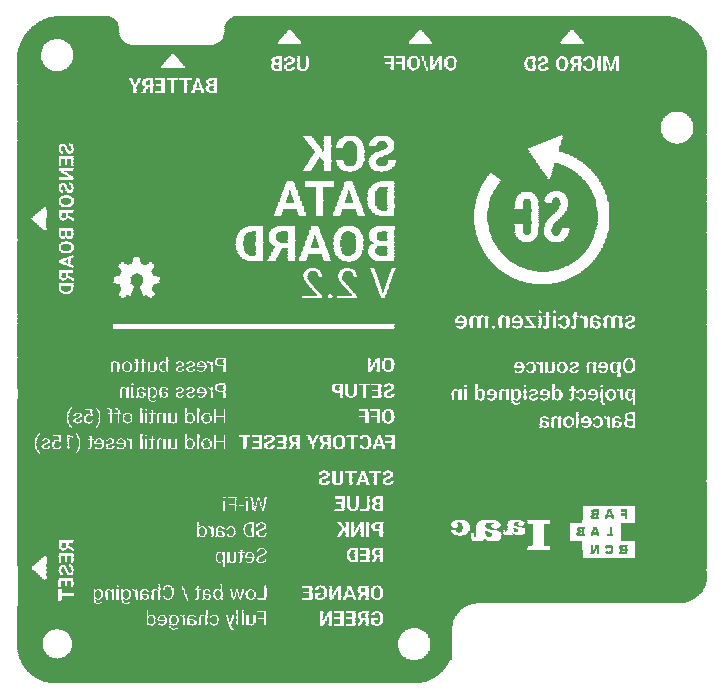
<source format=gbo>
G04 EAGLE Gerber RS-274X export*
G75*
%MOMM*%
%FSLAX34Y34*%
%LPD*%
%INBottom Silkscreen*%
%IPPOS*%
%AMOC8*
5,1,8,0,0,1.08239X$1,22.5*%
G01*
%ADD10R,31.292800X0.034037*%
%ADD11R,31.699200X0.033781*%
%ADD12R,31.970981X0.033781*%
%ADD13R,32.240219X0.034037*%
%ADD14R,32.443419X0.033781*%
%ADD15R,32.646619X0.033781*%
%ADD16R,32.849819X0.034037*%
%ADD17R,32.986981X0.033781*%
%ADD18R,33.121600X0.033781*%
%ADD19R,33.256219X0.034037*%
%ADD20R,33.393381X0.033781*%
%ADD21R,33.528000X0.033781*%
%ADD22R,33.662619X0.034037*%
%ADD23R,33.799781X0.033781*%
%ADD24R,33.865819X0.033781*%
%ADD25R,34.002981X0.034037*%
%ADD26R,34.069019X0.033781*%
%ADD27R,34.206181X0.033781*%
%ADD28R,34.272219X0.034037*%
%ADD29R,34.340800X0.033781*%
%ADD30R,34.475419X0.033781*%
%ADD31R,34.544000X0.034037*%
%ADD32R,34.612581X0.033781*%
%ADD33R,34.678619X0.033781*%
%ADD34R,34.747200X0.034037*%
%ADD35R,34.848800X0.033781*%
%ADD36R,34.950400X0.033781*%
%ADD37R,35.018981X0.034037*%
%ADD38R,35.085019X0.033781*%
%ADD39R,35.153600X0.033781*%
%ADD40R,35.189163X0.034037*%
%ADD41R,35.222181X0.033781*%
%ADD42R,35.288219X0.033781*%
%ADD43R,35.356800X0.034037*%
%ADD44R,35.425381X0.033781*%
%ADD45R,35.491419X0.033781*%
%ADD46R,35.560000X0.034037*%
%ADD47R,35.560000X0.033781*%
%ADD48R,35.628581X0.033781*%
%ADD49R,35.694619X0.034037*%
%ADD50R,35.763200X0.033781*%
%ADD51R,35.831781X0.034037*%
%ADD52R,35.897819X0.033781*%
%ADD53R,35.966400X0.034037*%
%ADD54R,36.034981X0.033781*%
%ADD55R,36.101019X0.034037*%
%ADD56R,36.101019X0.033781*%
%ADD57R,36.169600X0.033781*%
%ADD58R,36.169600X0.034037*%
%ADD59R,36.238181X0.033781*%
%ADD60R,36.271200X0.033781*%
%ADD61R,36.304219X0.034037*%
%ADD62R,36.304219X0.033781*%
%ADD63R,33.088581X0.033781*%
%ADD64R,2.776219X0.033781*%
%ADD65R,32.953963X0.034037*%
%ADD66R,2.641600X0.034037*%
%ADD67R,32.885381X0.033781*%
%ADD68R,2.575563X0.033781*%
%ADD69R,32.783781X0.033781*%
%ADD70R,2.641600X0.033781*%
%ADD71R,3.149600X0.034037*%
%ADD72R,29.532581X0.034037*%
%ADD73R,2.573019X0.034037*%
%ADD74R,2.877819X0.033781*%
%ADD75R,29.227781X0.033781*%
%ADD76R,2.506981X0.033781*%
%ADD77R,29.057600X0.033781*%
%ADD78R,2.438400X0.033781*%
%ADD79R,2.710181X0.034037*%
%ADD80R,28.887419X0.034037*%
%ADD81R,2.405381X0.034037*%
%ADD82R,28.785819X0.033781*%
%ADD83R,2.336800X0.033781*%
%ADD84R,28.686763X0.033781*%
%ADD85R,2.303781X0.033781*%
%ADD86R,28.615638X0.034037*%
%ADD87R,2.268219X0.034037*%
%ADD88R,28.516581X0.033781*%
%ADD89R,2.235200X0.033781*%
%ADD90R,2.471419X0.033781*%
%ADD91R,28.448000X0.033781*%
%ADD92R,2.202181X0.033781*%
%ADD93R,2.471419X0.034037*%
%ADD94R,28.379419X0.034037*%
%ADD95R,2.166619X0.034037*%
%ADD96R,28.313381X0.033781*%
%ADD97R,2.133600X0.033781*%
%ADD98R,2.402837X0.033781*%
%ADD99R,28.244800X0.033781*%
%ADD100R,2.100581X0.033781*%
%ADD101R,2.369819X0.034037*%
%ADD102R,28.176219X0.034037*%
%ADD103R,2.100581X0.034037*%
%ADD104R,2.372362X0.033781*%
%ADD105R,28.143200X0.033781*%
%ADD106R,2.065019X0.033781*%
%ADD107R,28.074619X0.033781*%
%ADD108R,2.032000X0.033781*%
%ADD109R,2.303781X0.034037*%
%ADD110R,28.008581X0.034037*%
%ADD111R,2.032000X0.034037*%
%ADD112R,2.270763X0.033781*%
%ADD113R,27.975563X0.033781*%
%ADD114R,1.998981X0.033781*%
%ADD115R,27.940000X0.033781*%
%ADD116R,27.904438X0.034037*%
%ADD117R,1.963419X0.034037*%
%ADD118R,2.268219X0.033781*%
%ADD119R,27.871419X0.033781*%
%ADD120R,1.963419X0.033781*%
%ADD121R,27.838400X0.033781*%
%ADD122R,1.930400X0.033781*%
%ADD123R,2.235200X0.034037*%
%ADD124R,27.805381X0.034037*%
%ADD125R,1.930400X0.034037*%
%ADD126R,27.772362X0.033781*%
%ADD127R,1.897381X0.033781*%
%ADD128R,2.199638X0.034037*%
%ADD129R,27.701238X0.034037*%
%ADD130R,1.897381X0.034037*%
%ADD131R,2.199638X0.033781*%
%ADD132R,27.701238X0.033781*%
%ADD133R,1.861819X0.033781*%
%ADD134R,27.635200X0.034037*%
%ADD135R,1.861819X0.034037*%
%ADD136R,2.166619X0.033781*%
%ADD137R,27.635200X0.033781*%
%ADD138R,1.828800X0.033781*%
%ADD139R,27.602181X0.034037*%
%ADD140R,1.828800X0.034037*%
%ADD141R,27.602181X0.033781*%
%ADD142R,2.133600X0.034037*%
%ADD143R,27.569163X0.033781*%
%ADD144R,27.569163X0.034037*%
%ADD145R,27.668219X0.033781*%
%ADD146R,27.668219X0.034037*%
%ADD147R,27.736800X0.033781*%
%ADD148R,27.772362X0.034037*%
%ADD149R,27.805381X0.033781*%
%ADD150R,27.871419X0.034037*%
%ADD151R,2.301238X0.033781*%
%ADD152R,2.336800X0.034037*%
%ADD153R,27.975563X0.034037*%
%ADD154R,1.998981X0.034037*%
%ADD155R,28.008581X0.033781*%
%ADD156R,2.369819X0.033781*%
%ADD157R,28.041600X0.033781*%
%ADD158R,2.402837X0.034037*%
%ADD159R,28.107638X0.034037*%
%ADD160R,2.065019X0.034037*%
%ADD161R,28.178763X0.033781*%
%ADD162R,28.211781X0.033781*%
%ADD163R,28.244800X0.034037*%
%ADD164R,2.504438X0.033781*%
%ADD165R,28.310838X0.033781*%
%ADD166R,2.540000X0.033781*%
%ADD167R,28.381963X0.033781*%
%ADD168R,2.606038X0.034037*%
%ADD169R,28.481019X0.034037*%
%ADD170R,28.549600X0.033781*%
%ADD171R,2.674619X0.033781*%
%ADD172R,28.651200X0.033781*%
%ADD173R,2.743200X0.034037*%
%ADD174R,28.752800X0.034037*%
%ADD175R,2.809238X0.033781*%
%ADD176R,28.854400X0.033781*%
%ADD177R,28.989019X0.033781*%
%ADD178R,2.946400X0.034037*%
%ADD179R,9.314181X0.034037*%
%ADD180R,4.775200X0.034037*%
%ADD181R,14.597381X0.034037*%
%ADD182R,2.540000X0.034037*%
%ADD183R,3.048000X0.033781*%
%ADD184R,9.314181X0.033781*%
%ADD185R,4.640581X0.033781*%
%ADD186R,14.594838X0.033781*%
%ADD187R,2.608581X0.033781*%
%ADD188R,3.215638X0.033781*%
%ADD189R,9.448800X0.033781*%
%ADD190R,4.538981X0.033781*%
%ADD191R,14.696438X0.033781*%
%ADD192R,12.969238X0.034037*%
%ADD193R,4.470400X0.034037*%
%ADD194R,14.765019X0.034037*%
%ADD195R,2.776219X0.034037*%
%ADD196R,12.936219X0.033781*%
%ADD197R,0.134619X0.033781*%
%ADD198R,4.401819X0.033781*%
%ADD199R,15.036800X0.033781*%
%ADD200R,12.903200X0.033781*%
%ADD201R,0.304800X0.033781*%
%ADD202R,4.437381X0.033781*%
%ADD203R,15.306038X0.033781*%
%ADD204R,3.116581X0.033781*%
%ADD205R,12.903200X0.034037*%
%ADD206R,0.406400X0.034037*%
%ADD207R,4.404363X0.034037*%
%ADD208R,18.661381X0.034037*%
%ADD209R,12.867638X0.033781*%
%ADD210R,0.441963X0.033781*%
%ADD211R,18.661381X0.033781*%
%ADD212R,4.945381X0.033781*%
%ADD213R,18.694400X0.033781*%
%ADD214R,12.867638X0.034037*%
%ADD215R,4.909819X0.034037*%
%ADD216R,18.694400X0.034037*%
%ADD217R,11.277600X0.033781*%
%ADD218R,0.711200X0.033781*%
%ADD219R,0.541019X0.033781*%
%ADD220R,0.170181X0.033781*%
%ADD221R,1.455419X0.033781*%
%ADD222R,1.658619X0.033781*%
%ADD223R,1.183638X0.033781*%
%ADD224R,1.625600X0.033781*%
%ADD225R,5.722619X0.033781*%
%ADD226R,0.472438X0.033781*%
%ADD227R,0.167637X0.033781*%
%ADD228R,0.439419X0.033781*%
%ADD229R,6.230619X0.033781*%
%ADD230R,10.937238X0.033781*%
%ADD231R,0.068581X0.033781*%
%ADD232R,0.508000X0.033781*%
%ADD233R,0.576581X0.033781*%
%ADD234R,0.203200X0.033781*%
%ADD235R,0.101600X0.033781*%
%ADD236R,0.337819X0.033781*%
%ADD237R,0.406400X0.033781*%
%ADD238R,0.373381X0.033781*%
%ADD239R,1.082037X0.033781*%
%ADD240R,0.271781X0.033781*%
%ADD241R,0.238763X0.033781*%
%ADD242R,0.878838X0.033781*%
%ADD243R,0.370838X0.033781*%
%ADD244R,6.129019X0.033781*%
%ADD245R,10.937238X0.034037*%
%ADD246R,0.033019X0.034037*%
%ADD247R,0.370838X0.034037*%
%ADD248R,0.508000X0.034037*%
%ADD249R,0.238763X0.034037*%
%ADD250R,0.035563X0.034037*%
%ADD251R,0.271781X0.034037*%
%ADD252R,0.304800X0.034037*%
%ADD253R,0.982981X0.034037*%
%ADD254R,0.439419X0.034037*%
%ADD255R,0.845819X0.034037*%
%ADD256R,4.538981X0.034037*%
%ADD257R,0.134619X0.034037*%
%ADD258R,0.167637X0.034037*%
%ADD259R,6.096000X0.034037*%
%ADD260R,0.474981X0.033781*%
%ADD261R,0.236219X0.033781*%
%ADD262R,0.947419X0.033781*%
%ADD263R,0.812800X0.033781*%
%ADD264R,0.269238X0.033781*%
%ADD265R,6.027419X0.033781*%
%ADD266R,0.914400X0.033781*%
%ADD267R,0.777238X0.033781*%
%ADD268R,5.994400X0.033781*%
%ADD269R,0.236219X0.034037*%
%ADD270R,0.269238X0.034037*%
%ADD271R,0.203200X0.034037*%
%ADD272R,0.441963X0.034037*%
%ADD273R,0.881381X0.034037*%
%ADD274R,0.777238X0.034037*%
%ADD275R,0.337819X0.034037*%
%ADD276R,5.958838X0.034037*%
%ADD277R,0.340363X0.033781*%
%ADD278R,0.848363X0.033781*%
%ADD279R,0.744219X0.033781*%
%ADD280R,5.961381X0.033781*%
%ADD281R,0.744219X0.034037*%
%ADD282R,0.170181X0.034037*%
%ADD283R,0.711200X0.034037*%
%ADD284R,0.373381X0.034037*%
%ADD285R,5.928363X0.034037*%
%ADD286R,5.928363X0.033781*%
%ADD287R,0.779781X0.033781*%
%ADD288R,0.066037X0.033781*%
%ADD289R,0.779781X0.034037*%
%ADD290R,0.066037X0.034037*%
%ADD291R,5.925819X0.034037*%
%ADD292R,5.925819X0.033781*%
%ADD293R,0.678181X0.033781*%
%ADD294R,0.137162X0.033781*%
%ADD295R,5.958838X0.033781*%
%ADD296R,0.812800X0.034037*%
%ADD297R,0.678181X0.034037*%
%ADD298R,0.137162X0.034037*%
%ADD299R,0.033019X0.033781*%
%ADD300R,0.642619X0.033781*%
%ADD301R,0.474981X0.034037*%
%ADD302R,0.642619X0.034037*%
%ADD303R,5.994400X0.034037*%
%ADD304R,0.947419X0.034037*%
%ADD305R,6.060437X0.034037*%
%ADD306R,6.060437X0.033781*%
%ADD307R,0.645163X0.033781*%
%ADD308R,6.096000X0.033781*%
%ADD309R,0.340363X0.034037*%
%ADD310R,0.645163X0.034037*%
%ADD311R,0.675638X0.033781*%
%ADD312R,6.162038X0.034037*%
%ADD313R,0.035563X0.033781*%
%ADD314R,6.233163X0.033781*%
%ADD315R,0.609600X0.033781*%
%ADD316R,4.843781X0.034037*%
%ADD317R,2.438400X0.034037*%
%ADD318R,1.727200X0.034037*%
%ADD319R,6.266181X0.034037*%
%ADD320R,4.843781X0.033781*%
%ADD321R,1.727200X0.033781*%
%ADD322R,6.332219X0.033781*%
%ADD323R,6.400800X0.034037*%
%ADD324R,6.469381X0.033781*%
%ADD325R,1.117600X0.033781*%
%ADD326R,6.535419X0.033781*%
%ADD327R,1.117600X0.034037*%
%ADD328R,6.604000X0.034037*%
%ADD329R,6.705600X0.033781*%
%ADD330R,6.807200X0.033781*%
%ADD331R,18.288000X0.034037*%
%ADD332R,18.356581X0.033781*%
%ADD333R,37.556438X0.033781*%
%ADD334R,37.592000X0.034037*%
%ADD335R,37.625019X0.033781*%
%ADD336R,37.658037X0.033781*%
%ADD337R,37.693600X0.034037*%
%ADD338R,37.726619X0.033781*%
%ADD339R,37.762181X0.033781*%
%ADD340R,37.828219X0.034037*%
%ADD341R,37.863781X0.033781*%
%ADD342R,37.929819X0.033781*%
%ADD343R,37.998400X0.034037*%
%ADD344R,38.033963X0.033781*%
%ADD345R,38.100000X0.033781*%
%ADD346R,38.201600X0.034037*%
%ADD347R,6.604000X0.033781*%
%ADD348R,29.022037X0.033781*%
%ADD349R,6.537962X0.034037*%
%ADD350R,1.894838X0.034037*%
%ADD351R,29.093163X0.034037*%
%ADD352R,6.502400X0.033781*%
%ADD353R,1.795781X0.033781*%
%ADD354R,29.293819X0.033781*%
%ADD355R,1.762763X0.033781*%
%ADD356R,46.837600X0.033781*%
%ADD357R,6.436363X0.034037*%
%ADD358R,1.691638X0.034037*%
%ADD359R,47.007781X0.034037*%
%ADD360R,6.436363X0.033781*%
%ADD361R,1.694181X0.033781*%
%ADD362R,47.175419X0.033781*%
%ADD363R,6.400800X0.033781*%
%ADD364R,47.312581X0.033781*%
%ADD365R,5.349238X0.034037*%
%ADD366R,42.400219X0.034037*%
%ADD367R,3.454400X0.033781*%
%ADD368R,2.743200X0.033781*%
%ADD369R,5.316219X0.033781*%
%ADD370R,42.468800X0.033781*%
%ADD371R,2.707638X0.033781*%
%ADD372R,5.351781X0.033781*%
%ADD373R,11.008363X0.033781*%
%ADD374R,4.536437X0.033781*%
%ADD375R,26.482038X0.033781*%
%ADD376R,3.454400X0.034037*%
%ADD377R,2.707638X0.034037*%
%ADD378R,0.101600X0.034037*%
%ADD379R,0.609600X0.034037*%
%ADD380R,1.356363X0.034037*%
%ADD381R,0.543563X0.034037*%
%ADD382R,0.574037X0.034037*%
%ADD383R,0.878838X0.034037*%
%ADD384R,3.081019X0.034037*%
%ADD385R,0.472438X0.034037*%
%ADD386R,26.449019X0.034037*%
%ADD387R,1.287781X0.033781*%
%ADD388R,0.543563X0.033781*%
%ADD389R,0.574037X0.033781*%
%ADD390R,26.451563X0.033781*%
%ADD391R,1.254763X0.033781*%
%ADD392R,1.183638X0.034037*%
%ADD393R,0.576581X0.034037*%
%ADD394R,3.048000X0.034037*%
%ADD395R,0.541019X0.034037*%
%ADD396R,26.484581X0.034037*%
%ADD397R,1.150619X0.033781*%
%ADD398R,26.517600X0.033781*%
%ADD399R,26.550619X0.033781*%
%ADD400R,1.049019X0.034037*%
%ADD401R,3.624581X0.034037*%
%ADD402R,26.550619X0.034037*%
%ADD403R,1.049019X0.033781*%
%ADD404R,3.624581X0.033781*%
%ADD405R,26.586181X0.033781*%
%ADD406R,0.982981X0.033781*%
%ADD407R,26.619200X0.033781*%
%ADD408R,26.654763X0.034037*%
%ADD409R,1.691638X0.033781*%
%ADD410R,0.845819X0.033781*%
%ADD411R,26.652219X0.033781*%
%ADD412R,26.685238X0.033781*%
%ADD413R,0.914400X0.034037*%
%ADD414R,26.720800X0.034037*%
%ADD415R,0.881381X0.033781*%
%ADD416R,26.753819X0.033781*%
%ADD417R,26.786838X0.033781*%
%ADD418R,0.675638X0.034037*%
%ADD419R,26.789381X0.034037*%
%ADD420R,26.822400X0.033781*%
%ADD421R,26.855419X0.033781*%
%ADD422R,0.848363X0.034037*%
%ADD423R,3.116581X0.034037*%
%ADD424R,26.890981X0.034037*%
%ADD425R,26.924000X0.033781*%
%ADD426R,0.980438X0.033781*%
%ADD427R,0.980438X0.034037*%
%ADD428R,26.957019X0.034037*%
%ADD429R,1.016000X0.033781*%
%ADD430R,27.025600X0.033781*%
%ADD431R,0.746762X0.034037*%
%ADD432R,0.068581X0.034037*%
%ADD433R,27.058619X0.034037*%
%ADD434R,0.746762X0.033781*%
%ADD435R,27.091638X0.033781*%
%ADD436R,27.162763X0.034037*%
%ADD437R,1.457963X0.033781*%
%ADD438R,27.195781X0.033781*%
%ADD439R,11.887200X0.033781*%
%ADD440R,3.487419X0.033781*%
%ADD441R,27.228800X0.033781*%
%ADD442R,11.887200X0.034037*%
%ADD443R,3.487419X0.034037*%
%ADD444R,27.261819X0.034037*%
%ADD445R,7.178038X0.033781*%
%ADD446R,27.294837X0.033781*%
%ADD447R,3.690619X0.033781*%
%ADD448R,3.385819X0.033781*%
%ADD449R,27.365963X0.033781*%
%ADD450R,3.657600X0.034037*%
%ADD451R,3.352800X0.034037*%
%ADD452R,1.150619X0.034037*%
%ADD453R,27.398981X0.034037*%
%ADD454R,3.657600X0.033781*%
%ADD455R,3.352800X0.033781*%
%ADD456R,27.465019X0.033781*%
%ADD457R,3.182619X0.033781*%
%ADD458R,27.500581X0.033781*%
%ADD459R,3.182619X0.034037*%
%ADD460R,27.566619X0.034037*%
%ADD461R,3.218181X0.033781*%
%ADD462R,3.522981X0.033781*%
%ADD463R,4.572000X0.033781*%
%ADD464R,4.673600X0.033781*%
%ADD465R,27.769819X0.033781*%
%ADD466R,5.080000X0.033781*%
%ADD467R,40.876219X0.033781*%
%ADD468R,7.178038X0.034037*%
%ADD469R,5.146038X0.034037*%
%ADD470R,40.944800X0.034037*%
%ADD471R,53.543200X0.033781*%
%ADD472R,53.576219X0.034037*%
%ADD473R,53.576219X0.033781*%
%ADD474R,53.609238X0.033781*%
%ADD475R,53.609238X0.034037*%
%ADD476R,2.202181X0.034037*%
%ADD477R,1.082037X0.034037*%
%ADD478R,2.169163X0.033781*%
%ADD479R,2.067563X0.034037*%
%ADD480R,55.913019X0.033781*%
%ADD481R,1.965963X0.034037*%
%ADD482R,55.913019X0.034037*%
%ADD483R,1.864363X0.033781*%
%ADD484R,1.353819X0.033781*%
%ADD485R,53.848000X0.033781*%
%ADD486R,1.252219X0.033781*%
%ADD487R,53.779419X0.033781*%
%ADD488R,1.186181X0.034037*%
%ADD489R,53.710838X0.034037*%
%ADD490R,53.677819X0.033781*%
%ADD491R,1.661163X0.033781*%
%ADD492R,1.592581X0.034037*%
%ADD493R,53.644800X0.034037*%
%ADD494R,1.559563X0.033781*%
%ADD495R,1.084581X0.033781*%
%ADD496R,1.524000X0.033781*%
%ADD497R,1.490981X0.034037*%
%ADD498R,1.422400X0.033781*%
%ADD499R,1.320800X0.033781*%
%ADD500R,1.254763X0.034037*%
%ADD501R,1.016000X0.034037*%
%ADD502R,1.219200X0.033781*%
%ADD503R,1.186181X0.033781*%
%ADD504R,1.153163X0.034037*%
%ADD505R,1.153163X0.033781*%
%ADD506R,12.666981X0.033781*%
%ADD507R,40.807637X0.033781*%
%ADD508R,1.252219X0.034037*%
%ADD509R,12.700000X0.034037*%
%ADD510R,40.807637X0.034037*%
%ADD511R,12.700000X0.033781*%
%ADD512R,12.733019X0.033781*%
%ADD513R,1.389381X0.034037*%
%ADD514R,1.219200X0.034037*%
%ADD515R,12.768581X0.034037*%
%ADD516R,12.834619X0.033781*%
%ADD517R,1.524000X0.034037*%
%ADD518R,14.935200X0.034037*%
%ADD519R,1.557019X0.033781*%
%ADD520R,14.935200X0.033781*%
%ADD521R,1.590037X0.033781*%
%ADD522R,14.597381X0.033781*%
%ADD523R,37.592000X0.033781*%
%ADD524R,1.658619X0.034037*%
%ADD525R,12.192000X0.034037*%
%ADD526R,37.490400X0.034037*%
%ADD527R,12.156438X0.033781*%
%ADD528R,7.348219X0.033781*%
%ADD529R,27.432000X0.033781*%
%ADD530R,12.123419X0.033781*%
%ADD531R,27.396438X0.033781*%
%ADD532R,1.760219X0.034037*%
%ADD533R,12.090400X0.034037*%
%ADD534R,7.078981X0.034037*%
%ADD535R,27.396438X0.034037*%
%ADD536R,1.793238X0.033781*%
%ADD537R,12.090400X0.033781*%
%ADD538R,7.010400X0.033781*%
%ADD539R,12.054838X0.033781*%
%ADD540R,6.944363X0.033781*%
%ADD541R,12.054838X0.034037*%
%ADD542R,6.908800X0.034037*%
%ADD543R,12.021819X0.033781*%
%ADD544R,6.873238X0.033781*%
%ADD545R,1.996438X0.034037*%
%ADD546R,12.021819X0.034037*%
%ADD547R,6.774181X0.034037*%
%ADD548R,6.774181X0.033781*%
%ADD549R,7.518400X0.033781*%
%ADD550R,16.865600X0.033781*%
%ADD551R,2.098038X0.034037*%
%ADD552R,7.449819X0.034037*%
%ADD553R,16.865600X0.034037*%
%ADD554R,6.027419X0.034037*%
%ADD555R,11.988800X0.033781*%
%ADD556R,7.416800X0.033781*%
%ADD557R,7.279638X0.034037*%
%ADD558R,7.145019X0.033781*%
%ADD559R,7.043419X0.033781*%
%ADD560R,3.520438X0.034037*%
%ADD561R,6.977381X0.034037*%
%ADD562R,3.520438X0.033781*%
%ADD563R,6.908800X0.033781*%
%ADD564R,6.875781X0.033781*%
%ADD565R,6.840219X0.034037*%
%ADD566R,12.123419X0.034037*%
%ADD567R,6.807200X0.034037*%
%ADD568R,16.931638X0.033781*%
%ADD569R,16.967200X0.033781*%
%ADD570R,6.771638X0.033781*%
%ADD571R,17.033238X0.034037*%
%ADD572R,6.771638X0.034037*%
%ADD573R,18.897600X0.033781*%
%ADD574R,4.706619X0.033781*%
%ADD575R,14.122400X0.033781*%
%ADD576R,6.842763X0.033781*%
%ADD577R,3.792219X0.034037*%
%ADD578R,14.122400X0.034037*%
%ADD579R,6.875781X0.034037*%
%ADD580R,3.723638X0.033781*%
%ADD581R,6.941819X0.033781*%
%ADD582R,12.225019X0.033781*%
%ADD583R,2.778763X0.033781*%
%ADD584R,3.622038X0.034037*%
%ADD585R,7.010400X0.034037*%
%ADD586R,12.225019X0.034037*%
%ADD587R,2.778763X0.034037*%
%ADD588R,3.589019X0.033781*%
%ADD589R,15.577819X0.033781*%
%ADD590R,7.078981X0.033781*%
%ADD591R,15.646400X0.033781*%
%ADD592R,7.180581X0.033781*%
%ADD593R,3.556000X0.034037*%
%ADD594R,15.712438X0.034037*%
%ADD595R,7.282181X0.034037*%
%ADD596R,3.556000X0.033781*%
%ADD597R,15.814038X0.033781*%
%ADD598R,7.485381X0.033781*%
%ADD599R,38.506400X0.033781*%
%ADD600R,38.574981X0.034037*%
%ADD601R,38.641019X0.033781*%
%ADD602R,38.709600X0.033781*%
%ADD603R,38.778181X0.034037*%
%ADD604R,38.978838X0.033781*%
%ADD605R,39.286181X0.033781*%
%ADD606R,39.319200X0.034037*%
%ADD607R,3.251200X0.034037*%
%ADD608R,39.319200X0.033781*%
%ADD609R,3.251200X0.033781*%
%ADD610R,38.877237X0.033781*%
%ADD611R,38.877237X0.034037*%
%ADD612R,33.967419X0.033781*%
%ADD613R,33.832800X0.034037*%
%ADD614R,33.764219X0.033781*%
%ADD615R,7.213600X0.033781*%
%ADD616R,33.731200X0.033781*%
%ADD617R,2.844800X0.033781*%
%ADD618R,33.695638X0.034037*%
%ADD619R,7.213600X0.034037*%
%ADD620R,38.437819X0.033781*%
%ADD621R,38.404800X0.034037*%
%ADD622R,38.404800X0.033781*%
%ADD623R,38.369238X0.034037*%
%ADD624R,2.674619X0.034037*%
%ADD625R,15.240000X0.033781*%
%ADD626R,17.508219X0.033781*%
%ADD627R,15.240000X0.034037*%
%ADD628R,6.062981X0.034037*%
%ADD629R,7.381238X0.034037*%
%ADD630R,6.162038X0.033781*%
%ADD631R,6.029962X0.034037*%
%ADD632R,6.062981X0.033781*%
%ADD633R,5.892800X0.033781*%
%ADD634R,5.857238X0.033781*%
%ADD635R,5.824219X0.034037*%
%ADD636R,6.840219X0.033781*%
%ADD637R,5.824219X0.033781*%
%ADD638R,5.791200X0.033781*%
%ADD639R,5.791200X0.034037*%
%ADD640R,6.672581X0.033781*%
%ADD641R,1.320800X0.034037*%
%ADD642R,5.755638X0.034037*%
%ADD643R,6.537962X0.033781*%
%ADD644R,5.755638X0.033781*%
%ADD645R,6.670038X0.033781*%
%ADD646R,6.469381X0.034037*%
%ADD647R,6.670038X0.034037*%
%ADD648R,1.455419X0.034037*%
%ADD649R,6.466838X0.033781*%
%ADD650R,6.367781X0.034037*%
%ADD651R,6.334763X0.033781*%
%ADD652R,6.299200X0.033781*%
%ADD653R,6.230619X0.034037*%
%ADD654R,6.197600X0.033781*%
%ADD655R,3.794763X0.034037*%
%ADD656R,3.794763X0.033781*%
%ADD657R,6.164581X0.033781*%
%ADD658R,3.827781X0.033781*%
%ADD659R,6.131563X0.033781*%
%ADD660R,3.860800X0.034037*%
%ADD661R,6.129019X0.034037*%
%ADD662R,3.896363X0.033781*%
%ADD663R,3.929381X0.033781*%
%ADD664R,3.997963X0.034037*%
%ADD665R,6.131563X0.034037*%
%ADD666R,1.694181X0.034037*%
%ADD667R,4.064000X0.033781*%
%ADD668R,4.234181X0.033781*%
%ADD669R,11.650981X0.034037*%
%ADD670R,5.892800X0.034037*%
%ADD671R,15.273019X0.033781*%
%ADD672R,21.473163X0.033781*%
%ADD673R,36.913819X0.033781*%
%ADD674R,36.946838X0.034037*%
%ADD675R,37.015419X0.033781*%
%ADD676R,37.084000X0.033781*%
%ADD677R,1.490981X0.033781*%
%ADD678R,37.218619X0.034037*%
%ADD679R,1.795781X0.034037*%
%ADD680R,47.853600X0.033781*%
%ADD681R,47.853600X0.034037*%
%ADD682R,17.475200X0.033781*%
%ADD683R,26.992581X0.033781*%
%ADD684R,17.475200X0.034037*%
%ADD685R,16.901163X0.034037*%
%ADD686R,6.502400X0.034037*%
%ADD687R,6.367781X0.033781*%
%ADD688R,18.422619X0.034037*%
%ADD689R,18.422619X0.033781*%
%ADD690R,6.332219X0.034037*%
%ADD691R,5.722619X0.034037*%
%ADD692R,17.439637X0.033781*%
%ADD693R,26.888438X0.033781*%
%ADD694R,58.384438X0.033781*%
%ADD695R,58.384438X0.034037*%
%ADD696R,25.872438X0.033781*%
%ADD697R,0.949963X0.033781*%
%ADD698R,4.028437X0.033781*%
%ADD699R,25.737819X0.033781*%
%ADD700R,25.669238X0.034037*%
%ADD701R,26.685238X0.034037*%
%ADD702R,25.636219X0.033781*%
%ADD703R,25.603200X0.033781*%
%ADD704R,26.583638X0.033781*%
%ADD705R,25.567638X0.034037*%
%ADD706R,25.534619X0.033781*%
%ADD707R,25.534619X0.034037*%
%ADD708R,26.517600X0.034037*%
%ADD709R,26.482038X0.034037*%
%ADD710R,27.160219X0.033781*%
%ADD711R,27.091638X0.034037*%
%ADD712R,25.567638X0.033781*%
%ADD713R,25.603200X0.034037*%
%ADD714R,26.822400X0.034037*%
%ADD715R,25.669238X0.033781*%
%ADD716R,25.737819X0.034037*%
%ADD717R,26.652219X0.034037*%
%ADD718R,25.806400X0.033781*%
%ADD719R,25.908000X0.033781*%
%ADD720R,25.974038X0.034037*%
%ADD721R,26.075638X0.033781*%
%ADD722R,26.144219X0.033781*%
%ADD723R,26.177238X0.034037*%
%ADD724R,25.636219X0.034037*%
%ADD725R,25.704800X0.033781*%
%ADD726R,25.770838X0.033781*%
%ADD727R,25.872438X0.034037*%
%ADD728R,5.217163X0.034037*%
%ADD729R,26.888438X0.034037*%
%ADD730R,2.979419X0.033781*%
%ADD731R,53.406038X0.033781*%
%ADD732R,2.979419X0.034037*%
%ADD733R,53.373019X0.034037*%
%ADD734R,2.946400X0.033781*%
%ADD735R,53.304438X0.033781*%
%ADD736R,1.760219X0.033781*%
%ADD737R,53.271419X0.034037*%
%ADD738R,53.238400X0.033781*%
%ADD739R,53.202838X0.033781*%
%ADD740R,3.215638X0.034037*%
%ADD741R,53.202838X0.034037*%
%ADD742R,53.169819X0.033781*%
%ADD743R,3.286763X0.033781*%
%ADD744R,53.136800X0.033781*%
%ADD745R,1.590037X0.034037*%
%ADD746R,3.319781X0.034037*%
%ADD747R,53.136800X0.034037*%
%ADD748R,26.449019X0.033781*%
%ADD749R,1.557019X0.034037*%
%ADD750R,0.949963X0.034037*%
%ADD751R,1.488438X0.034037*%
%ADD752R,1.488438X0.033781*%
%ADD753R,1.285238X0.033781*%
%ADD754R,1.793238X0.034037*%
%ADD755R,4.064000X0.034037*%
%ADD756R,2.677163X0.034037*%
%ADD757R,2.677163X0.033781*%
%ADD758R,1.625600X0.034037*%
%ADD759R,5.214619X0.034037*%
%ADD760R,3.185163X0.034037*%
%ADD761R,5.250181X0.033781*%
%ADD762R,3.012438X0.034037*%
%ADD763R,5.283200X0.034037*%
%ADD764R,42.976800X0.034037*%
%ADD765R,43.009819X0.033781*%
%ADD766R,53.340000X0.033781*%
%ADD767R,4.572000X0.034037*%
%ADD768R,51.714400X0.034037*%
%ADD769R,1.965963X0.033781*%
%ADD770R,37.490400X0.033781*%
%ADD771R,4.503419X0.033781*%
%ADD772R,37.424363X0.033781*%
%ADD773R,37.457381X0.034037*%
%ADD774R,4.434838X0.033781*%
%ADD775R,37.421819X0.033781*%
%ADD776R,2.098038X0.033781*%
%ADD777R,37.388800X0.033781*%
%ADD778R,4.368800X0.034037*%
%ADD779R,2.169163X0.034037*%
%ADD780R,37.355781X0.034037*%
%ADD781R,4.368800X0.033781*%
%ADD782R,37.355781X0.033781*%
%ADD783R,4.333238X0.033781*%
%ADD784R,37.320219X0.033781*%
%ADD785R,4.333238X0.034037*%
%ADD786R,2.301238X0.034037*%
%ADD787R,37.287200X0.034037*%
%ADD788R,4.300219X0.033781*%
%ADD789R,37.287200X0.033781*%
%ADD790R,15.206981X0.033781*%
%ADD791R,4.267200X0.034037*%
%ADD792R,11.821162X0.034037*%
%ADD793R,12.565381X0.034037*%
%ADD794R,4.267200X0.033781*%
%ADD795R,11.821162X0.033781*%
%ADD796R,12.529819X0.033781*%
%ADD797R,4.231638X0.033781*%
%ADD798R,12.463781X0.033781*%
%ADD799R,4.231638X0.034037*%
%ADD800R,12.428219X0.034037*%
%ADD801R,12.395200X0.033781*%
%ADD802R,4.198619X0.034037*%
%ADD803R,12.362181X0.034037*%
%ADD804R,4.198619X0.033781*%
%ADD805R,12.326619X0.033781*%
%ADD806R,12.293600X0.034037*%
%ADD807R,12.293600X0.033781*%
%ADD808R,1.084581X0.034037*%
%ADD809R,12.326619X0.034037*%
%ADD810R,4.165600X0.033781*%
%ADD811R,12.329163X0.033781*%
%ADD812R,4.165600X0.034037*%
%ADD813R,1.051562X0.034037*%
%ADD814R,11.313163X0.034037*%
%ADD815R,12.329163X0.034037*%
%ADD816R,1.051562X0.033781*%
%ADD817R,11.313163X0.033781*%
%ADD818R,12.362181X0.033781*%
%ADD819R,12.430763X0.033781*%
%ADD820R,12.496800X0.034037*%
%ADD821R,15.341600X0.033781*%
%ADD822R,3.860800X0.033781*%
%ADD823R,15.341600X0.034037*%
%ADD824R,3.893819X0.033781*%
%ADD825R,15.374619X0.033781*%
%ADD826R,15.374619X0.034037*%
%ADD827R,3.926837X0.034037*%
%ADD828R,3.962400X0.033781*%
%ADD829R,3.995419X0.033781*%
%ADD830R,15.407637X0.034037*%
%ADD831R,15.407637X0.033781*%
%ADD832R,15.443200X0.033781*%
%ADD833R,10.835638X0.033781*%
%ADD834R,4.300219X0.034037*%
%ADD835R,11.277600X0.034037*%
%ADD836R,15.478763X0.034037*%
%ADD837R,10.835638X0.034037*%
%ADD838R,26.619200X0.034037*%
%ADD839R,26.720800X0.033781*%
%ADD840R,4.401819X0.034037*%
%ADD841R,3.218181X0.034037*%
%ADD842R,26.786838X0.034037*%
%ADD843R,42.976800X0.033781*%
%ADD844R,4.470400X0.033781*%
%ADD845R,4.503419X0.034037*%
%ADD846R,49.951638X0.034037*%
%ADD847R,51.678838X0.033781*%
%ADD848R,51.714400X0.033781*%
%ADD849R,42.230038X0.033781*%
%ADD850R,7.249163X0.033781*%
%ADD851R,8.600437X0.033781*%
%ADD852R,42.062400X0.033781*%
%ADD853R,41.993819X0.034037*%
%ADD854R,6.944363X0.034037*%
%ADD855R,41.960800X0.033781*%
%ADD856R,41.925238X0.033781*%
%ADD857R,41.892219X0.034037*%
%ADD858R,41.859200X0.033781*%
%ADD859R,2.473963X0.033781*%
%ADD860R,11.412219X0.033781*%
%ADD861R,30.345381X0.033781*%
%ADD862R,30.175200X0.034037*%
%ADD863R,2.506981X0.034037*%
%ADD864R,11.209019X0.033781*%
%ADD865R,30.106619X0.033781*%
%ADD866R,7.315200X0.033781*%
%ADD867R,11.176000X0.033781*%
%ADD868R,30.073600X0.033781*%
%ADD869R,11.140438X0.034037*%
%ADD870R,27.363419X0.034037*%
%ADD871R,1.422400X0.034037*%
%ADD872R,11.107419X0.033781*%
%ADD873R,24.960581X0.033781*%
%ADD874R,24.993600X0.033781*%
%ADD875R,11.074400X0.034037*%
%ADD876R,25.029163X0.034037*%
%ADD877R,11.074400X0.033781*%
%ADD878R,25.537163X0.033781*%
%ADD879R,8.702038X0.033781*%
%ADD880R,9.652000X0.033781*%
%ADD881R,5.013962X0.033781*%
%ADD882R,8.702038X0.034037*%
%ADD883R,9.652000X0.034037*%
%ADD884R,4.945381X0.034037*%
%ADD885R,4.912363X0.033781*%
%ADD886R,4.876800X0.033781*%
%ADD887R,4.876800X0.034037*%
%ADD888R,4.810763X0.034037*%
%ADD889R,4.810763X0.033781*%
%ADD890R,5.453381X0.033781*%
%ADD891R,9.245600X0.033781*%
%ADD892R,5.420363X0.033781*%
%ADD893R,9.179563X0.034037*%
%ADD894R,5.351781X0.034037*%
%ADD895R,9.110981X0.033781*%
%ADD896R,9.077962X0.033781*%
%ADD897R,5.148581X0.033781*%
%ADD898R,9.042400X0.034037*%
%ADD899R,5.113019X0.034037*%
%ADD900R,9.009381X0.033781*%
%ADD901R,5.046981X0.033781*%
%ADD902R,5.044437X0.033781*%
%ADD903R,8.976363X0.034037*%
%ADD904R,5.011419X0.034037*%
%ADD905R,8.976363X0.033781*%
%ADD906R,8.737600X0.034037*%
%ADD907R,6.466838X0.034037*%
%ADD908R,8.737600X0.033781*%
%ADD909R,1.386838X0.033781*%
%ADD910R,11.242038X0.033781*%
%ADD911R,8.770619X0.033781*%
%ADD912R,8.803638X0.034037*%
%ADD913R,6.299200X0.034037*%
%ADD914R,1.386838X0.034037*%
%ADD915R,11.242038X0.034037*%
%ADD916R,8.839200X0.033781*%
%ADD917R,8.803638X0.033781*%
%ADD918R,8.940800X0.033781*%
%ADD919R,16.728438X0.034037*%
%ADD920R,3.896363X0.034037*%
%ADD921R,16.764000X0.033781*%
%ADD922R,9.042400X0.033781*%
%ADD923R,9.753600X0.034037*%
%ADD924R,5.961381X0.034037*%
%ADD925R,3.893819X0.034037*%
%ADD926R,8.770619X0.034037*%
%ADD927R,9.685019X0.033781*%
%ADD928R,6.974838X0.033781*%
%ADD929R,3.926837X0.033781*%
%ADD930R,6.977381X0.033781*%
%ADD931R,9.685019X0.034037*%
%ADD932R,7.112000X0.033781*%
%ADD933R,9.718038X0.033781*%
%ADD934R,7.246619X0.033781*%
%ADD935R,13.716000X0.033781*%
%ADD936R,50.833019X0.033781*%
%ADD937R,50.833019X0.034037*%
%ADD938R,7.315200X0.034037*%
%ADD939R,42.265600X0.034037*%
%ADD940R,42.197019X0.033781*%
%ADD941R,9.177019X0.033781*%
%ADD942R,13.954763X0.033781*%
%ADD943R,10.566400X0.033781*%
%ADD944R,6.263638X0.033781*%
%ADD945R,7.924800X0.034037*%
%ADD946R,12.024363X0.034037*%
%ADD947R,10.429238X0.034037*%
%ADD948R,7.924800X0.033781*%
%ADD949R,12.024363X0.033781*%
%ADD950R,10.363200X0.033781*%
%ADD951R,10.330181X0.033781*%
%ADD952R,10.327637X0.034037*%
%ADD953R,10.769600X0.033781*%
%ADD954R,10.805162X0.034037*%
%ADD955R,10.802619X0.033781*%
%ADD956R,1.285238X0.034037*%
%ADD957R,10.736581X0.034037*%
%ADD958R,10.126981X0.033781*%
%ADD959R,10.126981X0.034037*%
%ADD960R,10.093962X0.033781*%
%ADD961R,10.093962X0.034037*%
%ADD962R,7.957819X0.033781*%
%ADD963R,7.957819X0.034037*%
%ADD964R,10.160000X0.034037*%
%ADD965R,10.228581X0.033781*%
%ADD966R,10.261600X0.033781*%
%ADD967R,7.990838X0.034037*%
%ADD968R,10.294619X0.034037*%
%ADD969R,8.026400X0.033781*%
%ADD970R,8.059419X0.033781*%
%ADD971R,10.431781X0.033781*%
%ADD972R,8.128000X0.034037*%
%ADD973R,19.405600X0.034037*%
%ADD974R,10.022837X0.033781*%
%ADD975R,19.438619X0.033781*%
%ADD976R,19.474181X0.033781*%
%ADD977R,10.022837X0.034037*%
%ADD978R,3.962400X0.034037*%
%ADD979R,19.540219X0.034037*%
%ADD980R,19.575781X0.033781*%
%ADD981R,19.641819X0.033781*%
%ADD982R,4.028437X0.034037*%
%ADD983R,19.710400X0.034037*%
%ADD984R,12.598400X0.033781*%
%ADD985R,19.812000X0.033781*%
%ADD986R,4.130038X0.033781*%
%ADD987R,19.913600X0.033781*%
%ADD988R,12.598400X0.034037*%
%ADD989R,13.649963X0.034037*%
%ADD990R,20.116800X0.034037*%
%ADD991R,6.433819X0.034037*%
%ADD992R,45.582838X0.033781*%
%ADD993R,12.631419X0.033781*%
%ADD994R,8.161019X0.034037*%
%ADD995R,5.453381X0.034037*%
%ADD996R,8.161019X0.033781*%
%ADD997R,5.283200X0.033781*%
%ADD998R,5.250181X0.034037*%
%ADD999R,5.217163X0.033781*%
%ADD1000R,5.181600X0.033781*%
%ADD1001R,5.148581X0.034037*%
%ADD1002R,5.826763X0.033781*%
%ADD1003R,6.637019X0.034037*%
%ADD1004R,37.828219X0.033781*%
%ADD1005R,6.568437X0.033781*%
%ADD1006R,6.433819X0.033781*%
%ADD1007R,37.117019X0.034037*%
%ADD1008R,37.117019X0.033781*%
%ADD1009R,37.150038X0.033781*%
%ADD1010R,37.185600X0.034037*%
%ADD1011R,37.185600X0.033781*%
%ADD1012R,37.218619X0.033781*%
%ADD1013R,37.251638X0.034037*%
%ADD1014R,37.388800X0.034037*%
%ADD1015R,6.263638X0.034037*%
%ADD1016R,44.770038X0.033781*%
%ADD1017R,11.005819X0.033781*%
%ADD1018R,44.770038X0.034037*%
%ADD1019R,11.005819X0.034037*%
%ADD1020R,44.196000X0.033781*%
%ADD1021R,44.127419X0.034037*%
%ADD1022R,44.127419X0.033781*%
%ADD1023R,44.094400X0.033781*%
%ADD1024R,44.094400X0.034037*%
%ADD1025R,12.733019X0.034037*%
%ADD1026R,12.766038X0.033781*%
%ADD1027R,12.801600X0.034037*%
%ADD1028R,8.872219X0.033781*%
%ADD1029R,12.768581X0.033781*%
%ADD1030R,27.261819X0.033781*%
%ADD1031R,27.228800X0.034037*%
%ADD1032R,1.996438X0.033781*%
%ADD1033R,27.193238X0.034037*%
%ADD1034R,8.669019X0.033781*%
%ADD1035R,12.565381X0.033781*%
%ADD1036R,27.193238X0.033781*%
%ADD1037R,8.636000X0.033781*%
%ADD1038R,8.600437X0.034037*%
%ADD1039R,13.749019X0.034037*%
%ADD1040R,27.160219X0.034037*%
%ADD1041R,8.567419X0.033781*%
%ADD1042R,13.682981X0.033781*%
%ADD1043R,4.201163X0.033781*%
%ADD1044R,13.647419X0.033781*%
%ADD1045R,27.127200X0.033781*%
%ADD1046R,4.099563X0.034037*%
%ADD1047R,13.614400X0.034037*%
%ADD1048R,2.575563X0.034037*%
%ADD1049R,27.127200X0.034037*%
%ADD1050R,3.792219X0.033781*%
%ADD1051R,13.614400X0.033781*%
%ADD1052R,2.573019X0.033781*%
%ADD1053R,3.690619X0.034037*%
%ADD1054R,3.995419X0.034037*%
%ADD1055R,13.581381X0.034037*%
%ADD1056R,3.997963X0.033781*%
%ADD1057R,13.578838X0.033781*%
%ADD1058R,3.622038X0.033781*%
%ADD1059R,13.581381X0.033781*%
%ADD1060R,27.058619X0.033781*%
%ADD1061R,13.545819X0.033781*%
%ADD1062R,13.548363X0.034037*%
%ADD1063R,27.025600X0.034037*%
%ADD1064R,13.512800X0.033781*%
%ADD1065R,26.990037X0.033781*%
%ADD1066R,13.512800X0.034037*%
%ADD1067R,26.990037X0.034037*%
%ADD1068R,13.479781X0.033781*%
%ADD1069R,26.957019X0.033781*%
%ADD1070R,13.444219X0.033781*%
%ADD1071R,13.378181X0.034037*%
%ADD1072R,13.345163X0.033781*%
%ADD1073R,13.274038X0.033781*%
%ADD1074R,13.241019X0.034037*%
%ADD1075R,13.208000X0.033781*%
%ADD1076R,13.139419X0.033781*%
%ADD1077R,2.405381X0.033781*%
%ADD1078R,13.106400X0.034037*%
%ADD1079R,26.855419X0.034037*%
%ADD1080R,13.073381X0.033781*%
%ADD1081R,13.040363X0.033781*%
%ADD1082R,3.825238X0.034037*%
%ADD1083R,12.936219X0.034037*%
%ADD1084R,13.375637X0.034037*%
%ADD1085R,13.106400X0.033781*%
%ADD1086R,12.496800X0.033781*%
%ADD1087R,11.785600X0.033781*%
%ADD1088R,3.385819X0.034037*%
%ADD1089R,12.430763X0.034037*%
%ADD1090R,11.615419X0.034037*%
%ADD1091R,11.480800X0.033781*%
%ADD1092R,11.310619X0.033781*%
%ADD1093R,12.461238X0.033781*%
%ADD1094R,2.608581X0.034037*%
%ADD1095R,11.176000X0.034037*%
%ADD1096R,12.359637X0.034037*%
%ADD1097R,10.939781X0.033781*%
%ADD1098R,10.838181X0.034037*%
%ADD1099R,12.260581X0.033781*%
%ADD1100R,10.736581X0.033781*%
%ADD1101R,11.953238X0.033781*%
%ADD1102R,10.632437X0.033781*%
%ADD1103R,11.851638X0.033781*%
%ADD1104R,12.227563X0.034037*%
%ADD1105R,10.530838X0.034037*%
%ADD1106R,11.785600X0.034037*%
%ADD1107R,12.227563X0.033781*%
%ADD1108R,11.684000X0.033781*%
%ADD1109R,11.615419X0.033781*%
%ADD1110R,10.261600X0.034037*%
%ADD1111R,11.546838X0.034037*%
%ADD1112R,12.192000X0.033781*%
%ADD1113R,2.606038X0.033781*%
%ADD1114R,10.160000X0.033781*%
%ADD1115R,3.522981X0.034037*%
%ADD1116R,1.353819X0.034037*%
%ADD1117R,10.025381X0.034037*%
%ADD1118R,11.343637X0.034037*%
%ADD1119R,12.258038X0.033781*%
%ADD1120R,9.921238X0.033781*%
%ADD1121R,9.855200X0.033781*%
%ADD1122R,4.132581X0.034037*%
%ADD1123R,9.786619X0.034037*%
%ADD1124R,9.720581X0.033781*%
%ADD1125R,11.038838X0.033781*%
%ADD1126R,9.585963X0.034037*%
%ADD1127R,10.972800X0.034037*%
%ADD1128R,4.404363X0.033781*%
%ADD1129R,9.517381X0.033781*%
%ADD1130R,10.904219X0.033781*%
%ADD1131R,10.871200X0.033781*%
%ADD1132R,9.380219X0.034037*%
%ADD1133R,10.802619X0.034037*%
%ADD1134R,12.837162X0.033781*%
%ADD1135R,9.311637X0.033781*%
%ADD1136R,10.701019X0.033781*%
%ADD1137R,12.870181X0.034037*%
%ADD1138R,9.177019X0.034037*%
%ADD1139R,10.668000X0.034037*%
%ADD1140R,9.144000X0.033781*%
%ADD1141R,10.599419X0.033781*%
%ADD1142R,1.287781X0.034037*%
%ADD1143R,9.009381X0.034037*%
%ADD1144R,12.971781X0.033781*%
%ADD1145R,10.464800X0.033781*%
%ADD1146R,8.905238X0.033781*%
%ADD1147R,10.429238X0.033781*%
%ADD1148R,13.004800X0.034037*%
%ADD1149R,8.839200X0.034037*%
%ADD1150R,10.396219X0.034037*%
%ADD1151R,13.004800X0.033781*%
%ADD1152R,10.327637X0.033781*%
%ADD1153R,13.037819X0.033781*%
%ADD1154R,10.294619X0.033781*%
%ADD1155R,8.669019X0.034037*%
%ADD1156R,8.704581X0.034037*%
%ADD1157R,2.913381X0.034037*%
%ADD1158R,4.739638X0.033781*%
%ADD1159R,13.141962X0.033781*%
%ADD1160R,3.083563X0.033781*%
%ADD1161R,10.226038X0.033781*%
%ADD1162R,4.638038X0.033781*%
%ADD1163R,12.532363X0.033781*%
%ADD1164R,10.193019X0.033781*%
%ADD1165R,4.536437X0.034037*%
%ADD1166R,29.022037X0.034037*%
%ADD1167R,3.489963X0.034037*%
%ADD1168R,3.825238X0.033781*%
%ADD1169R,28.956000X0.033781*%
%ADD1170R,10.091419X0.033781*%
%ADD1171R,28.889963X0.033781*%
%ADD1172R,10.058400X0.033781*%
%ADD1173R,3.759200X0.034037*%
%ADD1174R,28.818838X0.034037*%
%ADD1175R,3.929381X0.034037*%
%ADD1176R,3.759200X0.033781*%
%ADD1177R,4.099563X0.033781*%
%ADD1178R,9.989819X0.033781*%
%ADD1179R,4.097019X0.033781*%
%ADD1180R,28.788363X0.033781*%
%ADD1181R,9.956800X0.033781*%
%ADD1182R,28.785819X0.034037*%
%ADD1183R,9.921238X0.034037*%
%ADD1184R,9.888219X0.033781*%
%ADD1185R,3.723638X0.034037*%
%ADD1186R,4.709163X0.034037*%
%ADD1187R,9.819638X0.034037*%
%ADD1188R,4.841238X0.033781*%
%ADD1189R,9.786619X0.033781*%
%ADD1190R,9.753600X0.033781*%
%ADD1191R,5.044437X0.034037*%
%ADD1192R,9.718038X0.034037*%
%ADD1193R,4.302763X0.033781*%
%ADD1194R,4.335781X0.033781*%
%ADD1195R,16.527781X0.033781*%
%ADD1196R,11.922763X0.033781*%
%ADD1197R,5.247638X0.033781*%
%ADD1198R,8.128000X0.033781*%
%ADD1199R,5.450838X0.033781*%
%ADD1200R,9.616437X0.033781*%
%ADD1201R,8.094981X0.033781*%
%ADD1202R,5.521962X0.033781*%
%ADD1203R,9.583419X0.033781*%
%ADD1204R,8.907781X0.034037*%
%ADD1205R,8.094981X0.034037*%
%ADD1206R,5.621019X0.034037*%
%ADD1207R,9.550400X0.034037*%
%ADD1208R,1.389381X0.033781*%
%ADD1209R,5.725163X0.033781*%
%ADD1210R,9.514838X0.033781*%
%ADD1211R,8.773162X0.033781*%
%ADD1212R,9.481819X0.033781*%
%ADD1213R,7.993381X0.034037*%
%ADD1214R,5.857238X0.034037*%
%ADD1215R,9.481819X0.034037*%
%ADD1216R,5.146038X0.033781*%
%ADD1217R,9.413238X0.033781*%
%ADD1218R,8.602981X0.034037*%
%ADD1219R,7.891781X0.033781*%
%ADD1220R,9.380219X0.033781*%
%ADD1221R,7.856219X0.033781*%
%ADD1222R,9.347200X0.033781*%
%ADD1223R,7.856219X0.034037*%
%ADD1224R,6.334763X0.034037*%
%ADD1225R,9.311637X0.034037*%
%ADD1226R,14.086838X0.033781*%
%ADD1227R,7.823200X0.033781*%
%ADD1228R,9.278619X0.033781*%
%ADD1229R,14.053819X0.033781*%
%ADD1230R,7.790181X0.033781*%
%ADD1231R,14.020800X0.034037*%
%ADD1232R,7.754619X0.034037*%
%ADD1233R,9.245600X0.034037*%
%ADD1234R,13.985238X0.033781*%
%ADD1235R,7.754619X0.033781*%
%ADD1236R,9.210038X0.033781*%
%ADD1237R,7.721600X0.033781*%
%ADD1238R,18.727419X0.034037*%
%ADD1239R,7.721600X0.034037*%
%ADD1240R,6.741163X0.034037*%
%ADD1241R,7.688581X0.033781*%
%ADD1242R,14.292581X0.033781*%
%ADD1243R,7.653019X0.033781*%
%ADD1244R,14.155419X0.034037*%
%ADD1245R,7.653019X0.034037*%
%ADD1246R,9.108438X0.034037*%
%ADD1247R,7.620000X0.033781*%
%ADD1248R,9.075419X0.033781*%
%ADD1249R,14.020800X0.033781*%
%ADD1250R,7.586981X0.033781*%
%ADD1251R,7.076437X0.033781*%
%ADD1252R,13.987781X0.034037*%
%ADD1253R,7.586981X0.034037*%
%ADD1254R,7.147563X0.034037*%
%ADD1255R,13.919200X0.033781*%
%ADD1256R,7.551419X0.033781*%
%ADD1257R,13.886181X0.033781*%
%ADD1258R,9.006837X0.033781*%
%ADD1259R,3.589019X0.034037*%
%ADD1260R,13.853162X0.034037*%
%ADD1261R,7.518400X0.034037*%
%ADD1262R,8.973819X0.034037*%
%ADD1263R,13.817600X0.033781*%
%ADD1264R,7.350763X0.033781*%
%ADD1265R,8.973819X0.033781*%
%ADD1266R,13.782038X0.033781*%
%ADD1267R,13.782038X0.034037*%
%ADD1268R,8.940800X0.034037*%
%ADD1269R,7.449819X0.033781*%
%ADD1270R,7.482838X0.033781*%
%ADD1271R,7.553963X0.033781*%
%ADD1272R,13.716000X0.034037*%
%ADD1273R,7.416800X0.034037*%
%ADD1274R,7.620000X0.034037*%
%ADD1275R,8.872219X0.034037*%
%ADD1276R,7.383781X0.033781*%
%ADD1277R,7.686038X0.033781*%
%ADD1278R,7.348219X0.034037*%
%ADD1279R,7.757163X0.034037*%
%ADD1280R,7.757163X0.033781*%
%ADD1281R,7.889238X0.034037*%
%ADD1282R,7.282181X0.033781*%
%ADD1283R,7.889238X0.033781*%
%ADD1284R,7.960363X0.033781*%
%ADD1285R,13.751563X0.034037*%
%ADD1286R,7.246619X0.034037*%
%ADD1287R,13.751563X0.033781*%
%ADD1288R,13.784581X0.033781*%
%ADD1289R,8.092438X0.033781*%
%ADD1290R,13.817600X0.034037*%
%ADD1291R,8.092438X0.034037*%
%ADD1292R,13.853162X0.033781*%
%ADD1293R,8.163563X0.033781*%
%ADD1294R,13.919200X0.034037*%
%ADD1295R,7.180581X0.034037*%
%ADD1296R,8.636000X0.034037*%
%ADD1297R,13.987781X0.033781*%
%ADD1298R,14.056363X0.033781*%
%ADD1299R,14.292581X0.034037*%
%ADD1300R,7.112000X0.034037*%
%ADD1301R,18.524219X0.033781*%
%ADD1302R,18.524219X0.034037*%
%ADD1303R,8.567419X0.034037*%
%ADD1304R,8.534400X0.033781*%
%ADD1305R,13.952219X0.033781*%
%ADD1306R,13.886181X0.034037*%
%ADD1307R,7.043419X0.034037*%
%ADD1308R,8.534400X0.034037*%
%ADD1309R,13.883638X0.033781*%
%ADD1310R,8.498838X0.033781*%
%ADD1311R,13.850619X0.033781*%
%ADD1312R,13.850619X0.034037*%
%ADD1313R,2.270763X0.034037*%
%ADD1314R,8.498838X0.034037*%
%ADD1315R,8.465819X0.033781*%
%ADD1316R,8.465819X0.034037*%
%ADD1317R,8.432800X0.033781*%
%ADD1318R,6.941819X0.034037*%
%ADD1319R,8.432800X0.034037*%
%ADD1320R,8.397238X0.033781*%
%ADD1321R,8.397238X0.034037*%
%ADD1322R,13.952219X0.034037*%
%ADD1323R,8.364219X0.034037*%
%ADD1324R,8.364219X0.033781*%
%ADD1325R,14.053819X0.034037*%
%ADD1326R,8.331200X0.033781*%
%ADD1327R,8.331200X0.034037*%
%ADD1328R,14.155419X0.033781*%
%ADD1329R,14.224000X0.033781*%
%ADD1330R,14.257019X0.034037*%
%ADD1331R,8.295637X0.034037*%
%ADD1332R,14.290038X0.033781*%
%ADD1333R,8.295637X0.033781*%
%ADD1334R,14.358619X0.033781*%
%ADD1335R,16.695419X0.034037*%
%ADD1336R,1.762763X0.034037*%
%ADD1337R,16.832581X0.033781*%
%ADD1338R,16.934181X0.034037*%
%ADD1339R,8.262619X0.034037*%
%ADD1340R,17.035781X0.033781*%
%ADD1341R,1.356363X0.033781*%
%ADD1342R,8.262619X0.033781*%
%ADD1343R,17.238981X0.033781*%
%ADD1344R,3.726181X0.033781*%
%ADD1345R,25.366981X0.034037*%
%ADD1346R,10.464800X0.034037*%
%ADD1347R,3.726181X0.034037*%
%ADD1348R,3.693163X0.033781*%
%ADD1349R,36.238181X0.034037*%
%ADD1350R,8.229600X0.033781*%
%ADD1351R,8.229600X0.034037*%
%ADD1352R,3.421381X0.033781*%
%ADD1353R,33.898837X0.033781*%
%ADD1354R,33.898837X0.034037*%
%ADD1355R,3.317238X0.033781*%
%ADD1356R,3.284219X0.034037*%
%ADD1357R,3.149600X0.033781*%
%ADD1358R,3.114038X0.033781*%
%ADD1359R,34.036000X0.034037*%
%ADD1360R,34.102038X0.033781*%
%ADD1361R,17.203419X0.033781*%
%ADD1362R,6.738619X0.033781*%
%ADD1363R,3.012438X0.033781*%
%ADD1364R,8.194038X0.033781*%
%ADD1365R,17.272000X0.034037*%
%ADD1366R,6.738619X0.034037*%
%ADD1367R,17.338038X0.033781*%
%ADD1368R,17.409163X0.033781*%
%ADD1369R,2.910837X0.033781*%
%ADD1370R,17.409163X0.034037*%
%ADD1371R,2.877819X0.034037*%
%ADD1372R,17.442181X0.033781*%
%ADD1373R,17.442181X0.034037*%
%ADD1374R,2.809238X0.034037*%
%ADD1375R,17.033238X0.033781*%
%ADD1376R,17.068800X0.033781*%
%ADD1377R,17.068800X0.034037*%
%ADD1378R,17.101819X0.033781*%
%ADD1379R,17.134837X0.034037*%
%ADD1380R,19.474181X0.034037*%
%ADD1381R,1.661163X0.034037*%
%ADD1382R,17.645381X0.034037*%
%ADD1383R,17.406619X0.034037*%
%ADD1384R,17.373600X0.033781*%
%ADD1385R,17.340581X0.034037*%
%ADD1386R,17.340581X0.033781*%
%ADD1387R,17.305019X0.034037*%
%ADD1388R,17.373600X0.034037*%
%ADD1389R,17.510763X0.033781*%
%ADD1390R,17.576800X0.034037*%
%ADD1391R,17.576800X0.033781*%
%ADD1392R,17.609819X0.033781*%
%ADD1393R,17.678400X0.034037*%
%ADD1394R,17.711419X0.033781*%
%ADD1395R,17.815563X0.033781*%
%ADD1396R,17.881600X0.034037*%
%ADD1397R,17.983200X0.033781*%
%ADD1398R,22.385019X0.033781*%
%ADD1399R,22.385019X0.034037*%
%ADD1400R,1.457963X0.034037*%
%ADD1401R,22.418038X0.033781*%
%ADD1402R,17.813019X0.034037*%
%ADD1403R,17.780000X0.033781*%
%ADD1404R,17.746981X0.034037*%
%ADD1405R,1.559563X0.034037*%
%ADD1406R,7.145019X0.034037*%
%ADD1407R,17.746981X0.033781*%
%ADD1408R,5.011419X0.033781*%
%ADD1409R,17.711419X0.034037*%
%ADD1410R,2.811781X0.034037*%
%ADD1411R,17.744438X0.033781*%
%ADD1412R,1.592581X0.033781*%
%ADD1413R,17.780000X0.034037*%
%ADD1414R,8.026400X0.034037*%
%ADD1415R,17.813019X0.033781*%
%ADD1416R,17.881600X0.033781*%
%ADD1417R,7.383781X0.034037*%
%ADD1418R,17.914619X0.033781*%
%ADD1419R,17.950181X0.034037*%
%ADD1420R,8.905238X0.034037*%
%ADD1421R,17.950181X0.033781*%
%ADD1422R,18.016219X0.033781*%
%ADD1423R,18.049238X0.034037*%
%ADD1424R,7.485381X0.034037*%
%ADD1425R,7.482838X0.034037*%
%ADD1426R,18.120363X0.033781*%
%ADD1427R,18.153381X0.033781*%
%ADD1428R,1.894838X0.033781*%
%ADD1429R,18.221963X0.034037*%
%ADD1430R,7.551419X0.034037*%
%ADD1431R,9.006837X0.034037*%
%ADD1432R,22.791419X0.033781*%
%ADD1433R,2.067563X0.033781*%
%ADD1434R,22.791419X0.034037*%
%ADD1435R,9.075419X0.034037*%
%ADD1436R,39.555419X0.033781*%
%ADD1437R,39.588438X0.033781*%
%ADD1438R,9.108438X0.033781*%
%ADD1439R,34.848800X0.034037*%
%ADD1440R,9.144000X0.034037*%
%ADD1441R,34.881819X0.033781*%
%ADD1442R,34.914838X0.034037*%
%ADD1443R,9.210038X0.034037*%
%ADD1444R,34.914838X0.033781*%
%ADD1445R,4.132581X0.033781*%
%ADD1446R,2.710181X0.033781*%
%ADD1447R,34.983419X0.034037*%
%ADD1448R,9.278619X0.034037*%
%ADD1449R,34.983419X0.033781*%
%ADD1450R,35.016438X0.033781*%
%ADD1451R,35.120581X0.034037*%
%ADD1452R,9.347200X0.034037*%
%ADD1453R,35.255200X0.033781*%
%ADD1454R,4.097019X0.034037*%
%ADD1455R,4.302763X0.034037*%
%ADD1456R,9.413238X0.034037*%
%ADD1457R,35.458400X0.033781*%
%ADD1458R,35.526981X0.033781*%
%ADD1459R,35.593019X0.034037*%
%ADD1460R,4.335781X0.034037*%
%ADD1461R,9.514838X0.034037*%
%ADD1462R,35.661600X0.033781*%
%ADD1463R,9.550400X0.033781*%
%ADD1464R,35.864800X0.034037*%
%ADD1465R,9.583419X0.034037*%
%ADD1466R,40.368219X0.033781*%
%ADD1467R,23.944581X0.033781*%
%ADD1468R,23.774400X0.034037*%
%ADD1469R,13.276581X0.034037*%
%ADD1470R,20.116800X0.033781*%
%ADD1471R,19.370038X0.033781*%
%ADD1472R,19.405600X0.033781*%
%ADD1473R,12.801600X0.033781*%
%ADD1474R,9.819638X0.033781*%
%ADD1475R,19.471637X0.034037*%
%ADD1476R,12.664438X0.034037*%
%ADD1477R,9.855200X0.034037*%
%ADD1478R,19.471637X0.033781*%
%ADD1479R,19.507200X0.033781*%
%ADD1480R,12.461238X0.034037*%
%ADD1481R,9.956800X0.034037*%
%ADD1482R,24.315419X0.033781*%
%ADD1483R,12.428219X0.033781*%
%ADD1484R,24.348438X0.033781*%
%ADD1485R,24.384000X0.034037*%
%ADD1486R,10.091419X0.034037*%
%ADD1487R,24.384000X0.033781*%
%ADD1488R,10.124438X0.033781*%
%ADD1489R,19.674838X0.034037*%
%ADD1490R,12.158981X0.034037*%
%ADD1491R,10.193019X0.034037*%
%ADD1492R,19.674838X0.033781*%
%ADD1493R,12.158981X0.033781*%
%ADD1494R,19.710400X0.033781*%
%ADD1495R,19.743419X0.034037*%
%ADD1496R,19.743419X0.033781*%
%ADD1497R,19.776438X0.033781*%
%ADD1498R,10.396219X0.033781*%
%ADD1499R,19.812000X0.034037*%
%ADD1500R,11.955781X0.034037*%
%ADD1501R,11.920219X0.033781*%
%ADD1502R,10.497819X0.033781*%
%ADD1503R,19.845019X0.033781*%
%ADD1504R,10.530838X0.033781*%
%ADD1505R,19.878038X0.034037*%
%ADD1506R,11.854181X0.034037*%
%ADD1507R,10.566400X0.034037*%
%ADD1508R,19.878038X0.033781*%
%ADD1509R,10.668000X0.033781*%
%ADD1510R,19.913600X0.034037*%
%ADD1511R,10.734038X0.034037*%
%ADD1512R,19.946619X0.033781*%
%ADD1513R,11.752581X0.033781*%
%ADD1514R,19.979638X0.033781*%
%ADD1515R,13.378181X0.033781*%
%ADD1516R,19.979638X0.034037*%
%ADD1517R,13.345163X0.034037*%
%ADD1518R,10.871200X0.034037*%
%ADD1519R,20.015200X0.033781*%
%ADD1520R,13.241019X0.033781*%
%ADD1521R,20.048219X0.033781*%
%ADD1522R,13.174981X0.033781*%
%ADD1523R,20.048219X0.034037*%
%ADD1524R,11.038838X0.034037*%
%ADD1525R,20.081238X0.033781*%
%ADD1526R,20.149819X0.033781*%
%ADD1527R,20.182838X0.033781*%
%ADD1528R,11.343637X0.033781*%
%ADD1529R,24.958037X0.034037*%
%ADD1530R,12.463781X0.034037*%
%ADD1531R,11.412219X0.034037*%
%ADD1532R,11.513819X0.033781*%
%ADD1533R,25.026619X0.033781*%
%ADD1534R,11.582400X0.033781*%
%ADD1535R,25.026619X0.034037*%
%ADD1536R,11.648438X0.034037*%
%ADD1537R,25.059638X0.033781*%
%ADD1538R,11.717019X0.033781*%
%ADD1539R,20.523200X0.033781*%
%ADD1540R,11.818619X0.033781*%
%ADD1541R,20.457163X0.034037*%
%ADD1542R,20.454619X0.033781*%
%ADD1543R,11.719563X0.033781*%
%ADD1544R,20.421600X0.034037*%
%ADD1545R,20.457163X0.033781*%
%ADD1546R,20.421600X0.033781*%
%ADD1547R,11.549381X0.033781*%
%ADD1548R,20.386038X0.034037*%
%ADD1549R,11.480800X0.034037*%
%ADD1550R,12.529819X0.034037*%
%ADD1551R,20.353019X0.033781*%
%ADD1552R,11.447781X0.033781*%
%ADD1553R,12.562838X0.033781*%
%ADD1554R,20.320000X0.033781*%
%ADD1555R,11.379200X0.033781*%
%ADD1556R,20.286981X0.034037*%
%ADD1557R,11.379200X0.034037*%
%ADD1558R,20.251419X0.033781*%
%ADD1559R,20.218400X0.033781*%
%ADD1560R,20.185381X0.034037*%
%ADD1561R,11.346181X0.034037*%
%ADD1562R,20.185381X0.033781*%
%ADD1563R,11.346181X0.033781*%
%ADD1564R,11.447781X0.034037*%
%ADD1565R,11.516363X0.033781*%
%ADD1566R,11.617963X0.033781*%
%ADD1567R,20.081238X0.034037*%
%ADD1568R,11.684000X0.034037*%
%ADD1569R,20.050763X0.033781*%
%ADD1570R,11.854181X0.033781*%
%ADD1571R,20.015200X0.034037*%
%ADD1572R,12.395200X0.034037*%
%ADD1573R,12.057381X0.033781*%
%ADD1574R,12.125962X0.033781*%
%ADD1575R,20.050763X0.034037*%
%ADD1576R,9.616437X0.034037*%
%ADD1577R,20.083781X0.033781*%
%ADD1578R,20.152363X0.034037*%
%ADD1579R,24.587200X0.033781*%
%ADD1580R,24.551638X0.033781*%
%ADD1581R,24.518619X0.034037*%
%ADD1582R,24.485600X0.033781*%
%ADD1583R,24.450038X0.033781*%
%ADD1584R,24.450038X0.034037*%
%ADD1585R,13.073381X0.034037*%
%ADD1586R,24.417019X0.033781*%
%ADD1587R,13.309600X0.033781*%
%ADD1588R,24.348438X0.034037*%
%ADD1589R,13.446763X0.034037*%
%ADD1590R,13.680438X0.033781*%
%ADD1591R,24.282400X0.034037*%
%ADD1592R,13.784581X0.034037*%
%ADD1593R,24.246838X0.033781*%
%ADD1594R,8.602981X0.033781*%
%ADD1595R,24.213819X0.033781*%
%ADD1596R,14.089381X0.033781*%
%ADD1597R,24.180800X0.034037*%
%ADD1598R,14.259563X0.034037*%
%ADD1599R,24.180800X0.033781*%
%ADD1600R,14.391637X0.033781*%
%ADD1601R,8.501381X0.033781*%
%ADD1602R,24.145238X0.033781*%
%ADD1603R,8.468362X0.033781*%
%ADD1604R,27.940000X0.034037*%
%ADD1605R,14.833600X0.034037*%
%ADD1606R,8.468362X0.034037*%
%ADD1607R,46.057819X0.033781*%
%ADD1608R,54.625238X0.033781*%
%ADD1609R,54.592219X0.034037*%
%ADD1610R,54.592219X0.033781*%
%ADD1611R,54.559200X0.033781*%
%ADD1612R,54.559200X0.034037*%
%ADD1613R,54.523637X0.033781*%
%ADD1614R,54.523637X0.034037*%
%ADD1615R,54.490619X0.033781*%
%ADD1616R,54.490619X0.034037*%
%ADD1617R,54.660800X0.034037*%
%ADD1618R,54.660800X0.033781*%
%ADD1619R,54.693819X0.033781*%
%ADD1620R,54.726838X0.034037*%
%ADD1621R,54.726838X0.033781*%
%ADD1622R,54.762400X0.033781*%
%ADD1623R,54.795419X0.034037*%
%ADD1624R,54.828437X0.033781*%
%ADD1625R,54.864000X0.033781*%
%ADD1626R,54.897019X0.034037*%
%ADD1627R,54.930038X0.033781*%
%ADD1628R,54.965600X0.033781*%
%ADD1629R,54.998619X0.034037*%
%ADD1630R,55.031638X0.033781*%
%ADD1631R,55.100219X0.033781*%
%ADD1632R,55.133237X0.034037*%
%ADD1633R,55.201819X0.033781*%
%ADD1634R,55.234838X0.033781*%
%ADD1635R,55.336438X0.034037*%
%ADD1636R,55.405019X0.033781*%
%ADD1637R,55.539638X0.033781*%
%ADD1638R,55.709819X0.034037*%
%ADD1639R,41.485819X0.033781*%
%ADD1640R,41.485819X0.034037*%
%ADD1641R,34.645600X0.033781*%
%ADD1642R,23.535637X0.033781*%
%ADD1643R,3.081019X0.033781*%
%ADD1644R,10.297163X0.033781*%
%ADD1645R,7.045962X0.033781*%
%ADD1646R,6.029962X0.033781*%
%ADD1647R,5.859781X0.033781*%
%ADD1648R,7.823200X0.034037*%
%ADD1649R,7.787638X0.033781*%
%ADD1650R,5.689600X0.033781*%
%ADD1651R,7.790181X0.034037*%
%ADD1652R,5.689600X0.034037*%
%ADD1653R,7.787638X0.034037*%
%ADD1654R,7.688581X0.034037*%
%ADD1655R,7.655563X0.034037*%
%ADD1656R,7.858763X0.033781*%
%ADD1657R,5.758181X0.033781*%
%ADD1658R,8.061962X0.033781*%
%ADD1659R,6.365238X0.033781*%
%ADD1660R,8.061962X0.034037*%
%ADD1661R,6.365238X0.034037*%
%ADD1662R,8.399781X0.034037*%
%ADD1663R,17.642838X0.033781*%
%ADD1664R,21.503637X0.033781*%
%ADD1665R,21.605238X0.033781*%
%ADD1666R,45.041819X0.034037*%
%ADD1667R,45.074838X0.033781*%
%ADD1668R,45.110400X0.033781*%
%ADD1669R,45.176437X0.034037*%
%ADD1670R,53.644800X0.033781*%
%ADD1671R,53.611781X0.033781*%
%ADD1672R,53.611781X0.034037*%
%ADD1673R,53.677819X0.034037*%
%ADD1674R,53.713381X0.033781*%
%ADD1675R,53.680363X0.033781*%
%ADD1676R,53.713381X0.034037*%
%ADD1677R,41.691563X0.033781*%
%ADD1678R,16.390619X0.034037*%
%ADD1679R,23.096219X0.034037*%
%ADD1680R,4.909819X0.033781*%
%ADD1681R,5.046981X0.034037*%
%ADD1682R,4.808219X0.033781*%
%ADD1683R,10.124438X0.034037*%
%ADD1684R,4.942838X0.033781*%
%ADD1685R,9.212581X0.033781*%
%ADD1686R,10.972800X0.033781*%
%ADD1687R,2.372362X0.034037*%
%ADD1688R,4.912363X0.034037*%
%ADD1689R,11.041381X0.034037*%
%ADD1690R,4.978400X0.033781*%
%ADD1691R,9.415781X0.033781*%
%ADD1692R,10.195563X0.033781*%
%ADD1693R,9.448800X0.034037*%
%ADD1694R,11.211563X0.034037*%
%ADD1695R,5.113019X0.033781*%
%ADD1696R,11.244581X0.033781*%
%ADD1697R,8.298181X0.034037*%
%ADD1698R,9.618981X0.034037*%
%ADD1699R,8.196581X0.034037*%
%ADD1700R,4.978400X0.034037*%
%ADD1701R,9.822181X0.034037*%
%ADD1702R,11.582400X0.034037*%
%ADD1703R,11.650981X0.033781*%
%ADD1704R,8.059419X0.034037*%
%ADD1705R,9.992363X0.034037*%
%ADD1706R,11.717019X0.034037*%
%ADD1707R,10.297163X0.034037*%
%ADD1708R,10.025381X0.033781*%
%ADD1709R,7.960363X0.034037*%
%ADD1710R,5.080000X0.034037*%
%ADD1711R,11.920219X0.034037*%
%ADD1712R,5.115563X0.033781*%
%ADD1713R,7.891781X0.034037*%
%ADD1714R,10.398763X0.033781*%
%ADD1715R,10.497819X0.034037*%
%ADD1716R,12.260581X0.034037*%
%ADD1717R,10.634981X0.033781*%
%ADD1718R,7.686038X0.034037*%
%ADD1719R,10.701019X0.034037*%
%ADD1720R,10.330181X0.034037*%
%ADD1721R,5.349238X0.033781*%
%ADD1722R,10.805162X0.033781*%
%ADD1723R,7.584437X0.034037*%
%ADD1724R,5.384800X0.034037*%
%ADD1725R,10.904219X0.034037*%
%ADD1726R,12.666981X0.034037*%
%ADD1727R,23.774400X0.033781*%
%ADD1728R,39.758619X0.033781*%
%ADD1729R,39.725600X0.034037*%
%ADD1730R,39.690038X0.033781*%
%ADD1731R,39.657019X0.033781*%
%ADD1732R,39.624000X0.034037*%
%ADD1733R,39.489381X0.034037*%
%ADD1734R,39.420800X0.033781*%
%ADD1735R,39.387781X0.033781*%
%ADD1736R,39.352219X0.034037*%
%ADD1737R,39.253163X0.033781*%
%ADD1738R,39.217600X0.033781*%
%ADD1739R,39.149019X0.034037*%
%ADD1740R,39.080438X0.033781*%
%ADD1741R,39.014400X0.033781*%
%ADD1742R,6.705600X0.034037*%
%ADD1743R,38.945819X0.034037*%
%ADD1744R,6.639563X0.033781*%
%ADD1745R,38.879781X0.033781*%
%ADD1746R,38.811200X0.033781*%
%ADD1747R,38.709600X0.034037*%
%ADD1748R,38.608000X0.033781*%
%ADD1749R,6.266181X0.033781*%
%ADD1750R,38.336219X0.033781*%
%ADD1751R,38.201600X0.033781*%
%ADD1752R,38.064438X0.034037*%
%ADD1753R,37.965381X0.033781*%
%ADD1754R,5.552437X0.033781*%
%ADD1755R,37.830762X0.033781*%
%ADD1756R,5.417819X0.034037*%
%ADD1757R,37.660581X0.034037*%
%ADD1758R,4.808219X0.034037*%
%ADD1759R,37.050981X0.034037*%
%ADD1760R,36.746181X0.033781*%


D10*
X184734Y0D03*
D11*
X184734Y339D03*
D12*
X184747Y677D03*
D13*
X184747Y1016D03*
D14*
X184747Y1355D03*
D15*
X184747Y1693D03*
D16*
X184747Y2032D03*
D17*
X184747Y2371D03*
D18*
X184734Y2709D03*
D19*
X184747Y3048D03*
D20*
X184747Y3387D03*
D21*
X184734Y3725D03*
D22*
X184747Y4064D03*
D23*
X184747Y4403D03*
D24*
X184747Y4741D03*
D25*
X184747Y5080D03*
D26*
X184747Y5419D03*
D27*
X184747Y5757D03*
D28*
X184747Y6096D03*
D29*
X184734Y6435D03*
D30*
X184747Y6773D03*
D31*
X184734Y7112D03*
D32*
X184747Y7451D03*
D33*
X184747Y7789D03*
D34*
X184734Y8128D03*
D35*
X184912Y8467D03*
D36*
X184734Y8805D03*
D37*
X184747Y9144D03*
D38*
X184747Y9483D03*
D39*
X184734Y9821D03*
D40*
X184912Y10160D03*
D41*
X184747Y10499D03*
D42*
X184747Y10837D03*
D43*
X184734Y11176D03*
D44*
X184747Y11515D03*
D45*
X184747Y11853D03*
D46*
X184734Y12192D03*
D47*
X184734Y12531D03*
D48*
X184747Y12869D03*
D49*
X184747Y13208D03*
D50*
X184734Y13547D03*
X184734Y13885D03*
D51*
X184747Y14224D03*
D52*
X184747Y14563D03*
X184747Y14901D03*
D53*
X184734Y15240D03*
D54*
X184747Y15579D03*
X184747Y15917D03*
D55*
X184747Y16256D03*
D56*
X184747Y16595D03*
D57*
X184734Y16933D03*
D58*
X184734Y17272D03*
D59*
X184747Y17611D03*
D60*
X184912Y17949D03*
D61*
X184747Y18288D03*
D62*
X184747Y18627D03*
D63*
X168313Y18965D03*
D64*
X352717Y18965D03*
D65*
X167640Y19304D03*
D66*
X353390Y19304D03*
D67*
X166967Y19643D03*
D68*
X354076Y19643D03*
D69*
X166459Y19981D03*
D70*
X355092Y19981D03*
D71*
X17958Y20320D03*
D72*
X182029Y20320D03*
D73*
X355435Y20320D03*
D74*
X16599Y20659D03*
D75*
X183223Y20659D03*
D76*
X355765Y20659D03*
D64*
X16091Y20997D03*
D77*
X183388Y20997D03*
D78*
X356108Y20997D03*
D79*
X15405Y21336D03*
D80*
X183553Y21336D03*
D81*
X356273Y21336D03*
D70*
X15062Y21675D03*
D82*
X183731Y21675D03*
D83*
X356616Y21675D03*
D68*
X14732Y22013D03*
D84*
X183896Y22013D03*
D85*
X356781Y22013D03*
D73*
X14389Y22352D03*
D86*
X183896Y22352D03*
D87*
X356959Y22352D03*
D76*
X14059Y22691D03*
D88*
X184061Y22691D03*
D89*
X357124Y22691D03*
D90*
X13881Y23029D03*
D91*
X184074Y23029D03*
D92*
X357289Y23029D03*
D93*
X13551Y23368D03*
D94*
X184061Y23368D03*
D95*
X357467Y23368D03*
D78*
X13386Y23707D03*
D96*
X184061Y23707D03*
D97*
X357632Y23707D03*
D98*
X13208Y24045D03*
D99*
X184074Y24045D03*
D100*
X357797Y24045D03*
D101*
X13043Y24384D03*
D102*
X184061Y24384D03*
D103*
X357797Y24384D03*
D104*
X12700Y24723D03*
D105*
X184226Y24723D03*
D106*
X357975Y24723D03*
D83*
X12522Y25061D03*
D107*
X184239Y25061D03*
D108*
X358140Y25061D03*
D109*
X12357Y25400D03*
D110*
X184239Y25400D03*
D111*
X358140Y25400D03*
D112*
X12192Y25739D03*
D113*
X184404Y25739D03*
D114*
X358305Y25739D03*
D85*
X12027Y26077D03*
D115*
X184226Y26077D03*
D114*
X358305Y26077D03*
D87*
X11849Y26416D03*
D116*
X184404Y26416D03*
D117*
X358483Y26416D03*
D118*
X11849Y26755D03*
D119*
X184239Y26755D03*
D120*
X358483Y26755D03*
D89*
X11684Y27093D03*
D121*
X184404Y27093D03*
D122*
X358648Y27093D03*
D123*
X11684Y27432D03*
D124*
X184239Y27432D03*
D125*
X358648Y27432D03*
D92*
X11519Y27771D03*
D126*
X184404Y27771D03*
D127*
X358813Y27771D03*
D89*
X11354Y28109D03*
D126*
X184404Y28109D03*
D127*
X358813Y28109D03*
D128*
X11176Y28448D03*
D129*
X184404Y28448D03*
D130*
X358813Y28448D03*
D131*
X11176Y28787D03*
D132*
X184404Y28787D03*
D133*
X358991Y28787D03*
D131*
X11176Y29125D03*
D132*
X184404Y29125D03*
D133*
X358991Y29125D03*
D95*
X11011Y29464D03*
D134*
X184404Y29464D03*
D135*
X358991Y29464D03*
D136*
X11011Y29803D03*
D137*
X184404Y29803D03*
D133*
X358991Y29803D03*
D136*
X11011Y30141D03*
D137*
X184404Y30141D03*
D138*
X359156Y30141D03*
D95*
X11011Y30480D03*
D139*
X184569Y30480D03*
D140*
X359156Y30480D03*
D97*
X10846Y30819D03*
D141*
X184569Y30819D03*
D138*
X359156Y30819D03*
D97*
X10846Y31157D03*
D141*
X184569Y31157D03*
D138*
X359156Y31157D03*
D142*
X10846Y31496D03*
D139*
X184569Y31496D03*
D140*
X359156Y31496D03*
D97*
X10846Y31835D03*
D141*
X184569Y31835D03*
D138*
X359156Y31835D03*
D97*
X10846Y32173D03*
D143*
X184404Y32173D03*
D138*
X359156Y32173D03*
D142*
X10846Y32512D03*
D144*
X184404Y32512D03*
D140*
X359156Y32512D03*
D97*
X10846Y32851D03*
D143*
X184404Y32851D03*
D138*
X359156Y32851D03*
D97*
X10846Y33189D03*
D143*
X184404Y33189D03*
D138*
X359156Y33189D03*
D142*
X10846Y33528D03*
D139*
X184569Y33528D03*
D140*
X359156Y33528D03*
D97*
X10846Y33867D03*
D141*
X184569Y33867D03*
D138*
X359156Y33867D03*
D97*
X10846Y34205D03*
D141*
X184569Y34205D03*
D138*
X359156Y34205D03*
D142*
X10846Y34544D03*
D139*
X184569Y34544D03*
D140*
X359156Y34544D03*
D97*
X10846Y34883D03*
D141*
X184569Y34883D03*
D138*
X359156Y34883D03*
D97*
X10846Y35221D03*
D141*
X184569Y35221D03*
D138*
X359156Y35221D03*
D95*
X11011Y35560D03*
D134*
X184404Y35560D03*
D135*
X358991Y35560D03*
D136*
X11011Y35899D03*
D145*
X184569Y35899D03*
D133*
X358991Y35899D03*
D136*
X11011Y36237D03*
D145*
X184569Y36237D03*
D133*
X358991Y36237D03*
D95*
X11011Y36576D03*
D146*
X184569Y36576D03*
D135*
X358991Y36576D03*
D131*
X11176Y36915D03*
D132*
X184404Y36915D03*
D127*
X358813Y36915D03*
D131*
X11176Y37253D03*
D147*
X184582Y37253D03*
D127*
X358813Y37253D03*
D123*
X11354Y37592D03*
D148*
X184404Y37592D03*
D125*
X358648Y37592D03*
D89*
X11354Y37931D03*
D149*
X184569Y37931D03*
D122*
X358648Y37931D03*
D89*
X11354Y38269D03*
D149*
X184569Y38269D03*
D122*
X358648Y38269D03*
D87*
X11519Y38608D03*
D150*
X184569Y38608D03*
D117*
X358483Y38608D03*
D118*
X11519Y38947D03*
D119*
X184569Y38947D03*
D120*
X358483Y38947D03*
D151*
X11684Y39285D03*
D115*
X184582Y39285D03*
D114*
X358305Y39285D03*
D152*
X11862Y39624D03*
D153*
X184404Y39624D03*
D154*
X358305Y39624D03*
D83*
X11862Y39963D03*
D155*
X184569Y39963D03*
D108*
X358140Y39963D03*
D156*
X12027Y40301D03*
D157*
X184404Y40301D03*
D106*
X357975Y40301D03*
D158*
X12192Y40640D03*
D159*
X184404Y40640D03*
D160*
X357975Y40640D03*
D78*
X12370Y40979D03*
D161*
X184404Y40979D03*
D100*
X357797Y40979D03*
D78*
X12370Y41317D03*
D162*
X184569Y41317D03*
D97*
X357632Y41317D03*
D93*
X12535Y41656D03*
D163*
X184404Y41656D03*
D95*
X357467Y41656D03*
D164*
X12700Y41995D03*
D165*
X184404Y41995D03*
D92*
X357289Y41995D03*
D166*
X12878Y42333D03*
D167*
X184404Y42333D03*
D89*
X357124Y42333D03*
D168*
X13208Y42672D03*
D169*
X184239Y42672D03*
D87*
X356959Y42672D03*
D70*
X13386Y43011D03*
D170*
X184226Y43011D03*
D85*
X356781Y43011D03*
D171*
X13551Y43349D03*
D172*
X184404Y43349D03*
D83*
X356616Y43349D03*
D173*
X13894Y43688D03*
D174*
X184226Y43688D03*
D101*
X356451Y43688D03*
D175*
X14224Y44027D03*
D176*
X184074Y44027D03*
D78*
X356108Y44027D03*
D74*
X14567Y44365D03*
D177*
X184061Y44365D03*
D90*
X355943Y44365D03*
D178*
X14910Y44704D03*
D179*
X85001Y44704D03*
D180*
X157810Y44704D03*
D181*
X256705Y44704D03*
D182*
X355600Y44704D03*
D183*
X15418Y45043D03*
D184*
X83985Y45043D03*
D185*
X158153Y45043D03*
D186*
X257048Y45043D03*
D187*
X355257Y45043D03*
D188*
X16256Y45381D03*
D189*
X82982Y45381D03*
D190*
X158331Y45381D03*
D191*
X257556Y45381D03*
D171*
X354927Y45381D03*
D192*
X65024Y45720D03*
D193*
X158318Y45720D03*
D194*
X257899Y45720D03*
D195*
X354419Y45720D03*
D196*
X64859Y46059D03*
D197*
X132931Y46059D03*
D198*
X158331Y46059D03*
D199*
X257886Y46059D03*
D74*
X353911Y46059D03*
D200*
X64694Y46397D03*
D201*
X132766Y46397D03*
D202*
X158153Y46397D03*
D203*
X258572Y46397D03*
D204*
X352717Y46397D03*
D205*
X64694Y46736D03*
D206*
X132918Y46736D03*
D207*
X157988Y46736D03*
D208*
X274993Y46736D03*
D209*
X64516Y47075D03*
D210*
X133096Y47075D03*
D202*
X157823Y47075D03*
D211*
X274993Y47075D03*
D209*
X64516Y47413D03*
D212*
X155283Y47413D03*
D213*
X274828Y47413D03*
D214*
X64516Y47752D03*
D215*
X155105Y47752D03*
D216*
X274828Y47752D03*
D217*
X56566Y48091D03*
D218*
X118186Y48091D03*
D219*
X126149Y48091D03*
D220*
X131407Y48091D03*
D221*
X140881Y48091D03*
D222*
X157823Y48091D03*
D223*
X173736Y48091D03*
D224*
X189484Y48091D03*
D225*
X227927Y48091D03*
D226*
X261620Y48091D03*
D220*
X267551Y48091D03*
D227*
X277368Y48091D03*
D220*
X287185Y48091D03*
D228*
X292951Y48091D03*
D226*
X300228Y48091D03*
D229*
X337477Y48091D03*
D230*
X54864Y48429D03*
D231*
X111595Y48429D03*
D232*
X117856Y48429D03*
D228*
X126657Y48429D03*
D231*
X130899Y48429D03*
D233*
X137503Y48429D03*
D234*
X143078Y48429D03*
D235*
X146634Y48429D03*
D236*
X152235Y48429D03*
D237*
X157658Y48429D03*
D238*
X163233Y48429D03*
D239*
X174244Y48429D03*
D226*
X183388Y48429D03*
D240*
X188811Y48429D03*
D241*
X193040Y48429D03*
D235*
X196418Y48429D03*
D242*
X204724Y48429D03*
D190*
X233845Y48429D03*
D226*
X261620Y48429D03*
D197*
X267373Y48429D03*
X277533Y48429D03*
X287363Y48429D03*
D237*
X293116Y48429D03*
D243*
X299720Y48429D03*
D244*
X337985Y48429D03*
D245*
X54864Y48768D03*
D246*
X111417Y48768D03*
D206*
X118034Y48768D03*
D247*
X127000Y48768D03*
D246*
X130721Y48768D03*
D248*
X137846Y48768D03*
D249*
X143256Y48768D03*
D250*
X146304Y48768D03*
D251*
X152565Y48768D03*
D206*
X157658Y48768D03*
D252*
X162890Y48768D03*
D253*
X174409Y48768D03*
D254*
X183553Y48768D03*
D251*
X188811Y48768D03*
D249*
X193040Y48768D03*
D250*
X196088Y48768D03*
D255*
X204889Y48768D03*
D256*
X233845Y48768D03*
D254*
X261785Y48768D03*
D257*
X267373Y48768D03*
X277533Y48768D03*
D258*
X287528Y48768D03*
D206*
X293116Y48768D03*
D252*
X299390Y48768D03*
D259*
X338150Y48768D03*
D230*
X54864Y49107D03*
D236*
X118021Y49107D03*
X127165Y49107D03*
D260*
X138011Y49107D03*
D241*
X143256Y49107D03*
D261*
X152743Y49107D03*
D237*
X157658Y49107D03*
D240*
X162725Y49107D03*
D262*
X174587Y49107D03*
D228*
X183553Y49107D03*
D240*
X188811Y49107D03*
D241*
X193040Y49107D03*
D263*
X205054Y49107D03*
D190*
X233845Y49107D03*
D237*
X261950Y49107D03*
D197*
X267373Y49107D03*
X277533Y49107D03*
D227*
X287528Y49107D03*
D238*
X293281Y49107D03*
D264*
X299212Y49107D03*
D265*
X338493Y49107D03*
D230*
X54864Y49445D03*
D240*
X118021Y49445D03*
D201*
X127330Y49445D03*
D260*
X138011Y49445D03*
D241*
X143256Y49445D03*
D261*
X152743Y49445D03*
D237*
X157658Y49445D03*
D241*
X162560Y49445D03*
D266*
X174752Y49445D03*
D228*
X183553Y49445D03*
D240*
X188811Y49445D03*
D241*
X193040Y49445D03*
D267*
X205232Y49445D03*
D190*
X233845Y49445D03*
D237*
X261950Y49445D03*
D197*
X267373Y49445D03*
X277533Y49445D03*
D234*
X287706Y49445D03*
D238*
X293281Y49445D03*
D234*
X298882Y49445D03*
D268*
X338658Y49445D03*
D245*
X54864Y49784D03*
D269*
X113449Y49784D03*
D249*
X117856Y49784D03*
D270*
X122428Y49784D03*
X127508Y49784D03*
D271*
X132588Y49784D03*
D272*
X138176Y49784D03*
D249*
X143256Y49784D03*
D271*
X148514Y49784D03*
X152908Y49784D03*
D206*
X157658Y49784D03*
D249*
X162560Y49784D03*
D269*
X166967Y49784D03*
D273*
X174587Y49784D03*
D206*
X183718Y49784D03*
D251*
X188811Y49784D03*
D249*
X193040Y49784D03*
X198120Y49784D03*
D274*
X205232Y49784D03*
D256*
X233845Y49784D03*
D247*
X262128Y49784D03*
D257*
X267373Y49784D03*
X277533Y49784D03*
D271*
X287706Y49784D03*
D275*
X293459Y49784D03*
D271*
X298882Y49784D03*
D276*
X338836Y49784D03*
D230*
X54864Y50123D03*
D201*
X113462Y50123D03*
D261*
X118199Y50123D03*
D277*
X122428Y50123D03*
D264*
X127508Y50123D03*
D277*
X132588Y50123D03*
D237*
X138354Y50123D03*
D241*
X143256Y50123D03*
D201*
X148336Y50123D03*
D234*
X152908Y50123D03*
D237*
X157658Y50123D03*
D234*
X162382Y50123D03*
D201*
X166954Y50123D03*
D278*
X174752Y50123D03*
D237*
X183718Y50123D03*
D240*
X188811Y50123D03*
D241*
X193040Y50123D03*
D201*
X198120Y50123D03*
D279*
X205397Y50123D03*
D190*
X233845Y50123D03*
D243*
X262128Y50123D03*
D197*
X267373Y50123D03*
X277533Y50123D03*
D261*
X287871Y50123D03*
D236*
X293459Y50123D03*
D234*
X298882Y50123D03*
D235*
X304470Y50123D03*
D268*
X339014Y50123D03*
D230*
X54864Y50461D03*
D238*
X113449Y50461D03*
D264*
X118364Y50461D03*
D237*
X122428Y50461D03*
D261*
X127673Y50461D03*
D238*
X132423Y50461D03*
D237*
X138354Y50461D03*
D241*
X143256Y50461D03*
D243*
X148336Y50461D03*
D234*
X152908Y50461D03*
D237*
X157658Y50461D03*
D234*
X162382Y50461D03*
D238*
X166967Y50461D03*
D278*
X174752Y50461D03*
D243*
X183896Y50461D03*
D240*
X188811Y50461D03*
D241*
X193040Y50461D03*
D243*
X198120Y50461D03*
D279*
X205397Y50461D03*
D190*
X233845Y50461D03*
D236*
X262293Y50461D03*
D218*
X270256Y50461D03*
X280416Y50461D03*
D261*
X287871Y50461D03*
D201*
X293624Y50461D03*
D234*
X298882Y50461D03*
D201*
X304470Y50461D03*
D280*
X339179Y50461D03*
D245*
X54864Y50800D03*
D206*
X113284Y50800D03*
D281*
X121069Y50800D03*
D269*
X127673Y50800D03*
D206*
X132588Y50800D03*
X138354Y50800D03*
D249*
X143256Y50800D03*
D247*
X148336Y50800D03*
D271*
X152908Y50800D03*
D206*
X157658Y50800D03*
D282*
X162217Y50800D03*
D254*
X166967Y50800D03*
D274*
X174752Y50800D03*
D247*
X183896Y50800D03*
D251*
X188811Y50800D03*
D249*
X193040Y50800D03*
D206*
X197942Y50800D03*
D281*
X205397Y50800D03*
D256*
X233845Y50800D03*
D252*
X262458Y50800D03*
D283*
X270256Y50800D03*
X280416Y50800D03*
D270*
X288036Y50800D03*
D252*
X293624Y50800D03*
D271*
X298882Y50800D03*
D284*
X304457Y50800D03*
D285*
X339344Y50800D03*
D230*
X54864Y51139D03*
D228*
X113449Y51139D03*
D279*
X121069Y51139D03*
D234*
X127838Y51139D03*
D237*
X132588Y51139D03*
D238*
X138519Y51139D03*
D241*
X143256Y51139D03*
D237*
X148158Y51139D03*
D234*
X152908Y51139D03*
D237*
X157658Y51139D03*
D220*
X162217Y51139D03*
D228*
X166967Y51139D03*
D267*
X174752Y51139D03*
D243*
X183896Y51139D03*
D240*
X188811Y51139D03*
D241*
X193040Y51139D03*
D237*
X197942Y51139D03*
D279*
X205397Y51139D03*
D190*
X233845Y51139D03*
D201*
X262458Y51139D03*
D218*
X270256Y51139D03*
X280416Y51139D03*
D264*
X288036Y51139D03*
D240*
X293789Y51139D03*
D234*
X298882Y51139D03*
D237*
X304622Y51139D03*
D286*
X339344Y51139D03*
D230*
X54864Y51477D03*
D228*
X113449Y51477D03*
D287*
X121247Y51477D03*
D234*
X127838Y51477D03*
D228*
X132753Y51477D03*
D238*
X138519Y51477D03*
D241*
X143256Y51477D03*
D237*
X148158Y51477D03*
D234*
X152908Y51477D03*
D237*
X157658Y51477D03*
D287*
X165265Y51477D03*
D267*
X174752Y51477D03*
D288*
X180340Y51477D03*
D236*
X184061Y51477D03*
D240*
X188811Y51477D03*
D241*
X193040Y51477D03*
D237*
X197942Y51477D03*
D279*
X205397Y51477D03*
D190*
X233845Y51477D03*
D264*
X262636Y51477D03*
D218*
X270256Y51477D03*
X280416Y51477D03*
D201*
X288214Y51477D03*
D261*
X293967Y51477D03*
D234*
X298882Y51477D03*
D210*
X304800Y51477D03*
D280*
X339509Y51477D03*
D245*
X54864Y51816D03*
D254*
X113449Y51816D03*
D289*
X121247Y51816D03*
D271*
X127838Y51816D03*
D254*
X132753Y51816D03*
D284*
X138519Y51816D03*
D249*
X143256Y51816D03*
D206*
X148158Y51816D03*
D271*
X152908Y51816D03*
D206*
X157658Y51816D03*
D289*
X165265Y51816D03*
D283*
X174752Y51816D03*
D290*
X180340Y51816D03*
D275*
X184061Y51816D03*
D251*
X188811Y51816D03*
D249*
X193040Y51816D03*
D206*
X197942Y51816D03*
D281*
X205397Y51816D03*
D256*
X233845Y51816D03*
D270*
X262636Y51816D03*
D283*
X270256Y51816D03*
X280416Y51816D03*
D252*
X288214Y51816D03*
D269*
X293967Y51816D03*
D271*
X298882Y51816D03*
D272*
X304800Y51816D03*
D291*
X339687Y51816D03*
D230*
X54864Y52155D03*
D228*
X113449Y52155D03*
D287*
X121247Y52155D03*
D234*
X127838Y52155D03*
D228*
X132753Y52155D03*
D238*
X138519Y52155D03*
D241*
X143256Y52155D03*
D238*
X147993Y52155D03*
D234*
X152908Y52155D03*
D237*
X157658Y52155D03*
D263*
X165430Y52155D03*
D218*
X174752Y52155D03*
D288*
X180340Y52155D03*
D236*
X184061Y52155D03*
D240*
X188811Y52155D03*
D241*
X193040Y52155D03*
D237*
X197942Y52155D03*
D279*
X205397Y52155D03*
D190*
X233845Y52155D03*
D261*
X262801Y52155D03*
D218*
X270256Y52155D03*
X280416Y52155D03*
D236*
X288379Y52155D03*
D234*
X294132Y52155D03*
X298882Y52155D03*
D260*
X304965Y52155D03*
D292*
X339687Y52155D03*
D230*
X54864Y52493D03*
D228*
X113449Y52493D03*
D220*
X118199Y52493D03*
D234*
X127838Y52493D03*
D228*
X132753Y52493D03*
D238*
X138519Y52493D03*
D241*
X143256Y52493D03*
D201*
X147650Y52493D03*
D261*
X152743Y52493D03*
D237*
X157658Y52493D03*
D263*
X165430Y52493D03*
D293*
X174587Y52493D03*
D294*
X180340Y52493D03*
D201*
X184226Y52493D03*
D240*
X188811Y52493D03*
D241*
X193040Y52493D03*
D237*
X197942Y52493D03*
D279*
X205397Y52493D03*
D190*
X233845Y52493D03*
D234*
X262966Y52493D03*
D218*
X270256Y52493D03*
X280416Y52493D03*
D236*
X288379Y52493D03*
D234*
X294132Y52493D03*
X298882Y52493D03*
D260*
X304965Y52493D03*
D295*
X339852Y52493D03*
D245*
X54864Y52832D03*
D254*
X113449Y52832D03*
D257*
X118021Y52832D03*
D271*
X127838Y52832D03*
D254*
X132753Y52832D03*
D284*
X138519Y52832D03*
D249*
X143256Y52832D03*
D251*
X152565Y52832D03*
D206*
X157658Y52832D03*
D296*
X165430Y52832D03*
D297*
X174587Y52832D03*
D298*
X180340Y52832D03*
D252*
X184226Y52832D03*
D251*
X188811Y52832D03*
D249*
X193040Y52832D03*
D206*
X197942Y52832D03*
D281*
X205397Y52832D03*
D256*
X233845Y52832D03*
D271*
X262966Y52832D03*
D283*
X270256Y52832D03*
X280416Y52832D03*
D247*
X288544Y52832D03*
D271*
X298882Y52832D03*
D269*
X306159Y52832D03*
D276*
X339852Y52832D03*
D230*
X54864Y53171D03*
D228*
X113449Y53171D03*
D197*
X118021Y53171D03*
D234*
X127838Y53171D03*
D228*
X132753Y53171D03*
D238*
X138519Y53171D03*
D241*
X143256Y53171D03*
D201*
X152400Y53171D03*
D237*
X157658Y53171D03*
D263*
X165430Y53171D03*
D293*
X174587Y53171D03*
D294*
X180340Y53171D03*
D201*
X184226Y53171D03*
D240*
X188811Y53171D03*
D241*
X193040Y53171D03*
D237*
X197942Y53171D03*
D279*
X205397Y53171D03*
D190*
X233845Y53171D03*
D299*
X259423Y53171D03*
D227*
X263144Y53171D03*
D218*
X270256Y53171D03*
X280416Y53171D03*
D237*
X288722Y53171D03*
D234*
X298882Y53171D03*
D261*
X306159Y53171D03*
D295*
X339852Y53171D03*
D230*
X54864Y53509D03*
D228*
X113449Y53509D03*
D197*
X118021Y53509D03*
D234*
X127838Y53509D03*
D228*
X132753Y53509D03*
D238*
X138519Y53509D03*
D241*
X143256Y53509D03*
D238*
X152057Y53509D03*
D237*
X157658Y53509D03*
D263*
X165430Y53509D03*
D300*
X174409Y53509D03*
D234*
X180340Y53509D03*
D264*
X184404Y53509D03*
D240*
X188811Y53509D03*
D241*
X193040Y53509D03*
D237*
X197942Y53509D03*
D279*
X205397Y53509D03*
D190*
X233845Y53509D03*
D299*
X259423Y53509D03*
D227*
X263144Y53509D03*
D261*
X267881Y53509D03*
X278041Y53509D03*
D243*
X288544Y53509D03*
D234*
X298882Y53509D03*
D261*
X306159Y53509D03*
D268*
X340030Y53509D03*
D245*
X54864Y53848D03*
D254*
X113449Y53848D03*
D257*
X118021Y53848D03*
D272*
X122936Y53848D03*
D271*
X127838Y53848D03*
D254*
X132753Y53848D03*
D284*
X138519Y53848D03*
D249*
X143256Y53848D03*
D301*
X151549Y53848D03*
D206*
X157658Y53848D03*
D296*
X165430Y53848D03*
D302*
X174409Y53848D03*
D271*
X180340Y53848D03*
D270*
X184404Y53848D03*
D251*
X188811Y53848D03*
D249*
X193040Y53848D03*
D206*
X197942Y53848D03*
D269*
X202857Y53848D03*
D256*
X233845Y53848D03*
D290*
X259588Y53848D03*
D257*
X263309Y53848D03*
D269*
X267881Y53848D03*
D271*
X277876Y53848D03*
D252*
X288214Y53848D03*
D271*
X298882Y53848D03*
D269*
X306159Y53848D03*
D303*
X340030Y53848D03*
D230*
X54864Y54187D03*
D228*
X113449Y54187D03*
D220*
X118199Y54187D03*
D210*
X122936Y54187D03*
D234*
X127838Y54187D03*
D228*
X132753Y54187D03*
D238*
X138519Y54187D03*
D241*
X143256Y54187D03*
D287*
X150025Y54187D03*
D237*
X157658Y54187D03*
D287*
X165265Y54187D03*
D300*
X174409Y54187D03*
D234*
X180340Y54187D03*
D261*
X184569Y54187D03*
D240*
X188811Y54187D03*
D241*
X193040Y54187D03*
D237*
X197942Y54187D03*
D261*
X202857Y54187D03*
D190*
X233845Y54187D03*
D235*
X259766Y54187D03*
X263474Y54187D03*
D261*
X267881Y54187D03*
D234*
X277876Y54187D03*
D264*
X288036Y54187D03*
D234*
X298882Y54187D03*
D261*
X306159Y54187D03*
D265*
X340195Y54187D03*
D230*
X54864Y54525D03*
D228*
X113449Y54525D03*
D220*
X118199Y54525D03*
D237*
X122758Y54525D03*
D234*
X127838Y54525D03*
D237*
X132588Y54525D03*
D238*
X138519Y54525D03*
D241*
X143256Y54525D03*
D287*
X150025Y54525D03*
D237*
X157658Y54525D03*
D220*
X162217Y54525D03*
D228*
X166967Y54525D03*
D300*
X174079Y54525D03*
D261*
X180505Y54525D03*
X184569Y54525D03*
D240*
X188811Y54525D03*
D241*
X193040Y54525D03*
D237*
X197942Y54525D03*
D261*
X202857Y54525D03*
D190*
X233845Y54525D03*
D235*
X259766Y54525D03*
X263474Y54525D03*
D261*
X267881Y54525D03*
D234*
X277876Y54525D03*
D261*
X287871Y54525D03*
D234*
X298882Y54525D03*
D261*
X306159Y54525D03*
D265*
X340195Y54525D03*
D245*
X54864Y54864D03*
D206*
X113284Y54864D03*
D282*
X118199Y54864D03*
D206*
X122758Y54864D03*
D269*
X127673Y54864D03*
D206*
X132588Y54864D03*
D284*
X138519Y54864D03*
D249*
X143256Y54864D03*
D289*
X150025Y54864D03*
D284*
X157823Y54864D03*
D282*
X162217Y54864D03*
D254*
X166967Y54864D03*
D302*
X174079Y54864D03*
D270*
X180340Y54864D03*
D269*
X184569Y54864D03*
D251*
X188811Y54864D03*
D249*
X193040Y54864D03*
D206*
X197942Y54864D03*
D269*
X202857Y54864D03*
D256*
X233845Y54864D03*
D257*
X259931Y54864D03*
D290*
X263652Y54864D03*
D269*
X267881Y54864D03*
D271*
X277876Y54864D03*
D269*
X287871Y54864D03*
D271*
X294132Y54864D03*
D304*
X302603Y54864D03*
D305*
X340360Y54864D03*
D230*
X54864Y55203D03*
D237*
X113284Y55203D03*
D234*
X118034Y55203D03*
D237*
X122758Y55203D03*
D261*
X127673Y55203D03*
D237*
X132588Y55203D03*
X138354Y55203D03*
D241*
X143256Y55203D03*
D243*
X148336Y55203D03*
D234*
X152908Y55203D03*
D238*
X157823Y55203D03*
D234*
X162382Y55203D03*
D238*
X166967Y55203D03*
D300*
X174079Y55203D03*
D264*
X180340Y55203D03*
D234*
X184734Y55203D03*
D240*
X188811Y55203D03*
D241*
X193040Y55203D03*
D237*
X197942Y55203D03*
D261*
X202857Y55203D03*
D190*
X233845Y55203D03*
D197*
X259931Y55203D03*
D299*
X263817Y55203D03*
D261*
X267881Y55203D03*
D234*
X277876Y55203D03*
X287706Y55203D03*
D236*
X293459Y55203D03*
D262*
X302603Y55203D03*
D306*
X340360Y55203D03*
D230*
X54864Y55541D03*
D277*
X113284Y55541D03*
D261*
X118199Y55541D03*
D236*
X122771Y55541D03*
D264*
X127508Y55541D03*
D277*
X132588Y55541D03*
D243*
X138176Y55541D03*
D240*
X143421Y55541D03*
D236*
X148171Y55541D03*
D261*
X153073Y55541D03*
D236*
X157645Y55541D03*
D234*
X162382Y55541D03*
D238*
X166967Y55541D03*
D307*
X173736Y55541D03*
D201*
X180518Y55541D03*
D234*
X184734Y55541D03*
D240*
X188811Y55541D03*
D241*
X193040Y55541D03*
D237*
X197942Y55541D03*
D279*
X205397Y55541D03*
D190*
X233845Y55541D03*
D227*
X260096Y55541D03*
D299*
X263817Y55541D03*
D261*
X267881Y55541D03*
D234*
X277876Y55541D03*
X287706Y55541D03*
D238*
X293281Y55541D03*
D262*
X302603Y55541D03*
D308*
X340538Y55541D03*
D245*
X54864Y55880D03*
D270*
X113284Y55880D03*
D269*
X118199Y55880D03*
D251*
X122771Y55880D03*
D270*
X127508Y55880D03*
X132588Y55880D03*
D309*
X137668Y55880D03*
D251*
X143421Y55880D03*
X148171Y55880D03*
D270*
X152908Y55880D03*
D251*
X157645Y55880D03*
D271*
X162382Y55880D03*
D252*
X166954Y55880D03*
D310*
X173736Y55880D03*
D309*
X180340Y55880D03*
D271*
X184734Y55880D03*
D251*
X188811Y55880D03*
D249*
X193040Y55880D03*
D206*
X197942Y55880D03*
D281*
X205397Y55880D03*
D256*
X233845Y55880D03*
D271*
X260274Y55880D03*
D283*
X270256Y55880D03*
X280416Y55880D03*
D258*
X287528Y55880D03*
D284*
X293281Y55880D03*
D304*
X302603Y55880D03*
D259*
X340538Y55880D03*
D230*
X54864Y56219D03*
D294*
X113284Y56219D03*
D201*
X118186Y56219D03*
D220*
X122593Y56219D03*
D201*
X127330Y56219D03*
D294*
X132588Y56219D03*
D220*
X136817Y56219D03*
D240*
X143421Y56219D03*
D234*
X148158Y56219D03*
D264*
X152908Y56219D03*
D227*
X157480Y56219D03*
D241*
X162560Y56219D03*
D220*
X166967Y56219D03*
D293*
X173571Y56219D03*
D277*
X180340Y56219D03*
D227*
X184912Y56219D03*
D240*
X188811Y56219D03*
D241*
X193040Y56219D03*
D237*
X197942Y56219D03*
D279*
X205397Y56219D03*
D190*
X233845Y56219D03*
D234*
X260274Y56219D03*
D218*
X270256Y56219D03*
X280416Y56219D03*
D227*
X287528Y56219D03*
D237*
X293116Y56219D03*
D262*
X302603Y56219D03*
D244*
X340703Y56219D03*
D230*
X54864Y56557D03*
D236*
X118021Y56557D03*
X127165Y56557D03*
D234*
X136652Y56557D03*
D201*
X143586Y56557D03*
D277*
X152908Y56557D03*
D240*
X162725Y56557D03*
D311*
X173228Y56557D03*
D238*
X180505Y56557D03*
D227*
X184912Y56557D03*
D240*
X188811Y56557D03*
D241*
X193040Y56557D03*
D237*
X197942Y56557D03*
D279*
X205397Y56557D03*
D190*
X233845Y56557D03*
D261*
X260439Y56557D03*
D218*
X270256Y56557D03*
X280416Y56557D03*
D227*
X287528Y56557D03*
D237*
X293116Y56557D03*
D262*
X302603Y56557D03*
D244*
X340703Y56557D03*
D245*
X54864Y56896D03*
D206*
X118034Y56896D03*
D247*
X127000Y56896D03*
D246*
X130391Y56896D03*
D269*
X136487Y56896D03*
D309*
X143764Y56896D03*
D284*
X152743Y56896D03*
D250*
X159512Y56896D03*
D252*
X162890Y56896D03*
D283*
X173050Y56896D03*
D206*
X180340Y56896D03*
D258*
X184912Y56896D03*
D251*
X188811Y56896D03*
D249*
X193040Y56896D03*
D206*
X197942Y56896D03*
D281*
X205397Y56896D03*
D256*
X233845Y56896D03*
D269*
X260439Y56896D03*
D283*
X270256Y56896D03*
X280416Y56896D03*
D258*
X287528Y56896D03*
D206*
X293116Y56896D03*
D271*
X298882Y56896D03*
D272*
X304800Y56896D03*
D312*
X340868Y56896D03*
D230*
X54864Y57235D03*
D231*
X111595Y57235D03*
D232*
X118186Y57235D03*
D237*
X126822Y57235D03*
D288*
X130556Y57235D03*
D240*
X136309Y57235D03*
D313*
X140208Y57235D03*
D238*
X143929Y57235D03*
D232*
X152730Y57235D03*
D231*
X159347Y57235D03*
D277*
X163068Y57235D03*
D279*
X172885Y57235D03*
D237*
X180340Y57235D03*
D197*
X185077Y57235D03*
D240*
X188811Y57235D03*
D241*
X193040Y57235D03*
D237*
X197942Y57235D03*
D279*
X205397Y57235D03*
D190*
X233845Y57235D03*
D264*
X260604Y57235D03*
D218*
X270256Y57235D03*
X280416Y57235D03*
D227*
X287528Y57235D03*
D237*
X293116Y57235D03*
D234*
X298882Y57235D03*
D210*
X304800Y57235D03*
D314*
X340868Y57235D03*
D230*
X54864Y57573D03*
D235*
X111760Y57573D03*
D300*
X118199Y57573D03*
D226*
X126492Y57573D03*
D197*
X130899Y57573D03*
D236*
X135979Y57573D03*
D197*
X140043Y57573D03*
D210*
X144272Y57573D03*
D315*
X152578Y57573D03*
D294*
X159004Y57573D03*
D237*
X163398Y57573D03*
D263*
X172542Y57573D03*
D228*
X180505Y57573D03*
D197*
X185077Y57573D03*
D240*
X188811Y57573D03*
D241*
X193040Y57573D03*
D237*
X197942Y57573D03*
D279*
X205397Y57573D03*
D190*
X233845Y57573D03*
D201*
X260782Y57573D03*
D218*
X270256Y57573D03*
X280416Y57573D03*
D227*
X287528Y57573D03*
D238*
X293281Y57573D03*
D234*
X298882Y57573D03*
D237*
X304622Y57573D03*
D314*
X340868Y57573D03*
D245*
X54864Y57912D03*
D316*
X135471Y57912D03*
D317*
X173558Y57912D03*
D251*
X188811Y57912D03*
D318*
X200482Y57912D03*
D256*
X233845Y57912D03*
D252*
X260782Y57912D03*
D283*
X270256Y57912D03*
X280416Y57912D03*
D271*
X287706Y57912D03*
D284*
X293281Y57912D03*
D269*
X299047Y57912D03*
D247*
X304800Y57912D03*
D319*
X341033Y57912D03*
D230*
X54864Y58251D03*
D320*
X135471Y58251D03*
D78*
X173558Y58251D03*
D240*
X188811Y58251D03*
D321*
X200482Y58251D03*
D190*
X233845Y58251D03*
D236*
X260947Y58251D03*
D218*
X270256Y58251D03*
X280416Y58251D03*
D234*
X287706Y58251D03*
D201*
X293624Y58251D03*
D261*
X299047Y58251D03*
D201*
X304800Y58251D03*
D322*
X341033Y58251D03*
D230*
X54864Y58589D03*
D320*
X135471Y58589D03*
D78*
X173558Y58589D03*
D240*
X188811Y58589D03*
D321*
X200482Y58589D03*
D190*
X233845Y58589D03*
D236*
X260947Y58589D03*
D197*
X267373Y58589D03*
X277533Y58589D03*
D234*
X287706Y58589D03*
D261*
X299047Y58589D03*
D197*
X304635Y58589D03*
D322*
X341033Y58589D03*
D245*
X54864Y58928D03*
D316*
X135471Y58928D03*
D317*
X173558Y58928D03*
D251*
X188811Y58928D03*
D318*
X200482Y58928D03*
D256*
X233845Y58928D03*
D247*
X261112Y58928D03*
D257*
X267373Y58928D03*
X277533Y58928D03*
D269*
X287871Y58928D03*
D270*
X299212Y58928D03*
D323*
X341046Y58928D03*
D230*
X54864Y59267D03*
D320*
X135471Y59267D03*
D78*
X173558Y59267D03*
D240*
X188811Y59267D03*
D321*
X200482Y59267D03*
D190*
X233845Y59267D03*
D237*
X261290Y59267D03*
D197*
X267373Y59267D03*
X277533Y59267D03*
D264*
X288036Y59267D03*
D201*
X299390Y59267D03*
D324*
X341033Y59267D03*
D230*
X54864Y59605D03*
D320*
X135471Y59605D03*
D78*
X173558Y59605D03*
D240*
X188811Y59605D03*
D325*
X197434Y59605D03*
D190*
X233845Y59605D03*
D237*
X261290Y59605D03*
D197*
X267373Y59605D03*
X277533Y59605D03*
D201*
X288214Y59605D03*
D236*
X299555Y59605D03*
D326*
X341033Y59605D03*
D245*
X54864Y59944D03*
D316*
X135471Y59944D03*
D317*
X173558Y59944D03*
D251*
X188811Y59944D03*
D327*
X197434Y59944D03*
D256*
X233845Y59944D03*
D254*
X261455Y59944D03*
D257*
X267373Y59944D03*
X277533Y59944D03*
D275*
X288379Y59944D03*
D247*
X299720Y59944D03*
D328*
X341046Y59944D03*
D230*
X54864Y60283D03*
D320*
X135471Y60283D03*
D78*
X173558Y60283D03*
D240*
X188811Y60283D03*
D325*
X197434Y60283D03*
D190*
X233845Y60283D03*
D228*
X261455Y60283D03*
D197*
X267373Y60283D03*
X277533Y60283D03*
D237*
X288722Y60283D03*
X299898Y60283D03*
D329*
X340868Y60283D03*
D230*
X54864Y60621D03*
D320*
X135471Y60621D03*
D78*
X173558Y60621D03*
D240*
X188811Y60621D03*
D325*
X197434Y60621D03*
D190*
X233845Y60621D03*
D226*
X261620Y60621D03*
D197*
X267373Y60621D03*
D227*
X277368Y60621D03*
D232*
X289230Y60621D03*
X300406Y60621D03*
D330*
X340690Y60621D03*
D245*
X54864Y60960D03*
D316*
X135471Y60960D03*
D317*
X173558Y60960D03*
D251*
X188811Y60960D03*
D331*
X283286Y60960D03*
D230*
X54864Y61299D03*
D320*
X135471Y61299D03*
D78*
X173558Y61299D03*
D240*
X188811Y61299D03*
D332*
X283629Y61299D03*
D333*
X187960Y61637D03*
D334*
X188138Y61976D03*
D335*
X188303Y62315D03*
D336*
X188468Y62653D03*
D337*
X188646Y62992D03*
D338*
X189141Y63331D03*
D339*
X189319Y63669D03*
D340*
X189649Y64008D03*
D341*
X189827Y64347D03*
D342*
X190157Y64685D03*
D343*
X190500Y65024D03*
D344*
X191008Y65363D03*
D345*
X191338Y65701D03*
D346*
X191846Y66040D03*
D329*
X34366Y66379D03*
D92*
X80607Y66379D03*
D77*
X238582Y66379D03*
D347*
X33858Y66717D03*
D114*
X80607Y66717D03*
D348*
X239776Y66717D03*
D349*
X33528Y67056D03*
D350*
X80772Y67056D03*
D351*
X240792Y67056D03*
D352*
X33350Y67395D03*
D353*
X80607Y67395D03*
D354*
X242151Y67395D03*
D324*
X33185Y67733D03*
D355*
X80772Y67733D03*
D356*
X330200Y67733D03*
D357*
X33020Y68072D03*
D251*
X68923Y68072D03*
D358*
X80772Y68072D03*
D251*
X92621Y68072D03*
D359*
X331051Y68072D03*
D360*
X33020Y68411D03*
D238*
X68745Y68411D03*
D361*
X80429Y68411D03*
D238*
X92799Y68411D03*
D362*
X331559Y68411D03*
D363*
X32842Y68749D03*
D237*
X68910Y68749D03*
D321*
X80264Y68749D03*
D228*
X92799Y68749D03*
D364*
X331889Y68749D03*
D323*
X32842Y69088D03*
D123*
X77724Y69088D03*
D365*
X117348Y69088D03*
D366*
X357467Y69088D03*
D367*
X18110Y69427D03*
D368*
X51130Y69427D03*
D92*
X77559Y69427D03*
D369*
X117183Y69427D03*
D370*
X357810Y69427D03*
D367*
X18110Y69765D03*
D371*
X51308Y69765D03*
D92*
X77559Y69765D03*
D372*
X117005Y69765D03*
D373*
X200152Y69765D03*
D374*
X280924Y69765D03*
D375*
X438404Y69765D03*
D376*
X18110Y70104D03*
D377*
X51308Y70104D03*
D378*
X67056Y70104D03*
D254*
X72479Y70104D03*
D206*
X78410Y70104D03*
D249*
X83312Y70104D03*
X87376Y70104D03*
D378*
X90754Y70104D03*
D379*
X97358Y70104D03*
D271*
X103124Y70104D03*
D257*
X106515Y70104D03*
D284*
X112103Y70104D03*
D206*
X117678Y70104D03*
D301*
X123787Y70104D03*
D380*
X136652Y70104D03*
D381*
X147828Y70104D03*
D284*
X154775Y70104D03*
D298*
X159004Y70104D03*
D382*
X165608Y70104D03*
D257*
X171869Y70104D03*
D383*
X178308Y70104D03*
D254*
X186271Y70104D03*
D310*
X193040Y70104D03*
D284*
X201511Y70104D03*
D384*
X226225Y70104D03*
D206*
X252146Y70104D03*
D248*
X261798Y70104D03*
D301*
X269405Y70104D03*
D257*
X275171Y70104D03*
D379*
X281610Y70104D03*
D250*
X287528Y70104D03*
D206*
X292786Y70104D03*
D385*
X300228Y70104D03*
D386*
X439255Y70104D03*
D367*
X18110Y70443D03*
D371*
X51308Y70443D03*
D299*
X66713Y70443D03*
D238*
X72809Y70443D03*
D237*
X78410Y70443D03*
D241*
X83312Y70443D03*
X87376Y70443D03*
D231*
X90589Y70443D03*
D219*
X97701Y70443D03*
D234*
X103124Y70443D03*
D299*
X106337Y70443D03*
D201*
X112446Y70443D03*
D237*
X117678Y70443D03*
X123444Y70443D03*
D387*
X136995Y70443D03*
D388*
X147828Y70443D03*
D201*
X155118Y70443D03*
D288*
X159004Y70443D03*
D210*
X165608Y70443D03*
D288*
X172212Y70443D03*
D263*
X178308Y70443D03*
D237*
X186106Y70443D03*
D233*
X192697Y70443D03*
D201*
X201854Y70443D03*
D183*
X226390Y70443D03*
D236*
X251803Y70443D03*
D210*
X262128Y70443D03*
D228*
X269583Y70443D03*
D197*
X275171Y70443D03*
D389*
X281432Y70443D03*
D231*
X287693Y70443D03*
D238*
X292951Y70443D03*
D237*
X299898Y70443D03*
D390*
X439928Y70443D03*
D367*
X18110Y70781D03*
D371*
X51308Y70781D03*
D236*
X72987Y70781D03*
D237*
X78410Y70781D03*
D241*
X83312Y70781D03*
X87376Y70781D03*
D232*
X97866Y70781D03*
D234*
X103124Y70781D03*
D240*
X112611Y70781D03*
D237*
X117678Y70781D03*
D236*
X123101Y70781D03*
D391*
X137160Y70781D03*
D233*
X147663Y70781D03*
D236*
X155283Y70781D03*
D243*
X165608Y70781D03*
D299*
X172377Y70781D03*
D263*
X178308Y70781D03*
D238*
X186271Y70781D03*
D232*
X192710Y70781D03*
D240*
X202019Y70781D03*
D183*
X226390Y70781D03*
D264*
X251460Y70781D03*
D237*
X262306Y70781D03*
D228*
X269583Y70781D03*
D197*
X275171Y70781D03*
D219*
X281597Y70781D03*
D197*
X287693Y70781D03*
D238*
X292951Y70781D03*
D243*
X299720Y70781D03*
D375*
X440436Y70781D03*
D376*
X18110Y71120D03*
D377*
X51308Y71120D03*
D252*
X73152Y71120D03*
D206*
X78410Y71120D03*
D249*
X83312Y71120D03*
X87376Y71120D03*
D385*
X98044Y71120D03*
D269*
X103289Y71120D03*
D249*
X112776Y71120D03*
D206*
X117678Y71120D03*
D252*
X122936Y71120D03*
D392*
X137160Y71120D03*
D393*
X147663Y71120D03*
D252*
X155448Y71120D03*
X165608Y71120D03*
D296*
X178308Y71120D03*
D284*
X186271Y71120D03*
D385*
X192532Y71120D03*
D249*
X202184Y71120D03*
D394*
X226390Y71120D03*
D269*
X251295Y71120D03*
D309*
X262636Y71120D03*
D206*
X269748Y71120D03*
D258*
X275336Y71120D03*
D395*
X281597Y71120D03*
D257*
X287693Y71120D03*
D309*
X293116Y71120D03*
D275*
X299555Y71120D03*
D396*
X441109Y71120D03*
D367*
X18110Y71459D03*
D371*
X51308Y71459D03*
D234*
X68580Y71459D03*
D240*
X73317Y71459D03*
D237*
X78410Y71459D03*
D241*
X83312Y71459D03*
X87376Y71459D03*
D227*
X92456Y71459D03*
D226*
X98044Y71459D03*
D261*
X103289Y71459D03*
D220*
X108369Y71459D03*
D241*
X112776Y71459D03*
D237*
X117678Y71459D03*
D240*
X122771Y71459D03*
D234*
X127838Y71459D03*
D397*
X137325Y71459D03*
D279*
X148171Y71459D03*
D201*
X155448Y71459D03*
D294*
X161036Y71459D03*
D240*
X165443Y71459D03*
D234*
X170180Y71459D03*
D263*
X178308Y71459D03*
D238*
X186271Y71459D03*
D228*
X192367Y71459D03*
D234*
X197942Y71459D03*
X202362Y71459D03*
D183*
X226390Y71459D03*
D234*
X251130Y71459D03*
D277*
X262636Y71459D03*
D238*
X269913Y71459D03*
D227*
X275336Y71459D03*
D232*
X281432Y71459D03*
D220*
X287871Y71459D03*
D277*
X293116Y71459D03*
D201*
X299390Y71459D03*
D398*
X441274Y71459D03*
D367*
X18110Y71797D03*
D371*
X51308Y71797D03*
D264*
X68580Y71797D03*
D240*
X73317Y71797D03*
D237*
X78410Y71797D03*
D241*
X83312Y71797D03*
X87376Y71797D03*
D201*
X92456Y71797D03*
D228*
X98209Y71797D03*
D261*
X103289Y71797D03*
D201*
X108382Y71797D03*
D234*
X112954Y71797D03*
D237*
X117678Y71797D03*
D240*
X122771Y71797D03*
D243*
X128016Y71797D03*
D325*
X137490Y71797D03*
D267*
X148336Y71797D03*
D201*
X155448Y71797D03*
X160858Y71797D03*
D241*
X165608Y71797D03*
D264*
X170180Y71797D03*
D287*
X178143Y71797D03*
D201*
X186258Y71797D03*
D238*
X192367Y71797D03*
D201*
X197790Y71797D03*
D267*
X205232Y71797D03*
D183*
X226390Y71797D03*
D234*
X251130Y71797D03*
D201*
X262814Y71797D03*
D238*
X269913Y71797D03*
D227*
X275336Y71797D03*
D260*
X281597Y71797D03*
D234*
X287706Y71797D03*
D201*
X293294Y71797D03*
D264*
X299212Y71797D03*
D399*
X441795Y71797D03*
D376*
X18110Y72136D03*
D377*
X51308Y72136D03*
D309*
X68580Y72136D03*
D269*
X73495Y72136D03*
D206*
X78410Y72136D03*
D249*
X83312Y72136D03*
X87376Y72136D03*
D247*
X92456Y72136D03*
D254*
X98209Y72136D03*
D269*
X103289Y72136D03*
D309*
X108204Y72136D03*
D271*
X112954Y72136D03*
D206*
X117678Y72136D03*
D269*
X122593Y72136D03*
D272*
X128016Y72136D03*
D400*
X137503Y72136D03*
D274*
X148336Y72136D03*
D252*
X155448Y72136D03*
D284*
X160871Y72136D03*
D271*
X165430Y72136D03*
D309*
X170180Y72136D03*
D289*
X178143Y72136D03*
D252*
X186258Y72136D03*
D284*
X192367Y72136D03*
X197777Y72136D03*
D281*
X205397Y72136D03*
D401*
X229273Y72136D03*
D271*
X251130Y72136D03*
D252*
X256718Y72136D03*
D251*
X262979Y72136D03*
D275*
X270091Y72136D03*
D271*
X275514Y72136D03*
D301*
X281597Y72136D03*
D269*
X287871Y72136D03*
D252*
X293294Y72136D03*
D269*
X299047Y72136D03*
D249*
X304800Y72136D03*
D402*
X442125Y72136D03*
D367*
X18110Y72475D03*
D371*
X51308Y72475D03*
D237*
X68580Y72475D03*
D261*
X73495Y72475D03*
D237*
X78410Y72475D03*
D241*
X83312Y72475D03*
X87376Y72475D03*
D243*
X92456Y72475D03*
D237*
X98374Y72475D03*
D261*
X103289Y72475D03*
D237*
X108204Y72475D03*
D234*
X112954Y72475D03*
D237*
X117678Y72475D03*
D261*
X122593Y72475D03*
D260*
X127851Y72475D03*
D403*
X137503Y72475D03*
D263*
X148158Y72475D03*
D201*
X155448Y72475D03*
D237*
X160706Y72475D03*
D234*
X165430Y72475D03*
D237*
X170180Y72475D03*
D287*
X178143Y72475D03*
D201*
X186258Y72475D03*
D236*
X192189Y72475D03*
D237*
X197942Y72475D03*
D279*
X205397Y72475D03*
D404*
X229273Y72475D03*
D234*
X251130Y72475D03*
D238*
X256705Y72475D03*
D240*
X262979Y72475D03*
D236*
X270091Y72475D03*
D234*
X275514Y72475D03*
D261*
X287871Y72475D03*
D240*
X293459Y72475D03*
D261*
X299047Y72475D03*
D201*
X304800Y72475D03*
D405*
X442303Y72475D03*
D367*
X18110Y72813D03*
D371*
X51308Y72813D03*
D237*
X68580Y72813D03*
D234*
X73660Y72813D03*
D237*
X78410Y72813D03*
D241*
X83312Y72813D03*
X87376Y72813D03*
D210*
X92456Y72813D03*
D237*
X98374Y72813D03*
D261*
X103289Y72813D03*
D237*
X108204Y72813D03*
D234*
X112954Y72813D03*
D237*
X117678Y72813D03*
D234*
X122428Y72813D03*
D232*
X128016Y72813D03*
D406*
X137503Y72813D03*
D263*
X148158Y72813D03*
D201*
X155448Y72813D03*
D237*
X160706Y72813D03*
D234*
X165430Y72813D03*
D237*
X170180Y72813D03*
D279*
X177965Y72813D03*
D261*
X186271Y72813D03*
D236*
X192189Y72813D03*
D228*
X197777Y72813D03*
D218*
X205562Y72813D03*
D404*
X229273Y72813D03*
D234*
X251130Y72813D03*
D237*
X256870Y72813D03*
D241*
X263144Y72813D03*
D201*
X270256Y72813D03*
D261*
X275679Y72813D03*
D201*
X287858Y72813D03*
D240*
X293459Y72813D03*
D234*
X298882Y72813D03*
D243*
X304800Y72813D03*
D407*
X442798Y72813D03*
D376*
X18110Y73152D03*
D377*
X51308Y73152D03*
D254*
X68745Y73152D03*
D271*
X73660Y73152D03*
D206*
X78410Y73152D03*
D249*
X83312Y73152D03*
X87376Y73152D03*
D272*
X92456Y73152D03*
D206*
X98374Y73152D03*
D269*
X103289Y73152D03*
D206*
X108204Y73152D03*
D271*
X112954Y73152D03*
D206*
X117678Y73152D03*
D271*
X122428Y73152D03*
D382*
X128016Y73152D03*
D253*
X137503Y73152D03*
D255*
X147993Y73152D03*
D252*
X155448Y73152D03*
D206*
X160706Y73152D03*
D282*
X165265Y73152D03*
D206*
X170180Y73152D03*
D281*
X177965Y73152D03*
D246*
X183553Y73152D03*
D269*
X186271Y73152D03*
D250*
X188976Y73152D03*
D252*
X192354Y73152D03*
D301*
X197955Y73152D03*
D283*
X205562Y73152D03*
D401*
X229273Y73152D03*
D271*
X251130Y73152D03*
D272*
X257048Y73152D03*
D249*
X263144Y73152D03*
D251*
X270421Y73152D03*
D269*
X275679Y73152D03*
D252*
X287858Y73152D03*
D249*
X293624Y73152D03*
D271*
X298882Y73152D03*
D272*
X304800Y73152D03*
D408*
X442976Y73152D03*
D367*
X18110Y73491D03*
D409*
X56388Y73491D03*
D228*
X68745Y73491D03*
D234*
X73660Y73491D03*
D237*
X78410Y73491D03*
D241*
X83312Y73491D03*
X87376Y73491D03*
D210*
X92456Y73491D03*
D243*
X98552Y73491D03*
D261*
X103289Y73491D03*
D238*
X108039Y73491D03*
D234*
X112954Y73491D03*
D237*
X117678Y73491D03*
D234*
X122428Y73491D03*
D389*
X128016Y73491D03*
D406*
X137503Y73491D03*
D410*
X147993Y73491D03*
D201*
X155448Y73491D03*
D237*
X160706Y73491D03*
D220*
X165265Y73491D03*
D228*
X170015Y73491D03*
D279*
X177965Y73491D03*
D288*
X183388Y73491D03*
D261*
X186271Y73491D03*
D313*
X188976Y73491D03*
D240*
X192189Y73491D03*
D260*
X197955Y73491D03*
D218*
X205562Y73491D03*
D404*
X229273Y73491D03*
D234*
X251130Y73491D03*
D210*
X257048Y73491D03*
D234*
X263322Y73491D03*
D240*
X270421Y73491D03*
D261*
X275679Y73491D03*
D238*
X287871Y73491D03*
D241*
X293624Y73491D03*
D234*
X298882Y73491D03*
D210*
X304800Y73491D03*
D411*
X443319Y73491D03*
D367*
X18110Y73829D03*
D409*
X56388Y73829D03*
D228*
X68745Y73829D03*
D234*
X73660Y73829D03*
D237*
X78410Y73829D03*
D241*
X83312Y73829D03*
X87376Y73829D03*
D260*
X92621Y73829D03*
D243*
X98552Y73829D03*
D261*
X103289Y73829D03*
D238*
X108039Y73829D03*
D241*
X112776Y73829D03*
D237*
X117678Y73829D03*
D220*
X122263Y73829D03*
D389*
X128016Y73829D03*
D266*
X137490Y73829D03*
D410*
X147993Y73829D03*
D201*
X155448Y73829D03*
D243*
X160528Y73829D03*
D234*
X165100Y73829D03*
D228*
X170015Y73829D03*
D279*
X177965Y73829D03*
D288*
X183388Y73829D03*
D220*
X186271Y73829D03*
D231*
X189141Y73829D03*
D240*
X192189Y73829D03*
D232*
X197790Y73829D03*
D218*
X205562Y73829D03*
D404*
X229273Y73829D03*
D234*
X251130Y73829D03*
D210*
X257048Y73829D03*
D234*
X263322Y73829D03*
D261*
X270599Y73829D03*
D264*
X275844Y73829D03*
D238*
X287871Y73829D03*
D234*
X293802Y73829D03*
D227*
X298704Y73829D03*
D260*
X304965Y73829D03*
D412*
X443484Y73829D03*
D376*
X18110Y74168D03*
D358*
X56388Y74168D03*
D254*
X68745Y74168D03*
D271*
X73660Y74168D03*
D206*
X78410Y74168D03*
D249*
X83312Y74168D03*
X87376Y74168D03*
D301*
X92621Y74168D03*
D247*
X98552Y74168D03*
D269*
X103289Y74168D03*
D252*
X107696Y74168D03*
D249*
X112776Y74168D03*
D206*
X117678Y74168D03*
D253*
X126327Y74168D03*
D413*
X137490Y74168D03*
D383*
X147828Y74168D03*
D252*
X155448Y74168D03*
X160198Y74168D03*
D271*
X165100Y74168D03*
D254*
X170015Y74168D03*
D283*
X177800Y74168D03*
D378*
X183566Y74168D03*
D282*
X186271Y74168D03*
D378*
X188976Y74168D03*
D269*
X192367Y74168D03*
D248*
X197790Y74168D03*
D283*
X205562Y74168D03*
D401*
X229273Y74168D03*
D271*
X251130Y74168D03*
D301*
X257213Y74168D03*
D271*
X263322Y74168D03*
X270764Y74168D03*
D270*
X275844Y74168D03*
D206*
X288036Y74168D03*
D271*
X293802Y74168D03*
D258*
X298704Y74168D03*
D248*
X304800Y74168D03*
D414*
X443662Y74168D03*
D367*
X18110Y74507D03*
D409*
X56388Y74507D03*
D228*
X68745Y74507D03*
D234*
X73660Y74507D03*
D237*
X78410Y74507D03*
D241*
X83312Y74507D03*
X87376Y74507D03*
D260*
X92621Y74507D03*
D243*
X98552Y74507D03*
D261*
X103289Y74507D03*
D240*
X112611Y74507D03*
D237*
X117678Y74507D03*
D406*
X126327Y74507D03*
D415*
X137325Y74507D03*
D242*
X147828Y74507D03*
D201*
X155448Y74507D03*
D261*
X164935Y74507D03*
D228*
X170015Y74507D03*
D218*
X177800Y74507D03*
D235*
X183566Y74507D03*
D220*
X186271Y74507D03*
D235*
X188976Y74507D03*
D261*
X192367Y74507D03*
D232*
X197790Y74507D03*
D311*
X205740Y74507D03*
D404*
X229273Y74507D03*
D234*
X251130Y74507D03*
D240*
X258229Y74507D03*
D234*
X263322Y74507D03*
X270764Y74507D03*
D264*
X275844Y74507D03*
D228*
X287871Y74507D03*
D227*
X298704Y74507D03*
D232*
X304800Y74507D03*
D416*
X443827Y74507D03*
D367*
X18110Y74845D03*
D409*
X56388Y74845D03*
D228*
X68745Y74845D03*
D234*
X73660Y74845D03*
D237*
X78410Y74845D03*
D241*
X83312Y74845D03*
X87376Y74845D03*
D260*
X92621Y74845D03*
D243*
X98552Y74845D03*
D261*
X103289Y74845D03*
D201*
X112446Y74845D03*
D237*
X117678Y74845D03*
D406*
X126327Y74845D03*
D415*
X137325Y74845D03*
D242*
X147828Y74845D03*
D201*
X155448Y74845D03*
D240*
X164757Y74845D03*
D228*
X170015Y74845D03*
D218*
X177800Y74845D03*
D294*
X183388Y74845D03*
D235*
X186258Y74845D03*
X188976Y74845D03*
D261*
X192367Y74845D03*
D232*
X197790Y74845D03*
D311*
X205740Y74845D03*
D404*
X229273Y74845D03*
D234*
X251130Y74845D03*
D261*
X258407Y74845D03*
D234*
X263322Y74845D03*
D313*
X267208Y74845D03*
D220*
X270929Y74845D03*
D201*
X276022Y74845D03*
D240*
X281597Y74845D03*
D226*
X288036Y74845D03*
D227*
X298704Y74845D03*
D232*
X304800Y74845D03*
D417*
X443992Y74845D03*
D376*
X18110Y75184D03*
D358*
X56388Y75184D03*
D254*
X68745Y75184D03*
D271*
X73660Y75184D03*
D206*
X78410Y75184D03*
D249*
X83312Y75184D03*
X87376Y75184D03*
D301*
X92621Y75184D03*
D247*
X98552Y75184D03*
D269*
X103289Y75184D03*
D284*
X112103Y75184D03*
D206*
X117678Y75184D03*
D253*
X126327Y75184D03*
D273*
X137325Y75184D03*
D413*
X147650Y75184D03*
D252*
X155448Y75184D03*
X164592Y75184D03*
D254*
X170015Y75184D03*
D297*
X177635Y75184D03*
D282*
X183553Y75184D03*
D378*
X186258Y75184D03*
D258*
X188976Y75184D03*
D271*
X192532Y75184D03*
D248*
X197790Y75184D03*
D418*
X205740Y75184D03*
D401*
X229273Y75184D03*
D271*
X251130Y75184D03*
D269*
X258407Y75184D03*
D271*
X263322Y75184D03*
D250*
X267208Y75184D03*
D282*
X270929Y75184D03*
D252*
X276022Y75184D03*
D251*
X281597Y75184D03*
D385*
X288036Y75184D03*
D258*
X298704Y75184D03*
D248*
X304800Y75184D03*
D419*
X444335Y75184D03*
D367*
X18110Y75523D03*
D409*
X56388Y75523D03*
D228*
X68745Y75523D03*
D234*
X73660Y75523D03*
D237*
X78410Y75523D03*
D241*
X83312Y75523D03*
X87376Y75523D03*
D210*
X92456Y75523D03*
D243*
X98552Y75523D03*
D261*
X103289Y75523D03*
D210*
X111760Y75523D03*
D237*
X117678Y75523D03*
D406*
X126327Y75523D03*
D278*
X137160Y75523D03*
D266*
X147650Y75523D03*
D201*
X155448Y75523D03*
D237*
X164084Y75523D03*
D228*
X170015Y75523D03*
D293*
X177635Y75523D03*
D220*
X183553Y75523D03*
D235*
X186258Y75523D03*
D227*
X188976Y75523D03*
D234*
X192532Y75523D03*
D232*
X197790Y75523D03*
D218*
X205562Y75523D03*
D204*
X226733Y75523D03*
D234*
X251130Y75523D03*
D261*
X258407Y75523D03*
D234*
X263322Y75523D03*
D231*
X267373Y75523D03*
D197*
X271107Y75523D03*
D236*
X276187Y75523D03*
D241*
X281432Y75523D03*
D210*
X287528Y75523D03*
D227*
X298704Y75523D03*
D232*
X304800Y75523D03*
D420*
X444500Y75523D03*
D367*
X18110Y75861D03*
D409*
X56388Y75861D03*
D228*
X68745Y75861D03*
D234*
X73660Y75861D03*
D237*
X78410Y75861D03*
D241*
X83312Y75861D03*
X87376Y75861D03*
D210*
X92456Y75861D03*
D243*
X98552Y75861D03*
D261*
X103289Y75861D03*
D287*
X110071Y75861D03*
D237*
X117678Y75861D03*
D406*
X126327Y75861D03*
D278*
X137160Y75861D03*
D262*
X147485Y75861D03*
D201*
X155448Y75861D03*
D279*
X162395Y75861D03*
D228*
X170015Y75861D03*
D293*
X177635Y75861D03*
D220*
X183553Y75861D03*
D299*
X186271Y75861D03*
D227*
X188976Y75861D03*
D234*
X192532Y75861D03*
D260*
X197955Y75861D03*
D218*
X205562Y75861D03*
D204*
X226733Y75861D03*
D234*
X251130Y75861D03*
D261*
X258407Y75861D03*
D234*
X263322Y75861D03*
D231*
X267373Y75861D03*
D235*
X271272Y75861D03*
D236*
X276187Y75861D03*
D234*
X281610Y75861D03*
D237*
X287350Y75861D03*
D227*
X298704Y75861D03*
D232*
X304800Y75861D03*
D421*
X444665Y75861D03*
D376*
X18110Y76200D03*
D377*
X51308Y76200D03*
D254*
X68745Y76200D03*
D271*
X73660Y76200D03*
D206*
X78410Y76200D03*
D249*
X83312Y76200D03*
X87376Y76200D03*
D272*
X92456Y76200D03*
D206*
X98374Y76200D03*
D269*
X103289Y76200D03*
D289*
X110071Y76200D03*
D206*
X117678Y76200D03*
D253*
X126327Y76200D03*
D422*
X137160Y76200D03*
D304*
X147485Y76200D03*
D252*
X155448Y76200D03*
D281*
X162395Y76200D03*
D254*
X170015Y76200D03*
D297*
X177635Y76200D03*
D271*
X183388Y76200D03*
D246*
X186271Y76200D03*
D249*
X188976Y76200D03*
D269*
X192697Y76200D03*
D301*
X197955Y76200D03*
D283*
X205562Y76200D03*
D423*
X226733Y76200D03*
D271*
X251130Y76200D03*
D269*
X258407Y76200D03*
D271*
X263322Y76200D03*
D378*
X267538Y76200D03*
X271272Y76200D03*
D275*
X276187Y76200D03*
D271*
X281610Y76200D03*
D284*
X287185Y76200D03*
D258*
X298704Y76200D03*
D248*
X304800Y76200D03*
D424*
X444843Y76200D03*
D367*
X18110Y76539D03*
D371*
X51308Y76539D03*
D237*
X68580Y76539D03*
D234*
X73660Y76539D03*
D237*
X78410Y76539D03*
D241*
X83312Y76539D03*
X87376Y76539D03*
D210*
X92456Y76539D03*
D237*
X98374Y76539D03*
D261*
X103289Y76539D03*
D287*
X110071Y76539D03*
D237*
X117678Y76539D03*
D406*
X126327Y76539D03*
D263*
X136982Y76539D03*
D262*
X147485Y76539D03*
D201*
X155448Y76539D03*
D279*
X162395Y76539D03*
D237*
X170180Y76539D03*
D300*
X177457Y76539D03*
D261*
X183553Y76539D03*
D299*
X186271Y76539D03*
D241*
X188976Y76539D03*
D234*
X192862Y76539D03*
D228*
X197777Y76539D03*
D218*
X205562Y76539D03*
D204*
X226733Y76539D03*
D262*
X254851Y76539D03*
D234*
X263322Y76539D03*
D294*
X267716Y76539D03*
D231*
X271437Y76539D03*
D243*
X276352Y76539D03*
D227*
X281432Y76539D03*
D238*
X286855Y76539D03*
D227*
X298704Y76539D03*
D232*
X304800Y76539D03*
D425*
X445008Y76539D03*
D367*
X18110Y76877D03*
D371*
X51308Y76877D03*
D237*
X68580Y76877D03*
D261*
X73495Y76877D03*
D243*
X78232Y76877D03*
D241*
X83312Y76877D03*
X87376Y76877D03*
D237*
X92278Y76877D03*
D238*
X98209Y76877D03*
D261*
X103289Y76877D03*
D238*
X108039Y76877D03*
D241*
X112776Y76877D03*
D238*
X117513Y76877D03*
D406*
X126327Y76877D03*
D263*
X136982Y76877D03*
D426*
X147320Y76877D03*
D201*
X155448Y76877D03*
D243*
X160528Y76877D03*
D261*
X165265Y76877D03*
D237*
X170180Y76877D03*
D300*
X177457Y76877D03*
D261*
X183553Y76877D03*
D241*
X188976Y76877D03*
D234*
X192862Y76877D03*
D237*
X197942Y76877D03*
D279*
X205397Y76877D03*
D204*
X226733Y76877D03*
D262*
X254851Y76877D03*
D234*
X263322Y76877D03*
D294*
X267716Y76877D03*
D231*
X271437Y76877D03*
D243*
X276352Y76877D03*
D197*
X281597Y76877D03*
D238*
X286855Y76877D03*
D201*
X293294Y76877D03*
D227*
X298704Y76877D03*
D232*
X304800Y76877D03*
D425*
X445008Y76877D03*
D376*
X18110Y77216D03*
D377*
X51308Y77216D03*
D284*
X68415Y77216D03*
D269*
X73495Y77216D03*
D247*
X78232Y77216D03*
D249*
X83312Y77216D03*
X87376Y77216D03*
D247*
X92456Y77216D03*
D284*
X98209Y77216D03*
D269*
X103289Y77216D03*
D284*
X108039Y77216D03*
D249*
X112776Y77216D03*
D284*
X117513Y77216D03*
D253*
X126327Y77216D03*
D289*
X136817Y77216D03*
D427*
X147320Y77216D03*
D252*
X155448Y77216D03*
D275*
X160693Y77216D03*
D269*
X165265Y77216D03*
D284*
X170345Y77216D03*
D302*
X177457Y77216D03*
D269*
X183553Y77216D03*
D249*
X188976Y77216D03*
X193040Y77216D03*
D284*
X197777Y77216D03*
D281*
X205397Y77216D03*
D423*
X226733Y77216D03*
D304*
X254851Y77216D03*
D271*
X263322Y77216D03*
D282*
X267881Y77216D03*
D246*
X271615Y77216D03*
D247*
X276352Y77216D03*
D257*
X281597Y77216D03*
D247*
X286512Y77216D03*
D309*
X293116Y77216D03*
D258*
X298704Y77216D03*
D248*
X304800Y77216D03*
D428*
X445173Y77216D03*
D367*
X18110Y77555D03*
D371*
X51308Y77555D03*
D201*
X68402Y77555D03*
D261*
X73495Y77555D03*
D201*
X78232Y77555D03*
D241*
X83312Y77555D03*
X87376Y77555D03*
D201*
X92456Y77555D03*
D238*
X97879Y77555D03*
D261*
X103289Y77555D03*
D201*
X108026Y77555D03*
D241*
X112776Y77555D03*
D201*
X117526Y77555D03*
D406*
X126327Y77555D03*
D287*
X136817Y77555D03*
D429*
X147142Y77555D03*
D236*
X155613Y77555D03*
X160693Y77555D03*
D240*
X165443Y77555D03*
D201*
X170358Y77555D03*
D315*
X177292Y77555D03*
D201*
X183566Y77555D03*
X188976Y77555D03*
D234*
X193218Y77555D03*
D236*
X197955Y77555D03*
D267*
X205232Y77555D03*
D404*
X229273Y77555D03*
D262*
X254851Y77555D03*
D234*
X263322Y77555D03*
D220*
X267881Y77555D03*
D237*
X276530Y77555D03*
D235*
X281432Y77555D03*
D243*
X286512Y77555D03*
D238*
X292951Y77555D03*
D227*
X298704Y77555D03*
D232*
X304800Y77555D03*
D430*
X445186Y77555D03*
D367*
X18110Y77893D03*
D371*
X51308Y77893D03*
D234*
X68580Y77893D03*
D201*
X73482Y77893D03*
D234*
X78054Y77893D03*
D241*
X83312Y77893D03*
X87376Y77893D03*
D227*
X92456Y77893D03*
D220*
X96863Y77893D03*
D299*
X98209Y77893D03*
D240*
X103467Y77893D03*
D261*
X108039Y77893D03*
D201*
X112776Y77893D03*
D234*
X117348Y77893D03*
D406*
X126327Y77893D03*
D287*
X136817Y77893D03*
D429*
X147142Y77893D03*
D236*
X155613Y77893D03*
D241*
X160528Y77893D03*
D240*
X165443Y77893D03*
D234*
X170180Y77893D03*
D315*
X177292Y77893D03*
D201*
X183566Y77893D03*
X188976Y77893D03*
D261*
X193383Y77893D03*
D234*
X197942Y77893D03*
D267*
X205232Y77893D03*
D404*
X229273Y77893D03*
D262*
X254851Y77893D03*
D234*
X263322Y77893D03*
X268046Y77893D03*
D237*
X276530Y77893D03*
D231*
X281597Y77893D03*
D243*
X286512Y77893D03*
D238*
X292951Y77893D03*
D227*
X298704Y77893D03*
D232*
X304800Y77893D03*
D430*
X445186Y77893D03*
D376*
X18110Y78232D03*
D377*
X51308Y78232D03*
D275*
X73317Y78232D03*
D249*
X83312Y78232D03*
X87376Y78232D03*
D258*
X96520Y78232D03*
D251*
X103467Y78232D03*
D252*
X112776Y78232D03*
D253*
X126327Y78232D03*
D431*
X136652Y78232D03*
D422*
X146304Y78232D03*
D271*
X156642Y78232D03*
D275*
X165443Y78232D03*
D379*
X177292Y78232D03*
D252*
X183566Y78232D03*
X188976Y78232D03*
D270*
X193548Y78232D03*
D296*
X205054Y78232D03*
D401*
X229273Y78232D03*
D304*
X254851Y78232D03*
D271*
X263322Y78232D03*
D249*
X268224Y78232D03*
D254*
X276695Y78232D03*
D432*
X281597Y78232D03*
D206*
X286334Y78232D03*
D284*
X292951Y78232D03*
D258*
X298704Y78232D03*
D248*
X304800Y78232D03*
D433*
X445351Y78232D03*
D367*
X18110Y78571D03*
D371*
X51308Y78571D03*
D237*
X73330Y78571D03*
D313*
X80264Y78571D03*
D241*
X83312Y78571D03*
X87376Y78571D03*
D234*
X96342Y78571D03*
D201*
X103632Y78571D03*
D243*
X112776Y78571D03*
D299*
X119545Y78571D03*
D234*
X122428Y78571D03*
D389*
X128016Y78571D03*
D434*
X136652Y78571D03*
D415*
X146139Y78571D03*
D234*
X156642Y78571D03*
D237*
X165430Y78571D03*
D315*
X177292Y78571D03*
D236*
X183731Y78571D03*
X188811Y78571D03*
D201*
X193726Y78571D03*
D410*
X204889Y78571D03*
D404*
X229273Y78571D03*
D234*
X251130Y78571D03*
D210*
X257048Y78571D03*
D234*
X263322Y78571D03*
D241*
X268224Y78571D03*
D228*
X276695Y78571D03*
D313*
X281432Y78571D03*
D237*
X286334Y78571D03*
D238*
X292951Y78571D03*
D234*
X298882Y78571D03*
D260*
X304965Y78571D03*
D435*
X445516Y78571D03*
D367*
X18110Y78909D03*
D371*
X51308Y78909D03*
D288*
X66548Y78909D03*
D260*
X73317Y78909D03*
D231*
X80099Y78909D03*
D241*
X83312Y78909D03*
X87376Y78909D03*
D313*
X90424Y78909D03*
D261*
X96177Y78909D03*
D299*
X100241Y78909D03*
D236*
X103797Y78909D03*
D260*
X112611Y78909D03*
D288*
X119380Y78909D03*
D234*
X122428Y78909D03*
D389*
X128016Y78909D03*
D218*
X136474Y78909D03*
D415*
X146139Y78909D03*
D261*
X156807Y78909D03*
D260*
X165443Y78909D03*
D299*
X172047Y78909D03*
D233*
X177127Y78909D03*
D238*
X183553Y78909D03*
D243*
X188976Y78909D03*
D201*
X194056Y78909D03*
D242*
X204724Y78909D03*
D404*
X229273Y78909D03*
D234*
X251130Y78909D03*
D210*
X257048Y78909D03*
D241*
X263144Y78909D03*
D240*
X268389Y78909D03*
D228*
X276695Y78909D03*
D237*
X286334Y78909D03*
D238*
X292951Y78909D03*
D234*
X298882Y78909D03*
D210*
X304800Y78909D03*
D435*
X445516Y78909D03*
D376*
X18110Y79248D03*
D377*
X51308Y79248D03*
D378*
X66726Y79248D03*
D395*
X73317Y79248D03*
D298*
X79756Y79248D03*
D249*
X83312Y79248D03*
X87376Y79248D03*
D378*
X90754Y79248D03*
D252*
X95834Y79248D03*
D378*
X99898Y79248D03*
D206*
X104140Y79248D03*
D395*
X112611Y79248D03*
D378*
X119202Y79248D03*
D271*
X122428Y79248D03*
D382*
X128016Y79248D03*
D281*
X136309Y79248D03*
D273*
X146139Y79248D03*
D252*
X157150Y79248D03*
D393*
X165265Y79248D03*
D432*
X171869Y79248D03*
D393*
X177127Y79248D03*
D284*
X183553Y79248D03*
D247*
X188976Y79248D03*
D284*
X194399Y79248D03*
D304*
X204381Y79248D03*
D401*
X229273Y79248D03*
D271*
X251130Y79248D03*
D272*
X257048Y79248D03*
D249*
X263144Y79248D03*
D252*
X268554Y79248D03*
D385*
X276860Y79248D03*
D254*
X286169Y79248D03*
D284*
X292951Y79248D03*
D271*
X298882Y79248D03*
D206*
X304978Y79248D03*
D436*
X445516Y79248D03*
D367*
X18110Y79587D03*
D204*
X52997Y79587D03*
D263*
X73330Y79587D03*
D437*
X85344Y79587D03*
D260*
X95339Y79587D03*
D266*
X102946Y79587D03*
D410*
X112433Y79587D03*
D261*
X118529Y79587D03*
D234*
X122428Y79587D03*
D219*
X127851Y79587D03*
D279*
X136309Y79587D03*
D239*
X146812Y79587D03*
D315*
X156972Y79587D03*
D242*
X165100Y79587D03*
D234*
X171196Y79587D03*
D83*
X185928Y79587D03*
D239*
X203708Y79587D03*
D404*
X229273Y79587D03*
D261*
X251295Y79587D03*
D243*
X257048Y79587D03*
D241*
X263144Y79587D03*
D201*
X268554Y79587D03*
D226*
X276860Y79587D03*
D228*
X286169Y79587D03*
D277*
X293116Y79587D03*
D261*
X299047Y79587D03*
D243*
X304800Y79587D03*
D438*
X445681Y79587D03*
D439*
X60274Y79925D03*
D234*
X122428Y79925D03*
D232*
X128016Y79925D03*
D218*
X136144Y79925D03*
D239*
X146812Y79925D03*
D138*
X163068Y79925D03*
D440*
X191681Y79925D03*
D404*
X229273Y79925D03*
D261*
X251295Y79925D03*
D201*
X257048Y79925D03*
D240*
X262979Y79925D03*
D277*
X268732Y79925D03*
D226*
X276860Y79925D03*
X286004Y79925D03*
D201*
X293294Y79925D03*
D261*
X299047Y79925D03*
D201*
X304800Y79925D03*
D441*
X445516Y79925D03*
D442*
X60274Y80264D03*
D269*
X122593Y80264D03*
D301*
X127851Y80264D03*
D281*
X135979Y80264D03*
D327*
X146634Y80264D03*
D140*
X163068Y80264D03*
D443*
X191681Y80264D03*
D394*
X226390Y80264D03*
D269*
X251295Y80264D03*
D271*
X256870Y80264D03*
D251*
X262979Y80264D03*
D309*
X268732Y80264D03*
D248*
X277038Y80264D03*
X286182Y80264D03*
D270*
X299212Y80264D03*
D258*
X304800Y80264D03*
D444*
X445681Y80264D03*
D367*
X18110Y80603D03*
D278*
X41656Y80603D03*
D445*
X83820Y80603D03*
D261*
X122593Y80603D03*
D237*
X127838Y80603D03*
D287*
X135801Y80603D03*
D325*
X146634Y80603D03*
D138*
X163068Y80603D03*
D440*
X191681Y80603D03*
D183*
X226390Y80603D03*
D264*
X251460Y80603D03*
D201*
X262814Y80603D03*
D238*
X268897Y80603D03*
D232*
X277038Y80603D03*
X286182Y80603D03*
D264*
X299212Y80603D03*
D446*
X445516Y80603D03*
D367*
X18110Y80941D03*
D263*
X41834Y80941D03*
D447*
X66383Y80941D03*
D448*
X102781Y80941D03*
D240*
X122771Y80941D03*
D236*
X127851Y80941D03*
D434*
X135636Y80941D03*
D325*
X146634Y80941D03*
D138*
X163068Y80941D03*
D440*
X191681Y80941D03*
D183*
X226390Y80941D03*
D201*
X251638Y80941D03*
D277*
X262636Y80941D03*
D237*
X269062Y80941D03*
D219*
X277203Y80941D03*
D233*
X286169Y80941D03*
D201*
X299390Y80941D03*
D449*
X445516Y80941D03*
D376*
X18110Y81280D03*
D296*
X41834Y81280D03*
D450*
X66218Y81280D03*
D451*
X102946Y81280D03*
D252*
X122936Y81280D03*
D432*
X127851Y81280D03*
D289*
X135471Y81280D03*
D452*
X146469Y81280D03*
D140*
X163068Y81280D03*
D443*
X191681Y81280D03*
D394*
X226390Y81280D03*
D252*
X251638Y81280D03*
D284*
X262471Y81280D03*
D206*
X269062Y81280D03*
D395*
X277203Y81280D03*
D379*
X286334Y81280D03*
D275*
X299555Y81280D03*
D453*
X445351Y81280D03*
D367*
X18110Y81619D03*
D264*
X39116Y81619D03*
D277*
X44196Y81619D03*
D454*
X66218Y81619D03*
D455*
X102946Y81619D03*
D201*
X122936Y81619D03*
D267*
X135128Y81619D03*
D397*
X146469Y81619D03*
D138*
X163068Y81619D03*
D440*
X191681Y81619D03*
D183*
X226390Y81619D03*
D243*
X251968Y81619D03*
D237*
X262306Y81619D03*
D210*
X269240Y81619D03*
D219*
X277203Y81619D03*
D307*
X286512Y81619D03*
D243*
X299720Y81619D03*
D456*
X445351Y81619D03*
D367*
X18110Y81957D03*
D264*
X39116Y81957D03*
D277*
X44196Y81957D03*
D454*
X66218Y81957D03*
D455*
X102946Y81957D03*
D238*
X123279Y81957D03*
D263*
X134950Y81957D03*
D457*
X156299Y81957D03*
D440*
X191681Y81957D03*
D183*
X226390Y81957D03*
D237*
X252146Y81957D03*
D210*
X262128Y81957D03*
X269240Y81957D03*
D389*
X277368Y81957D03*
D279*
X286677Y81957D03*
D228*
X300063Y81957D03*
D458*
X445173Y81957D03*
D376*
X18110Y82296D03*
D270*
X39116Y82296D03*
D309*
X44196Y82296D03*
D450*
X66218Y82296D03*
D451*
X102946Y82296D03*
D206*
X123444Y82296D03*
D383*
X134620Y82296D03*
D459*
X156299Y82296D03*
D443*
X191681Y82296D03*
D394*
X226390Y82296D03*
D385*
X252476Y82296D03*
D248*
X261798Y82296D03*
D301*
X269405Y82296D03*
D382*
X277368Y82296D03*
D255*
X287185Y82296D03*
D248*
X300406Y82296D03*
D460*
X444843Y82296D03*
D367*
X18110Y82635D03*
D264*
X39116Y82635D03*
D277*
X44196Y82635D03*
D447*
X66383Y82635D03*
D448*
X102781Y82635D03*
D232*
X123952Y82635D03*
D262*
X134277Y82635D03*
D461*
X156121Y82635D03*
D462*
X191859Y82635D03*
D463*
X233680Y82635D03*
D464*
X280924Y82635D03*
D465*
X444157Y82635D03*
D367*
X18110Y82973D03*
D264*
X39116Y82973D03*
D277*
X44196Y82973D03*
D445*
X83820Y82973D03*
D466*
X146812Y82973D03*
D467*
X378625Y82973D03*
D376*
X18110Y83312D03*
D270*
X39116Y83312D03*
D309*
X44196Y83312D03*
D468*
X83820Y83312D03*
D469*
X146812Y83312D03*
D470*
X378638Y83312D03*
D367*
X18110Y83651D03*
D264*
X39116Y83651D03*
D277*
X44196Y83651D03*
D471*
X315646Y83651D03*
D367*
X18110Y83989D03*
D264*
X39116Y83989D03*
D277*
X44196Y83989D03*
D471*
X315646Y83989D03*
D376*
X18110Y84328D03*
D270*
X39116Y84328D03*
D309*
X44196Y84328D03*
D472*
X315811Y84328D03*
D367*
X18110Y84667D03*
D264*
X39116Y84667D03*
D277*
X44196Y84667D03*
D473*
X315811Y84667D03*
D367*
X18110Y85005D03*
D264*
X39116Y85005D03*
D277*
X44196Y85005D03*
D473*
X315811Y85005D03*
D376*
X18110Y85344D03*
D270*
X39116Y85344D03*
D309*
X44196Y85344D03*
D472*
X315811Y85344D03*
D367*
X18110Y85683D03*
D264*
X39116Y85683D03*
D277*
X44196Y85683D03*
D474*
X315976Y85683D03*
D367*
X18110Y86021D03*
D264*
X39116Y86021D03*
D277*
X44196Y86021D03*
D474*
X315976Y86021D03*
D376*
X18110Y86360D03*
D475*
X315976Y86360D03*
D367*
X18110Y86699D03*
D474*
X315976Y86699D03*
D89*
X12014Y87037D03*
D325*
X29794Y87037D03*
D474*
X315976Y87037D03*
D476*
X11849Y87376D03*
D477*
X29972Y87376D03*
D475*
X315976Y87376D03*
D478*
X11684Y87715D03*
D403*
X30137Y87715D03*
D474*
X315976Y87715D03*
D100*
X11341Y88053D03*
D403*
X30137Y88053D03*
D474*
X315976Y88053D03*
D479*
X11176Y88392D03*
D400*
X30137Y88392D03*
D475*
X315976Y88392D03*
D108*
X10998Y88731D03*
D403*
X30137Y88731D03*
D474*
X315976Y88731D03*
D114*
X10833Y89069D03*
D480*
X304457Y89069D03*
D481*
X10668Y89408D03*
D482*
X304457Y89408D03*
D122*
X10490Y89747D03*
D480*
X304457Y89747D03*
D483*
X10160Y90085D03*
D480*
X304457Y90085D03*
D140*
X9982Y90424D03*
D482*
X304457Y90424D03*
D353*
X9817Y90763D03*
D484*
X31661Y90763D03*
D260*
X41491Y90763D03*
D485*
X314782Y90763D03*
D355*
X9652Y91101D03*
D486*
X31153Y91101D03*
D238*
X40983Y91101D03*
D487*
X315125Y91101D03*
D318*
X9474Y91440D03*
D488*
X30823Y91440D03*
D275*
X40805Y91440D03*
D489*
X315468Y91440D03*
D361*
X9309Y91779D03*
D397*
X30645Y91779D03*
D201*
X40640Y91779D03*
D490*
X315633Y91779D03*
D491*
X9144Y92117D03*
D325*
X30480Y92117D03*
D240*
X40475Y92117D03*
D490*
X315633Y92117D03*
D492*
X8801Y92456D03*
D327*
X30480Y92456D03*
D269*
X40297Y92456D03*
D493*
X315798Y92456D03*
D494*
X8636Y92795D03*
D495*
X30315Y92795D03*
D261*
X40297Y92795D03*
D474*
X315976Y92795D03*
D496*
X8458Y93133D03*
D495*
X30315Y93133D03*
D234*
X40132Y93133D03*
D474*
X315976Y93133D03*
D497*
X8293Y93472D03*
D400*
X30137Y93472D03*
D251*
X39789Y93472D03*
D378*
X44704Y93472D03*
D475*
X315976Y93472D03*
D437*
X8128Y93811D03*
D403*
X30137Y93811D03*
D240*
X39459Y93811D03*
D234*
X44526Y93811D03*
D474*
X315976Y93811D03*
D498*
X7950Y94149D03*
D403*
X30137Y94149D03*
D201*
X39294Y94149D03*
D241*
X44704Y94149D03*
D473*
X316141Y94149D03*
D380*
X7620Y94488D03*
D400*
X30137Y94488D03*
D309*
X39116Y94488D03*
D251*
X44539Y94488D03*
D472*
X316141Y94488D03*
D499*
X7442Y94827D03*
D429*
X29972Y94827D03*
D201*
X38938Y94827D03*
D240*
X44539Y94827D03*
D473*
X316141Y94827D03*
D387*
X7277Y95165D03*
D429*
X29972Y95165D03*
D201*
X38938Y95165D03*
D240*
X44539Y95165D03*
D473*
X316141Y95165D03*
D500*
X7112Y95504D03*
D501*
X29972Y95504D03*
D252*
X38938Y95504D03*
X44374Y95504D03*
D472*
X316141Y95504D03*
D502*
X6934Y95843D03*
D429*
X29972Y95843D03*
D240*
X38773Y95843D03*
D201*
X44374Y95843D03*
D473*
X316141Y95843D03*
D503*
X6769Y96181D03*
D403*
X30137Y96181D03*
D240*
X38773Y96181D03*
D277*
X44196Y96181D03*
D473*
X316141Y96181D03*
D504*
X6604Y96520D03*
D400*
X30137Y96520D03*
D271*
X38786Y96520D03*
D309*
X44196Y96520D03*
D472*
X316141Y96520D03*
D505*
X6604Y96859D03*
D403*
X30137Y96859D03*
D234*
X38786Y96859D03*
D201*
X44018Y96859D03*
D474*
X315976Y96859D03*
D505*
X6604Y97197D03*
D403*
X30137Y97197D03*
D235*
X38608Y97197D03*
D236*
X43853Y97197D03*
D474*
X315976Y97197D03*
D504*
X6604Y97536D03*
D400*
X30137Y97536D03*
D251*
X43523Y97536D03*
D475*
X315976Y97536D03*
D503*
X6769Y97875D03*
D495*
X30315Y97875D03*
D234*
X42850Y97875D03*
D506*
X110909Y97875D03*
D507*
X379984Y97875D03*
D503*
X6769Y98213D03*
D495*
X30315Y98213D03*
D234*
X42850Y98213D03*
D506*
X110909Y98213D03*
D507*
X379984Y98213D03*
D508*
X6769Y98552D03*
D327*
X30480Y98552D03*
D249*
X42672Y98552D03*
D509*
X110744Y98552D03*
D510*
X379984Y98552D03*
D387*
X6947Y98891D03*
D397*
X30645Y98891D03*
D240*
X42507Y98891D03*
D511*
X110744Y98891D03*
D507*
X379984Y98891D03*
D499*
X7112Y99229D03*
D503*
X30823Y99229D03*
D201*
X42342Y99229D03*
D512*
X110579Y99229D03*
D507*
X379984Y99229D03*
D513*
X7455Y99568D03*
D514*
X30988Y99568D03*
D309*
X42164Y99568D03*
D515*
X110401Y99568D03*
D510*
X379984Y99568D03*
D498*
X7620Y99907D03*
D387*
X31331Y99907D03*
D237*
X41834Y99907D03*
D516*
X110071Y99907D03*
D507*
X379984Y99907D03*
D221*
X7785Y100245D03*
D127*
X34379Y100245D03*
D200*
X109728Y100245D03*
D507*
X379984Y100245D03*
D517*
X7798Y100584D03*
D518*
X99568Y100584D03*
D510*
X379984Y100584D03*
D519*
X7963Y100923D03*
D520*
X99568Y100923D03*
D507*
X379984Y100923D03*
D521*
X8128Y101261D03*
D522*
X97879Y101261D03*
D220*
X173393Y101261D03*
D389*
X178816Y101261D03*
D228*
X185585Y101261D03*
D300*
X192697Y101261D03*
D287*
X201841Y101261D03*
D523*
X396062Y101261D03*
D524*
X8471Y101600D03*
D400*
X30137Y101600D03*
D296*
X41834Y101600D03*
D525*
X108890Y101600D03*
D432*
X173901Y101600D03*
D269*
X177127Y101600D03*
D290*
X180340Y101600D03*
D252*
X185928Y101600D03*
D385*
X192532Y101600D03*
D393*
X201841Y101600D03*
D526*
X396570Y101600D03*
D409*
X8636Y101939D03*
D403*
X30137Y101939D03*
D263*
X41834Y101939D03*
D527*
X108712Y101939D03*
D299*
X174079Y101939D03*
D261*
X177127Y101939D03*
D299*
X180175Y101939D03*
D240*
X186093Y101939D03*
D238*
X192367Y101939D03*
D226*
X201676Y101939D03*
D528*
X246545Y101939D03*
D197*
X289395Y101939D03*
D294*
X299212Y101939D03*
D228*
X305143Y101939D03*
D529*
X446862Y101939D03*
D321*
X8814Y102277D03*
D403*
X30137Y102277D03*
D264*
X39116Y102277D03*
D277*
X44196Y102277D03*
D530*
X108547Y102277D03*
D261*
X177127Y102277D03*
X186271Y102277D03*
D236*
X192189Y102277D03*
D237*
X201676Y102277D03*
D445*
X246380Y102277D03*
D197*
X289395Y102277D03*
D220*
X299377Y102277D03*
D238*
X305143Y102277D03*
D531*
X447040Y102277D03*
D532*
X8979Y102616D03*
D400*
X30137Y102616D03*
D270*
X39116Y102616D03*
D309*
X44196Y102616D03*
D533*
X108382Y102616D03*
D269*
X177127Y102616D03*
D271*
X186436Y102616D03*
D251*
X192189Y102616D03*
D309*
X201676Y102616D03*
D534*
X246215Y102616D03*
D257*
X289395Y102616D03*
D282*
X299377Y102616D03*
D284*
X305143Y102616D03*
D535*
X447040Y102616D03*
D536*
X9144Y102955D03*
D403*
X30137Y102955D03*
D264*
X39116Y102955D03*
D277*
X44196Y102955D03*
D537*
X108382Y102955D03*
D264*
X172212Y102955D03*
D261*
X177127Y102955D03*
X182207Y102955D03*
D236*
X187109Y102955D03*
D241*
X192024Y102955D03*
D264*
X196596Y102955D03*
X201676Y102955D03*
D201*
X206934Y102955D03*
D538*
X246202Y102955D03*
D197*
X289395Y102955D03*
D234*
X299542Y102955D03*
D277*
X305308Y102955D03*
D531*
X447040Y102955D03*
D138*
X9322Y103293D03*
D403*
X30137Y103293D03*
D264*
X39116Y103293D03*
D277*
X44196Y103293D03*
D539*
X108204Y103293D03*
D277*
X172212Y103293D03*
D261*
X177127Y103293D03*
D236*
X182029Y103293D03*
D238*
X187287Y103293D03*
D240*
X192189Y103293D03*
D238*
X196761Y103293D03*
D234*
X201676Y103293D03*
D228*
X206921Y103293D03*
D540*
X245872Y103293D03*
D197*
X289395Y103293D03*
D234*
X299542Y103293D03*
D277*
X305308Y103293D03*
D531*
X447040Y103293D03*
D135*
X9487Y103632D03*
D400*
X30137Y103632D03*
D270*
X39116Y103632D03*
D309*
X44196Y103632D03*
D541*
X108204Y103632D03*
D206*
X172212Y103632D03*
D269*
X177127Y103632D03*
D275*
X182029Y103632D03*
D309*
X187452Y103632D03*
D252*
X192354Y103632D03*
D254*
X196761Y103632D03*
D271*
X201676Y103632D03*
D301*
X207099Y103632D03*
D542*
X246050Y103632D03*
D257*
X289395Y103632D03*
D249*
X299720Y103632D03*
D252*
X305486Y103632D03*
D535*
X447040Y103632D03*
D122*
X9830Y103971D03*
D403*
X30137Y103971D03*
D264*
X39116Y103971D03*
D277*
X44196Y103971D03*
D543*
X108039Y103971D03*
D237*
X172212Y103971D03*
D261*
X177127Y103971D03*
D237*
X182042Y103971D03*
D277*
X187452Y103971D03*
D263*
X194894Y103971D03*
D220*
X201841Y103971D03*
D219*
X207099Y103971D03*
D544*
X245872Y103971D03*
D197*
X285331Y103971D03*
D218*
X292278Y103971D03*
D241*
X299720Y103971D03*
D201*
X305486Y103971D03*
D531*
X447040Y103971D03*
D120*
X9995Y104309D03*
D403*
X30137Y104309D03*
D264*
X39116Y104309D03*
D277*
X44196Y104309D03*
D543*
X108039Y104309D03*
D228*
X172047Y104309D03*
D261*
X177127Y104309D03*
D237*
X182042Y104309D03*
D277*
X187452Y104309D03*
D278*
X195072Y104309D03*
D220*
X201841Y104309D03*
D219*
X207099Y104309D03*
D330*
X245872Y104309D03*
D240*
X284645Y104309D03*
D218*
X292278Y104309D03*
D240*
X299885Y104309D03*
X305651Y104309D03*
D531*
X447040Y104309D03*
D545*
X10160Y104648D03*
D400*
X30137Y104648D03*
D270*
X39116Y104648D03*
D309*
X44196Y104648D03*
D546*
X108039Y104648D03*
D254*
X172047Y104648D03*
D269*
X177127Y104648D03*
D206*
X182042Y104648D03*
D309*
X187452Y104648D03*
D422*
X195072Y104648D03*
D282*
X201841Y104648D03*
D395*
X207099Y104648D03*
D547*
X245707Y104648D03*
D252*
X284480Y104648D03*
D283*
X292278Y104648D03*
D251*
X299885Y104648D03*
X305651Y104648D03*
D535*
X447040Y104648D03*
D108*
X10338Y104987D03*
D403*
X30137Y104987D03*
D264*
X39116Y104987D03*
D277*
X44196Y104987D03*
D543*
X108039Y104987D03*
D228*
X172047Y104987D03*
D261*
X177127Y104987D03*
D237*
X182042Y104987D03*
D277*
X187452Y104987D03*
D278*
X195072Y104987D03*
D220*
X201841Y104987D03*
D389*
X207264Y104987D03*
D548*
X245707Y104987D03*
D236*
X284315Y104987D03*
D218*
X292278Y104987D03*
D201*
X300050Y104987D03*
D241*
X305816Y104987D03*
D531*
X447040Y104987D03*
D106*
X10503Y105325D03*
D403*
X30137Y105325D03*
D264*
X39116Y105325D03*
D277*
X44196Y105325D03*
D543*
X108039Y105325D03*
D228*
X172047Y105325D03*
D261*
X177127Y105325D03*
D237*
X182042Y105325D03*
D277*
X187452Y105325D03*
D278*
X195072Y105325D03*
D197*
X202019Y105325D03*
D549*
X241986Y105325D03*
D238*
X284137Y105325D03*
D218*
X292278Y105325D03*
D277*
X300228Y105325D03*
D241*
X305816Y105325D03*
D550*
X394386Y105325D03*
D265*
X553885Y105325D03*
D551*
X10668Y105664D03*
D400*
X30137Y105664D03*
D270*
X39116Y105664D03*
D309*
X44196Y105664D03*
D546*
X108039Y105664D03*
D254*
X172047Y105664D03*
D269*
X177127Y105664D03*
D206*
X182042Y105664D03*
D309*
X187452Y105664D03*
D249*
X192024Y105664D03*
D257*
X202019Y105664D03*
D552*
X241973Y105664D03*
D284*
X284137Y105664D03*
D283*
X292278Y105664D03*
D309*
X300228Y105664D03*
D271*
X305994Y105664D03*
D553*
X394386Y105664D03*
D554*
X553885Y105664D03*
D97*
X10846Y106003D03*
D403*
X30137Y106003D03*
D264*
X39116Y106003D03*
D277*
X44196Y106003D03*
D555*
X107874Y106003D03*
D228*
X172047Y106003D03*
D261*
X177127Y106003D03*
D237*
X182042Y106003D03*
D277*
X187452Y106003D03*
D241*
X192024Y106003D03*
D197*
X202019Y106003D03*
D556*
X242138Y106003D03*
D237*
X283972Y106003D03*
D218*
X292278Y106003D03*
D238*
X300393Y106003D03*
D234*
X305994Y106003D03*
D550*
X394386Y106003D03*
D265*
X553885Y106003D03*
D131*
X11176Y106341D03*
D403*
X30137Y106341D03*
D264*
X39116Y106341D03*
D277*
X44196Y106341D03*
D555*
X107874Y106341D03*
D228*
X172047Y106341D03*
D261*
X177127Y106341D03*
D237*
X182042Y106341D03*
D277*
X187452Y106341D03*
D241*
X192024Y106341D03*
D227*
X202184Y106341D03*
D528*
X242481Y106341D03*
D237*
X283972Y106341D03*
D218*
X292278Y106341D03*
D238*
X300393Y106341D03*
D220*
X306159Y106341D03*
D550*
X394386Y106341D03*
D265*
X553885Y106341D03*
D123*
X11354Y106680D03*
D477*
X29972Y106680D03*
D270*
X39116Y106680D03*
D309*
X44196Y106680D03*
D546*
X108039Y106680D03*
D254*
X172047Y106680D03*
D269*
X177127Y106680D03*
D206*
X182042Y106680D03*
D309*
X187452Y106680D03*
D249*
X192024Y106680D03*
D271*
X202362Y106680D03*
D557*
X242824Y106680D03*
D206*
X283972Y106680D03*
D283*
X292278Y106680D03*
D206*
X300558Y106680D03*
D553*
X394386Y106680D03*
D554*
X553885Y106680D03*
D118*
X11519Y107019D03*
D239*
X29972Y107019D03*
D264*
X39116Y107019D03*
D277*
X44196Y107019D03*
D543*
X108039Y107019D03*
D228*
X172047Y107019D03*
D261*
X177127Y107019D03*
D237*
X182042Y107019D03*
D277*
X187452Y107019D03*
D241*
X192024Y107019D03*
D210*
X197104Y107019D03*
D240*
X202349Y107019D03*
D558*
X243167Y107019D03*
D237*
X283972Y107019D03*
D218*
X292278Y107019D03*
D237*
X300558Y107019D03*
D550*
X394386Y107019D03*
D265*
X553885Y107019D03*
D83*
X11862Y107357D03*
D397*
X29629Y107357D03*
D543*
X108039Y107357D03*
D228*
X172047Y107357D03*
D261*
X177127Y107357D03*
D237*
X182042Y107357D03*
D277*
X187452Y107357D03*
D241*
X192024Y107357D03*
D210*
X197104Y107357D03*
D201*
X202514Y107357D03*
D559*
X243675Y107357D03*
D228*
X283807Y107357D03*
D261*
X289903Y107357D03*
D238*
X300393Y107357D03*
D550*
X394386Y107357D03*
D265*
X553885Y107357D03*
D560*
X17780Y107696D03*
D546*
X108039Y107696D03*
D254*
X172047Y107696D03*
D269*
X177127Y107696D03*
D206*
X182042Y107696D03*
D309*
X187452Y107696D03*
D249*
X192024Y107696D03*
D272*
X197104Y107696D03*
D284*
X202857Y107696D03*
D561*
X244005Y107696D03*
D254*
X283807Y107696D03*
D269*
X289903Y107696D03*
D252*
X300050Y107696D03*
D553*
X394386Y107696D03*
D554*
X553885Y107696D03*
D562*
X17780Y108035D03*
D543*
X108039Y108035D03*
D237*
X172212Y108035D03*
D261*
X177127Y108035D03*
D237*
X182042Y108035D03*
D277*
X187452Y108035D03*
D241*
X192024Y108035D03*
D237*
X197282Y108035D03*
D210*
X203200Y108035D03*
D563*
X244348Y108035D03*
D228*
X283807Y108035D03*
D261*
X289903Y108035D03*
D240*
X299885Y108035D03*
D550*
X394386Y108035D03*
D265*
X553885Y108035D03*
D562*
X17780Y108373D03*
D543*
X108039Y108373D03*
D237*
X172212Y108373D03*
D261*
X177127Y108373D03*
D237*
X182042Y108373D03*
D277*
X187452Y108373D03*
D240*
X192189Y108373D03*
D243*
X197104Y108373D03*
D233*
X203543Y108373D03*
D564*
X244513Y108373D03*
D228*
X283807Y108373D03*
D261*
X289903Y108373D03*
D241*
X299720Y108373D03*
D550*
X394386Y108373D03*
D265*
X553885Y108373D03*
D560*
X17780Y108712D03*
D541*
X108204Y108712D03*
D309*
X172212Y108712D03*
D269*
X177127Y108712D03*
D206*
X182042Y108712D03*
D309*
X187452Y108712D03*
D251*
X192189Y108712D03*
D275*
X196939Y108712D03*
D302*
X203873Y108712D03*
D565*
X244691Y108712D03*
D254*
X283807Y108712D03*
D269*
X289903Y108712D03*
D249*
X299720Y108712D03*
D251*
X305651Y108712D03*
D553*
X394386Y108712D03*
D554*
X553885Y108712D03*
D562*
X17780Y109051D03*
D539*
X108204Y109051D03*
D264*
X172212Y109051D03*
D261*
X177127Y109051D03*
D237*
X182042Y109051D03*
D277*
X187452Y109051D03*
D201*
X192354Y109051D03*
D240*
X196939Y109051D03*
D267*
X204216Y109051D03*
D330*
X244856Y109051D03*
D237*
X283972Y109051D03*
D261*
X289903Y109051D03*
D234*
X299542Y109051D03*
D277*
X305308Y109051D03*
D550*
X394386Y109051D03*
D261*
X487007Y109051D03*
D227*
X491744Y109051D03*
D201*
X501218Y109051D03*
D233*
X513753Y109051D03*
D265*
X553885Y109051D03*
D562*
X17780Y109389D03*
D537*
X108382Y109389D03*
D294*
X172212Y109389D03*
D261*
X177127Y109389D03*
D237*
X182042Y109389D03*
D277*
X187452Y109389D03*
D201*
X192354Y109389D03*
D227*
X197104Y109389D03*
D410*
X204559Y109389D03*
D548*
X245021Y109389D03*
D237*
X283972Y109389D03*
D218*
X292278Y109389D03*
D234*
X299542Y109389D03*
D238*
X305143Y109389D03*
D550*
X394386Y109389D03*
D264*
X487172Y109389D03*
D227*
X491744Y109389D03*
D228*
X501231Y109389D03*
D300*
X513423Y109389D03*
D265*
X553885Y109389D03*
D560*
X17780Y109728D03*
D566*
X108547Y109728D03*
D269*
X177127Y109728D03*
D206*
X182042Y109728D03*
D282*
X186601Y109728D03*
X193383Y109728D03*
D413*
X204546Y109728D03*
D567*
X245186Y109728D03*
D206*
X283972Y109728D03*
D283*
X292278Y109728D03*
D271*
X299542Y109728D03*
D284*
X305143Y109728D03*
D553*
X394386Y109728D03*
D270*
X487172Y109728D03*
D258*
X491744Y109728D03*
D395*
X501053Y109728D03*
D297*
X513245Y109728D03*
D554*
X553885Y109728D03*
D568*
X84836Y110067D03*
D261*
X177127Y110067D03*
D237*
X182042Y110067D03*
D220*
X186601Y110067D03*
D234*
X193548Y110067D03*
D406*
X204559Y110067D03*
D330*
X245186Y110067D03*
D237*
X283972Y110067D03*
D218*
X292278Y110067D03*
D234*
X299542Y110067D03*
D238*
X305143Y110067D03*
D550*
X394386Y110067D03*
D201*
X487350Y110067D03*
D227*
X491744Y110067D03*
D315*
X501066Y110067D03*
D293*
X513245Y110067D03*
D265*
X553885Y110067D03*
D569*
X85014Y110405D03*
D231*
X173901Y110405D03*
D261*
X177127Y110405D03*
D237*
X182042Y110405D03*
D220*
X186601Y110405D03*
D261*
X193713Y110405D03*
D238*
X200825Y110405D03*
D232*
X206934Y110405D03*
D570*
X245364Y110405D03*
D237*
X283972Y110405D03*
D218*
X292278Y110405D03*
D234*
X299542Y110405D03*
D238*
X305143Y110405D03*
D550*
X394386Y110405D03*
D201*
X487350Y110405D03*
D227*
X491744Y110405D03*
D315*
X501396Y110405D03*
D240*
X511213Y110405D03*
D261*
X515455Y110405D03*
D265*
X553885Y110405D03*
D571*
X85344Y110744D03*
D258*
X173736Y110744D03*
D269*
X177127Y110744D03*
D206*
X182042Y110744D03*
D282*
X186601Y110744D03*
D252*
X194056Y110744D03*
D254*
X200495Y110744D03*
D248*
X206934Y110744D03*
D572*
X245364Y110744D03*
D284*
X284137Y110744D03*
D283*
X292278Y110744D03*
D271*
X299542Y110744D03*
D284*
X305143Y110744D03*
D553*
X394386Y110744D03*
D275*
X487515Y110744D03*
D258*
X491744Y110744D03*
D271*
X499694Y110744D03*
D252*
X503250Y110744D03*
D249*
X511048Y110744D03*
D269*
X515455Y110744D03*
D554*
X553885Y110744D03*
D573*
X94666Y111083D03*
D503*
X196761Y111083D03*
D232*
X206934Y111083D03*
D330*
X245542Y111083D03*
D238*
X284137Y111083D03*
D218*
X292278Y111083D03*
D234*
X299542Y111083D03*
D238*
X305143Y111083D03*
D550*
X394386Y111083D03*
D236*
X487515Y111083D03*
D227*
X491744Y111083D03*
D235*
X499542Y111083D03*
D261*
X503593Y111083D03*
D241*
X511048Y111083D03*
D261*
X515455Y111083D03*
D265*
X553885Y111083D03*
D574*
X23711Y111421D03*
D575*
X118542Y111421D03*
D503*
X196761Y111421D03*
D260*
X207099Y111421D03*
D576*
X245364Y111421D03*
D236*
X284315Y111421D03*
D218*
X292278Y111421D03*
D234*
X299542Y111421D03*
D238*
X305143Y111421D03*
D550*
X394386Y111421D03*
D243*
X487680Y111421D03*
D227*
X491744Y111421D03*
D241*
X503936Y111421D03*
X511048Y111421D03*
D261*
X515455Y111421D03*
D265*
X553885Y111421D03*
D577*
X19139Y111760D03*
D297*
X43523Y111760D03*
D578*
X118542Y111760D03*
D514*
X196926Y111760D03*
D301*
X207099Y111760D03*
D579*
X245529Y111760D03*
D252*
X284480Y111760D03*
D283*
X292278Y111760D03*
D271*
X299542Y111760D03*
D309*
X305308Y111760D03*
D553*
X394386Y111760D03*
D247*
X487680Y111760D03*
D258*
X491744Y111760D03*
D271*
X504114Y111760D03*
X511226Y111760D03*
D269*
X515455Y111760D03*
D554*
X553885Y111760D03*
D580*
X18796Y112099D03*
D232*
X43688Y112099D03*
D575*
X118542Y112099D03*
D502*
X196926Y112099D03*
D237*
X207086Y112099D03*
D563*
X245694Y112099D03*
D234*
X284988Y112099D03*
D218*
X292278Y112099D03*
D234*
X299542Y112099D03*
D240*
X305651Y112099D03*
D550*
X394386Y112099D03*
D234*
X486842Y112099D03*
D220*
X489039Y112099D03*
D227*
X491744Y112099D03*
D234*
X504114Y112099D03*
D315*
X513588Y112099D03*
D265*
X553885Y112099D03*
D454*
X18466Y112437D03*
D243*
X43688Y112437D03*
D575*
X118542Y112437D03*
D391*
X197104Y112437D03*
D240*
X207099Y112437D03*
D581*
X245529Y112437D03*
D197*
X289395Y112437D03*
D241*
X299720Y112437D03*
D582*
X371183Y112437D03*
D583*
X464820Y112437D03*
D234*
X486842Y112437D03*
X489204Y112437D03*
D227*
X491744Y112437D03*
D234*
X504114Y112437D03*
D219*
X513931Y112437D03*
D265*
X553885Y112437D03*
D584*
X18288Y112776D03*
D251*
X43523Y112776D03*
D578*
X118542Y112776D03*
D500*
X197104Y112776D03*
D585*
X245542Y112776D03*
D257*
X289395Y112776D03*
D251*
X299885Y112776D03*
D586*
X371183Y112776D03*
D587*
X464820Y112776D03*
D271*
X486842Y112776D03*
D282*
X489369Y112776D03*
D258*
X491744Y112776D03*
D271*
X504114Y112776D03*
D393*
X513753Y112776D03*
D554*
X553885Y112776D03*
D588*
X18123Y113115D03*
D234*
X43180Y113115D03*
D589*
X125819Y113115D03*
D590*
X245529Y113115D03*
D197*
X289395Y113115D03*
D240*
X299885Y113115D03*
D582*
X371183Y113115D03*
D583*
X464820Y113115D03*
D234*
X486842Y113115D03*
D220*
X489369Y113115D03*
D227*
X491744Y113115D03*
D234*
X504114Y113115D03*
D315*
X513588Y113115D03*
D265*
X553885Y113115D03*
D588*
X18123Y113453D03*
D235*
X43002Y113453D03*
D591*
X126162Y113453D03*
D592*
X245707Y113453D03*
D197*
X289395Y113453D03*
D201*
X300050Y113453D03*
D582*
X371183Y113453D03*
D583*
X464820Y113453D03*
D234*
X486842Y113453D03*
D243*
X490728Y113453D03*
D234*
X504114Y113453D03*
D264*
X511556Y113453D03*
D261*
X515455Y113453D03*
D265*
X553885Y113453D03*
D593*
X17958Y113792D03*
D594*
X126492Y113792D03*
D595*
X245529Y113792D03*
D257*
X289395Y113792D03*
D284*
X300393Y113792D03*
D586*
X371183Y113792D03*
D587*
X464820Y113792D03*
D271*
X486842Y113792D03*
D247*
X490728Y113792D03*
D246*
X499529Y113792D03*
D249*
X503936Y113792D03*
D269*
X511391Y113792D03*
X515455Y113792D03*
D554*
X553885Y113792D03*
D596*
X17958Y114131D03*
D597*
X127000Y114131D03*
D598*
X245529Y114131D03*
D197*
X289395Y114131D03*
D210*
X300736Y114131D03*
D582*
X371183Y114131D03*
D583*
X464820Y114131D03*
D234*
X486842Y114131D03*
D236*
X490893Y114131D03*
D235*
X499542Y114131D03*
D261*
X503593Y114131D03*
X511391Y114131D03*
X515455Y114131D03*
D265*
X553885Y114131D03*
D596*
X17958Y114469D03*
D197*
X39459Y114469D03*
D599*
X239776Y114469D03*
D583*
X464820Y114469D03*
D234*
X486842Y114469D03*
D236*
X490893Y114469D03*
D241*
X499872Y114469D03*
D236*
X503085Y114469D03*
D261*
X511391Y114469D03*
X515455Y114469D03*
D265*
X553885Y114469D03*
D560*
X17780Y114808D03*
D251*
X39459Y114808D03*
D600*
X239433Y114808D03*
D587*
X464820Y114808D03*
D271*
X486842Y114808D03*
D252*
X491058Y114808D03*
D379*
X501396Y114808D03*
D270*
X511556Y114808D03*
D269*
X515455Y114808D03*
D554*
X553885Y114808D03*
D562*
X17780Y115147D03*
D201*
X39294Y115147D03*
D601*
X239103Y115147D03*
D583*
X464820Y115147D03*
D234*
X486842Y115147D03*
D201*
X491058Y115147D03*
D315*
X501066Y115147D03*
D300*
X513423Y115147D03*
D265*
X553885Y115147D03*
D562*
X17780Y115485D03*
D236*
X39459Y115485D03*
D602*
X238760Y115485D03*
D583*
X464820Y115485D03*
D234*
X486842Y115485D03*
D264*
X491236Y115485D03*
D219*
X501053Y115485D03*
D300*
X513423Y115485D03*
D265*
X553885Y115485D03*
D560*
X17780Y115824D03*
D275*
X39459Y115824D03*
D603*
X238417Y115824D03*
D587*
X464820Y115824D03*
D271*
X486842Y115824D03*
D270*
X491236Y115824D03*
D254*
X501231Y115824D03*
D379*
X513588Y115824D03*
D554*
X553885Y115824D03*
D562*
X17780Y116163D03*
D236*
X39459Y116163D03*
D604*
X238760Y116163D03*
D183*
X463474Y116163D03*
D234*
X486842Y116163D03*
D261*
X491401Y116163D03*
D201*
X501218Y116163D03*
D219*
X513931Y116163D03*
D265*
X553885Y116163D03*
D562*
X17780Y116501D03*
D236*
X39459Y116501D03*
D605*
X239941Y116501D03*
D461*
X462623Y116501D03*
D234*
X486842Y116501D03*
X491566Y116501D03*
D265*
X553885Y116501D03*
D560*
X17780Y116840D03*
D275*
X39459Y116840D03*
D606*
X240106Y116840D03*
D607*
X462458Y116840D03*
D554*
X553885Y116840D03*
D562*
X17780Y117179D03*
D236*
X39459Y117179D03*
D608*
X240106Y117179D03*
D609*
X462458Y117179D03*
D265*
X553885Y117179D03*
D562*
X17780Y117517D03*
D236*
X39459Y117517D03*
D608*
X240106Y117517D03*
D609*
X462458Y117517D03*
D265*
X553885Y117517D03*
D560*
X17780Y117856D03*
D275*
X39459Y117856D03*
D606*
X240106Y117856D03*
D607*
X462458Y117856D03*
D554*
X553885Y117856D03*
D562*
X17780Y118195D03*
D236*
X39459Y118195D03*
D608*
X240106Y118195D03*
D609*
X462458Y118195D03*
D265*
X553885Y118195D03*
D562*
X17780Y118533D03*
D610*
X242316Y118533D03*
D609*
X462458Y118533D03*
D265*
X553885Y118533D03*
D560*
X17780Y118872D03*
D611*
X242316Y118872D03*
D607*
X462458Y118872D03*
D554*
X553885Y118872D03*
D562*
X17780Y119211D03*
D610*
X242316Y119211D03*
D609*
X462458Y119211D03*
D265*
X553885Y119211D03*
D562*
X17780Y119549D03*
D612*
X217767Y119549D03*
D218*
X396570Y119549D03*
D183*
X421462Y119549D03*
D609*
X462458Y119549D03*
D265*
X553885Y119549D03*
D560*
X17780Y119888D03*
D613*
X217094Y119888D03*
D248*
X396570Y119888D03*
D178*
X421970Y119888D03*
D607*
X462458Y119888D03*
D554*
X553885Y119888D03*
D562*
X17780Y120227D03*
D614*
X216751Y120227D03*
D236*
X396405Y120227D03*
D74*
X422313Y120227D03*
D136*
X457035Y120227D03*
D615*
X547954Y120227D03*
D562*
X17780Y120565D03*
D616*
X216586Y120565D03*
D240*
X396405Y120565D03*
D617*
X422478Y120565D03*
D136*
X457035Y120565D03*
D615*
X547954Y120565D03*
D560*
X17780Y120904D03*
D618*
X216408Y120904D03*
D258*
X396240Y120904D03*
D195*
X422821Y120904D03*
D95*
X457035Y120904D03*
D619*
X547954Y120904D03*
D620*
X192367Y121243D03*
D235*
X396240Y121243D03*
D64*
X422821Y121243D03*
D136*
X457035Y121243D03*
D615*
X547954Y121243D03*
D620*
X192367Y121581D03*
D368*
X422986Y121581D03*
D136*
X457035Y121581D03*
D615*
X547954Y121581D03*
D621*
X192202Y121920D03*
D377*
X423164Y121920D03*
D95*
X457035Y121920D03*
D619*
X547954Y121920D03*
D622*
X192202Y122259D03*
D371*
X423164Y122259D03*
D136*
X457035Y122259D03*
D615*
X547954Y122259D03*
D622*
X192202Y122597D03*
D171*
X423329Y122597D03*
D136*
X457035Y122597D03*
D615*
X547954Y122597D03*
D623*
X192024Y122936D03*
D624*
X423329Y122936D03*
D95*
X457035Y122936D03*
D619*
X547954Y122936D03*
D625*
X76378Y123275D03*
D235*
X154762Y123275D03*
D315*
X161366Y123275D03*
D234*
X167132Y123275D03*
D197*
X170523Y123275D03*
D219*
X176949Y123275D03*
D387*
X189141Y123275D03*
D228*
X202857Y123275D03*
D626*
X296329Y123275D03*
D171*
X423329Y123275D03*
D136*
X457035Y123275D03*
D615*
X547954Y123275D03*
D625*
X76378Y123613D03*
D231*
X154597Y123613D03*
D219*
X161709Y123613D03*
D234*
X167132Y123613D03*
D299*
X170345Y123613D03*
D237*
X176962Y123613D03*
D325*
X188976Y123613D03*
D238*
X202527Y123613D03*
D308*
X240284Y123613D03*
D228*
X276009Y123613D03*
D234*
X281940Y123613D03*
D232*
X288214Y123613D03*
D241*
X294640Y123613D03*
D266*
X302768Y123613D03*
D556*
X346786Y123613D03*
D197*
X387947Y123613D03*
D201*
X399618Y123613D03*
D171*
X423329Y123613D03*
D136*
X457035Y123613D03*
D615*
X547954Y123613D03*
D627*
X76378Y123952D03*
D248*
X161874Y123952D03*
D271*
X167132Y123952D03*
D252*
X176784Y123952D03*
D501*
X188798Y123952D03*
D252*
X202184Y123952D03*
D628*
X240449Y123952D03*
D206*
X276174Y123952D03*
D271*
X281940Y123952D03*
D301*
X288379Y123952D03*
D271*
X294462Y123952D03*
D273*
X302603Y123952D03*
D629*
X346964Y123952D03*
D257*
X387947Y123952D03*
D284*
X399631Y123952D03*
D66*
X423494Y123952D03*
D95*
X457035Y123952D03*
D619*
X547954Y123952D03*
D625*
X76378Y124291D03*
D226*
X162052Y124291D03*
D261*
X167297Y124291D03*
D241*
X176784Y124291D03*
D262*
X188811Y124291D03*
D240*
X202019Y124291D03*
D265*
X240957Y124291D03*
D237*
X276174Y124291D03*
D234*
X281940Y124291D03*
D210*
X288544Y124291D03*
D234*
X294462Y124291D03*
D415*
X302603Y124291D03*
D322*
X341719Y124291D03*
D218*
X380314Y124291D03*
D220*
X387769Y124291D03*
D228*
X399631Y124291D03*
D70*
X423494Y124291D03*
D136*
X457035Y124291D03*
D219*
X477685Y124291D03*
D241*
X486664Y124291D03*
D234*
X492252Y124291D03*
D219*
X501739Y124291D03*
D615*
X547954Y124291D03*
D625*
X76378Y124629D03*
D227*
X156464Y124629D03*
D226*
X162052Y124629D03*
D261*
X167297Y124629D03*
D220*
X172377Y124629D03*
D241*
X176784Y124629D03*
D234*
X181026Y124629D03*
D415*
X188811Y124629D03*
D197*
X197955Y124629D03*
D261*
X201841Y124629D03*
X206921Y124629D03*
D265*
X240957Y124629D03*
D243*
X276352Y124629D03*
D234*
X281940Y124629D03*
D210*
X288544Y124629D03*
D234*
X294462Y124629D03*
D415*
X302603Y124629D03*
D630*
X340868Y124629D03*
D219*
X381165Y124629D03*
D220*
X387769Y124629D03*
D232*
X399618Y124629D03*
D260*
X412661Y124629D03*
D307*
X420624Y124629D03*
D429*
X431622Y124629D03*
D136*
X457035Y124629D03*
D315*
X477342Y124629D03*
D234*
X486842Y124629D03*
X492252Y124629D03*
D219*
X501739Y124629D03*
D615*
X547954Y124629D03*
D627*
X76378Y124968D03*
D252*
X156464Y124968D03*
D254*
X162217Y124968D03*
D269*
X167297Y124968D03*
D252*
X172390Y124968D03*
D258*
X176784Y124968D03*
D252*
X181178Y124968D03*
D296*
X188798Y124968D03*
D275*
X196939Y124968D03*
D269*
X201841Y124968D03*
D206*
X207086Y124968D03*
D631*
X241300Y124968D03*
D247*
X276352Y124968D03*
D271*
X281940Y124968D03*
D206*
X288722Y124968D03*
D271*
X294462Y124968D03*
D273*
X302603Y124968D03*
D305*
X340360Y124968D03*
D254*
X381673Y124968D03*
D282*
X387769Y124968D03*
D248*
X399618Y124968D03*
D252*
X411810Y124968D03*
D247*
X420624Y124968D03*
D383*
X432308Y124968D03*
D95*
X457035Y124968D03*
D302*
X477177Y124968D03*
D271*
X486842Y124968D03*
X492252Y124968D03*
D395*
X501739Y124968D03*
D619*
X547954Y124968D03*
D625*
X76378Y125307D03*
D243*
X156464Y125307D03*
D228*
X162217Y125307D03*
D261*
X167297Y125307D03*
D277*
X172212Y125307D03*
D227*
X176784Y125307D03*
D238*
X181191Y125307D03*
D287*
X188633Y125307D03*
D237*
X196596Y125307D03*
D234*
X201676Y125307D03*
D260*
X207099Y125307D03*
D265*
X241643Y125307D03*
D236*
X276517Y125307D03*
D234*
X281940Y125307D03*
D237*
X288722Y125307D03*
D234*
X294462Y125307D03*
D415*
X302603Y125307D03*
D268*
X340030Y125307D03*
D243*
X382016Y125307D03*
D220*
X387769Y125307D03*
D219*
X399453Y125307D03*
D241*
X411480Y125307D03*
X420624Y125307D03*
D263*
X432638Y125307D03*
D136*
X457035Y125307D03*
D300*
X477177Y125307D03*
D234*
X486842Y125307D03*
X491922Y125307D03*
D219*
X501739Y125307D03*
D615*
X547954Y125307D03*
D625*
X76378Y125645D03*
D243*
X156464Y125645D03*
D237*
X162382Y125645D03*
D261*
X167297Y125645D03*
D237*
X172212Y125645D03*
D197*
X176619Y125645D03*
D237*
X181026Y125645D03*
D218*
X188646Y125645D03*
D228*
X196431Y125645D03*
D234*
X201676Y125645D03*
D219*
X207099Y125645D03*
D265*
X241643Y125645D03*
D201*
X276682Y125645D03*
D234*
X281940Y125645D03*
D238*
X288887Y125645D03*
D234*
X294462Y125645D03*
D415*
X302603Y125645D03*
D295*
X339852Y125645D03*
D201*
X382346Y125645D03*
D220*
X387769Y125645D03*
D232*
X399288Y125645D03*
D261*
X411137Y125645D03*
D197*
X420459Y125645D03*
D279*
X432981Y125645D03*
D136*
X457035Y125645D03*
D201*
X475158Y125645D03*
D234*
X479374Y125645D03*
D293*
X489547Y125645D03*
D219*
X501739Y125645D03*
D615*
X547954Y125645D03*
D627*
X76378Y125984D03*
D272*
X156464Y125984D03*
D206*
X162382Y125984D03*
D269*
X167297Y125984D03*
D206*
X172212Y125984D03*
D257*
X176619Y125984D03*
D254*
X181191Y125984D03*
D283*
X188646Y125984D03*
D301*
X196253Y125984D03*
D271*
X201676Y125984D03*
D395*
X207099Y125984D03*
D554*
X241973Y125984D03*
D252*
X276682Y125984D03*
D271*
X281940Y125984D03*
D309*
X289052Y125984D03*
D271*
X294462Y125984D03*
D273*
X302603Y125984D03*
D291*
X339687Y125984D03*
D270*
X382524Y125984D03*
D282*
X387769Y125984D03*
D248*
X399288Y125984D03*
D271*
X410972Y125984D03*
D246*
X420281Y125984D03*
D283*
X433146Y125984D03*
D95*
X457035Y125984D03*
D270*
X474980Y125984D03*
D271*
X479374Y125984D03*
D297*
X489547Y125984D03*
D269*
X503263Y125984D03*
D619*
X547954Y125984D03*
D625*
X76378Y126323D03*
D210*
X156464Y126323D03*
D237*
X162382Y126323D03*
D261*
X167297Y126323D03*
D237*
X172212Y126323D03*
D279*
X179667Y126323D03*
D311*
X188468Y126323D03*
D260*
X196253Y126323D03*
D234*
X201676Y126323D03*
D219*
X207099Y126323D03*
D632*
X242151Y126323D03*
D264*
X276860Y126323D03*
D234*
X281940Y126323D03*
D277*
X289052Y126323D03*
D234*
X294462Y126323D03*
D415*
X302603Y126323D03*
D633*
X339522Y126323D03*
D261*
X382689Y126323D03*
D220*
X387769Y126323D03*
D260*
X399123Y126323D03*
D234*
X410972Y126323D03*
D218*
X433146Y126323D03*
D136*
X457035Y126323D03*
D261*
X474815Y126323D03*
D234*
X479374Y126323D03*
D300*
X489369Y126323D03*
D261*
X503263Y126323D03*
D615*
X547954Y126323D03*
D625*
X76378Y126661D03*
D210*
X156464Y126661D03*
D243*
X162560Y126661D03*
D261*
X167297Y126661D03*
D238*
X172047Y126661D03*
D279*
X179667Y126661D03*
D311*
X188468Y126661D03*
D232*
X196088Y126661D03*
D234*
X201676Y126661D03*
D219*
X207099Y126661D03*
D632*
X242151Y126661D03*
D261*
X277025Y126661D03*
D234*
X281940Y126661D03*
D201*
X289230Y126661D03*
D234*
X294462Y126661D03*
D415*
X302603Y126661D03*
D634*
X339344Y126661D03*
D234*
X382854Y126661D03*
D220*
X387769Y126661D03*
D228*
X398945Y126661D03*
D234*
X410642Y126661D03*
D311*
X433324Y126661D03*
D136*
X457035Y126661D03*
D234*
X474980Y126661D03*
X479374Y126661D03*
D315*
X489534Y126661D03*
D261*
X503263Y126661D03*
D615*
X547954Y126661D03*
D627*
X76378Y127000D03*
D301*
X156629Y127000D03*
D247*
X162560Y127000D03*
D269*
X167297Y127000D03*
D284*
X172047Y127000D03*
D289*
X179489Y127000D03*
D302*
X188303Y127000D03*
D248*
X196088Y127000D03*
D271*
X201676Y127000D03*
D565*
X238595Y127000D03*
D269*
X277025Y127000D03*
D271*
X281940Y127000D03*
D252*
X289230Y127000D03*
D271*
X294462Y127000D03*
D273*
X302603Y127000D03*
D635*
X339179Y127000D03*
D302*
X385407Y127000D03*
D284*
X398615Y127000D03*
D271*
X410642Y127000D03*
D418*
X433324Y127000D03*
D95*
X457035Y127000D03*
D269*
X475145Y127000D03*
D271*
X479374Y127000D03*
D379*
X489534Y127000D03*
D269*
X503263Y127000D03*
D619*
X547954Y127000D03*
D625*
X76378Y127339D03*
D260*
X156629Y127339D03*
D243*
X162560Y127339D03*
D261*
X167297Y127339D03*
D201*
X171704Y127339D03*
D287*
X179489Y127339D03*
D315*
X188468Y127339D03*
D219*
X195923Y127339D03*
D234*
X201676Y127339D03*
D636*
X238925Y127339D03*
D220*
X277025Y127339D03*
D234*
X281940Y127339D03*
D240*
X289395Y127339D03*
D234*
X294462Y127339D03*
D415*
X302603Y127339D03*
D637*
X339179Y127339D03*
D261*
X374231Y127339D03*
D315*
X385572Y127339D03*
D240*
X398107Y127339D03*
D241*
X410464Y127339D03*
D300*
X433489Y127339D03*
D136*
X457035Y127339D03*
D240*
X475653Y127339D03*
D261*
X479209Y127339D03*
D234*
X487502Y127339D03*
X491236Y127339D03*
D261*
X503263Y127339D03*
D615*
X547954Y127339D03*
D625*
X76378Y127677D03*
D260*
X156629Y127677D03*
D243*
X162560Y127677D03*
D261*
X167297Y127677D03*
D263*
X179324Y127677D03*
D315*
X188468Y127677D03*
D219*
X195923Y127677D03*
D234*
X201676Y127677D03*
D636*
X238925Y127677D03*
D235*
X277038Y127677D03*
D234*
X281940Y127677D03*
D241*
X289560Y127677D03*
D234*
X294462Y127677D03*
D415*
X302603Y127677D03*
D638*
X339014Y127677D03*
D236*
X374053Y127677D03*
D315*
X385572Y127677D03*
D220*
X397599Y127677D03*
D240*
X410299Y127677D03*
D231*
X414363Y127677D03*
D197*
X422821Y127677D03*
D300*
X433489Y127677D03*
D136*
X457035Y127677D03*
D219*
X477685Y127677D03*
D227*
X487680Y127677D03*
D234*
X491236Y127677D03*
D261*
X503263Y127677D03*
D615*
X547954Y127677D03*
D627*
X76378Y128016D03*
D301*
X156629Y128016D03*
D247*
X162560Y128016D03*
D269*
X167297Y128016D03*
D255*
X179159Y128016D03*
D379*
X188468Y128016D03*
D395*
X195923Y128016D03*
D269*
X201841Y128016D03*
D567*
X239446Y128016D03*
D378*
X277038Y128016D03*
D271*
X281940Y128016D03*
D249*
X289560Y128016D03*
D271*
X294462Y128016D03*
D393*
X301079Y128016D03*
D639*
X339014Y128016D03*
D284*
X374231Y128016D03*
D393*
X385737Y128016D03*
D432*
X397091Y128016D03*
D252*
X410134Y128016D03*
D432*
X414363Y128016D03*
D251*
X422821Y128016D03*
D302*
X433489Y128016D03*
D95*
X457035Y128016D03*
D395*
X477685Y128016D03*
D271*
X487858Y128016D03*
X491236Y128016D03*
D269*
X503263Y128016D03*
D619*
X547954Y128016D03*
D625*
X76378Y128355D03*
D260*
X156629Y128355D03*
D243*
X162560Y128355D03*
D261*
X167297Y128355D03*
D266*
X178816Y128355D03*
D315*
X188468Y128355D03*
D219*
X195923Y128355D03*
D261*
X201841Y128355D03*
D548*
X239941Y128355D03*
D299*
X277025Y128355D03*
D234*
X281940Y128355D03*
D299*
X285839Y128355D03*
D234*
X289738Y128355D03*
X294462Y128355D03*
D228*
X300393Y128355D03*
D638*
X339014Y128355D03*
D228*
X374231Y128355D03*
D233*
X385737Y128355D03*
D238*
X409791Y128355D03*
D231*
X414363Y128355D03*
D201*
X422656Y128355D03*
D300*
X433489Y128355D03*
D136*
X457035Y128355D03*
D389*
X477520Y128355D03*
D234*
X487858Y128355D03*
D220*
X491071Y128355D03*
D261*
X503263Y128355D03*
D615*
X547954Y128355D03*
D625*
X76378Y128693D03*
D260*
X156629Y128693D03*
D243*
X162560Y128693D03*
D261*
X167297Y128693D03*
D406*
X178473Y128693D03*
D315*
X188468Y128693D03*
D219*
X195923Y128693D03*
D240*
X202019Y128693D03*
D640*
X240449Y128693D03*
D234*
X281940Y128693D03*
D299*
X285839Y128693D03*
D234*
X289738Y128693D03*
X294462Y128693D03*
D238*
X300063Y128693D03*
D638*
X339014Y128693D03*
D260*
X374053Y128693D03*
D219*
X385915Y128693D03*
D237*
X409270Y128693D03*
D197*
X414363Y128693D03*
D236*
X422821Y128693D03*
D300*
X433489Y128693D03*
D136*
X457035Y128693D03*
D240*
X475653Y128693D03*
D261*
X479209Y128693D03*
D220*
X488023Y128693D03*
D234*
X490906Y128693D03*
D261*
X503263Y128693D03*
D615*
X547954Y128693D03*
D627*
X76378Y129032D03*
D272*
X156464Y129032D03*
D247*
X162560Y129032D03*
D269*
X167297Y129032D03*
D641*
X176784Y129032D03*
D302*
X188303Y129032D03*
D395*
X195923Y129032D03*
D252*
X202184Y129032D03*
D328*
X241122Y129032D03*
D271*
X281940Y129032D03*
D290*
X286004Y129032D03*
D282*
X289903Y129032D03*
D271*
X294462Y129032D03*
D275*
X299885Y129032D03*
D642*
X338836Y129032D03*
D248*
X374218Y129032D03*
D395*
X385915Y129032D03*
D248*
X408762Y129032D03*
D257*
X414363Y129032D03*
D247*
X422656Y129032D03*
D302*
X433489Y129032D03*
D95*
X457035Y129032D03*
D249*
X475488Y129032D03*
D271*
X479374Y129032D03*
X488188Y129032D03*
X490906Y129032D03*
D269*
X503263Y129032D03*
D619*
X547954Y129032D03*
D625*
X76378Y129371D03*
D210*
X156464Y129371D03*
D237*
X162382Y129371D03*
D261*
X167297Y129371D03*
D218*
X173736Y129371D03*
D228*
X181191Y129371D03*
D300*
X188303Y129371D03*
D219*
X195923Y129371D03*
D238*
X202527Y129371D03*
D643*
X241808Y129371D03*
D234*
X281940Y129371D03*
D235*
X286182Y129371D03*
D294*
X290068Y129371D03*
D234*
X294462Y129371D03*
D201*
X299720Y129371D03*
D644*
X338836Y129371D03*
D232*
X374218Y129371D03*
D219*
X385915Y129371D03*
D300*
X408089Y129371D03*
D197*
X414363Y129371D03*
D236*
X422491Y129371D03*
D300*
X433489Y129371D03*
D136*
X457035Y129371D03*
D234*
X475310Y129371D03*
X479374Y129371D03*
D220*
X488353Y129371D03*
D227*
X490728Y129371D03*
D261*
X503263Y129371D03*
D615*
X547954Y129371D03*
D625*
X76378Y129709D03*
D210*
X156464Y129709D03*
D237*
X162382Y129709D03*
D261*
X167297Y129709D03*
D218*
X173736Y129709D03*
D228*
X181191Y129709D03*
D300*
X188303Y129709D03*
D219*
X195923Y129709D03*
D228*
X202857Y129709D03*
D324*
X242151Y129709D03*
D234*
X281940Y129709D03*
D235*
X286182Y129709D03*
D294*
X290068Y129709D03*
D234*
X294462Y129709D03*
D240*
X299555Y129709D03*
D645*
X343408Y129709D03*
D219*
X385915Y129709D03*
D410*
X407073Y129709D03*
D197*
X414363Y129709D03*
D201*
X422326Y129709D03*
D300*
X433489Y129709D03*
D136*
X457035Y129709D03*
D234*
X475310Y129709D03*
X479374Y129709D03*
D220*
X488353Y129709D03*
D227*
X490728Y129709D03*
D261*
X503263Y129709D03*
D615*
X547954Y129709D03*
D627*
X76378Y130048D03*
D206*
X156286Y130048D03*
D284*
X162217Y130048D03*
D269*
X167297Y130048D03*
D284*
X172047Y130048D03*
D282*
X176441Y130048D03*
D206*
X181026Y130048D03*
D302*
X188303Y130048D03*
D395*
X195923Y130048D03*
X203365Y130048D03*
D646*
X242481Y130048D03*
D271*
X281940Y130048D03*
D257*
X286347Y130048D03*
D378*
X290246Y130048D03*
D271*
X294462Y130048D03*
D269*
X299377Y130048D03*
D647*
X343408Y130048D03*
D248*
X386080Y130048D03*
D648*
X407759Y130048D03*
D269*
X421983Y130048D03*
D418*
X433324Y130048D03*
D95*
X457035Y130048D03*
D249*
X475488Y130048D03*
D271*
X479374Y130048D03*
D282*
X488353Y130048D03*
X490385Y130048D03*
D269*
X503263Y130048D03*
D619*
X547954Y130048D03*
D625*
X76378Y130387D03*
D243*
X156464Y130387D03*
D237*
X162052Y130387D03*
D261*
X167297Y130387D03*
D238*
X172047Y130387D03*
D234*
X176606Y130387D03*
D238*
X181191Y130387D03*
D293*
X188125Y130387D03*
D219*
X195923Y130387D03*
D300*
X203873Y130387D03*
D649*
X242824Y130387D03*
D234*
X281940Y130387D03*
D197*
X286347Y130387D03*
D231*
X290411Y130387D03*
D234*
X294462Y130387D03*
D261*
X299377Y130387D03*
D201*
X305486Y130387D03*
D645*
X343408Y130387D03*
D232*
X386080Y130387D03*
X401650Y130387D03*
D415*
X410629Y130387D03*
D197*
X421475Y130387D03*
D311*
X433324Y130387D03*
D136*
X457035Y130387D03*
D315*
X477342Y130387D03*
D236*
X489547Y130387D03*
D261*
X503263Y130387D03*
D615*
X547954Y130387D03*
D625*
X76378Y130725D03*
D201*
X156464Y130725D03*
D238*
X161887Y130725D03*
D261*
X167297Y130725D03*
D201*
X172034Y130725D03*
D234*
X176606Y130725D03*
D201*
X181178Y130725D03*
D293*
X188125Y130725D03*
D219*
X195923Y130725D03*
D218*
X204216Y130725D03*
D363*
X242824Y130725D03*
D234*
X281940Y130725D03*
D227*
X286512Y130725D03*
D231*
X290411Y130725D03*
D234*
X294462Y130725D03*
X299212Y130725D03*
D238*
X305143Y130725D03*
D329*
X343586Y130725D03*
D232*
X386080Y130725D03*
D260*
X400469Y130725D03*
D279*
X411315Y130725D03*
D299*
X420967Y130725D03*
D218*
X433146Y130725D03*
D136*
X457035Y130725D03*
D315*
X477342Y130725D03*
D236*
X489547Y130725D03*
D261*
X503263Y130725D03*
D615*
X547954Y130725D03*
D627*
X76378Y131064D03*
D258*
X156464Y131064D03*
D271*
X160706Y131064D03*
D246*
X162217Y131064D03*
D251*
X167475Y131064D03*
D269*
X172047Y131064D03*
D251*
X176619Y131064D03*
D271*
X181026Y131064D03*
D283*
X187960Y131064D03*
D395*
X195923Y131064D03*
D296*
X204724Y131064D03*
D650*
X242989Y131064D03*
D246*
X278041Y131064D03*
D271*
X281940Y131064D03*
X286690Y131064D03*
D250*
X290576Y131064D03*
D271*
X294462Y131064D03*
X299212Y131064D03*
D206*
X304978Y131064D03*
D291*
X339687Y131064D03*
D272*
X374904Y131064D03*
D248*
X386080Y131064D03*
D385*
X399796Y131064D03*
D283*
X411480Y131064D03*
D274*
X432816Y131064D03*
D95*
X457035Y131064D03*
D382*
X477520Y131064D03*
D252*
X489382Y131064D03*
D269*
X503263Y131064D03*
D619*
X547954Y131064D03*
D625*
X76378Y131403D03*
D227*
X160528Y131403D03*
D240*
X167475Y131403D03*
X176619Y131403D03*
D279*
X187795Y131403D03*
D219*
X195923Y131403D03*
D410*
X204889Y131403D03*
D651*
X242824Y131403D03*
D288*
X277876Y131403D03*
D234*
X281940Y131403D03*
X286690Y131403D03*
D313*
X290576Y131403D03*
D234*
X294462Y131403D03*
X299212Y131403D03*
D237*
X304978Y131403D03*
D633*
X339522Y131403D03*
D238*
X375247Y131403D03*
D232*
X386080Y131403D03*
D260*
X399453Y131403D03*
D300*
X411823Y131403D03*
D410*
X432473Y131403D03*
D136*
X457035Y131403D03*
D219*
X477685Y131403D03*
D240*
X489547Y131403D03*
D261*
X503263Y131403D03*
D615*
X547954Y131403D03*
D625*
X76378Y131741D03*
D234*
X160350Y131741D03*
D201*
X167640Y131741D03*
D236*
X176619Y131741D03*
D287*
X187617Y131741D03*
D232*
X196088Y131741D03*
D415*
X205067Y131741D03*
D652*
X242646Y131741D03*
D288*
X277876Y131741D03*
D234*
X281940Y131741D03*
D261*
X286855Y131741D03*
D234*
X294462Y131741D03*
X299212Y131741D03*
D237*
X304978Y131741D03*
D634*
X339344Y131741D03*
D277*
X375412Y131741D03*
D232*
X386080Y131741D03*
D210*
X399288Y131741D03*
D315*
X411988Y131741D03*
D266*
X432130Y131741D03*
D136*
X457035Y131741D03*
D228*
X478193Y131741D03*
D240*
X489547Y131741D03*
D261*
X503263Y131741D03*
D615*
X547954Y131741D03*
D627*
X76378Y132080D03*
D250*
X154432Y132080D03*
D269*
X160185Y132080D03*
D246*
X164249Y132080D03*
D275*
X167805Y132080D03*
D254*
X176441Y132080D03*
D255*
X187617Y132080D03*
D248*
X196088Y132080D03*
D271*
X201676Y132080D03*
D248*
X206934Y132080D03*
D653*
X242659Y132080D03*
D378*
X277698Y132080D03*
D271*
X281940Y132080D03*
D269*
X286855Y132080D03*
D271*
X294462Y132080D03*
X299212Y132080D03*
D206*
X304978Y132080D03*
D635*
X339179Y132080D03*
D252*
X375590Y132080D03*
D248*
X386080Y132080D03*
D301*
X399123Y132080D03*
D379*
X411988Y132080D03*
D477*
X431292Y132080D03*
D95*
X457035Y132080D03*
D619*
X547954Y132080D03*
D625*
X76378Y132419D03*
D235*
X154762Y132419D03*
D201*
X159842Y132419D03*
D235*
X163906Y132419D03*
D237*
X168148Y132419D03*
D219*
X176619Y132419D03*
D266*
X187274Y132419D03*
D232*
X196088Y132419D03*
D234*
X201676Y132419D03*
D232*
X206934Y132419D03*
D654*
X242494Y132419D03*
D197*
X277533Y132419D03*
D234*
X281940Y132419D03*
D264*
X287020Y132419D03*
D234*
X294462Y132419D03*
X299212Y132419D03*
D237*
X304978Y132419D03*
D638*
X339014Y132419D03*
D264*
X375412Y132419D03*
D219*
X386245Y132419D03*
D260*
X399123Y132419D03*
D233*
X412153Y132419D03*
D499*
X430098Y132419D03*
D136*
X457035Y132419D03*
D615*
X547954Y132419D03*
D625*
X76378Y132757D03*
D241*
X155448Y132757D03*
D232*
X159512Y132757D03*
D266*
X166954Y132757D03*
D410*
X176441Y132757D03*
D403*
X186601Y132757D03*
D260*
X196253Y132757D03*
D234*
X201676Y132757D03*
D232*
X206934Y132757D03*
D654*
X242494Y132757D03*
D227*
X277368Y132757D03*
D234*
X281940Y132757D03*
D201*
X287198Y132757D03*
D234*
X294462Y132757D03*
X299212Y132757D03*
D237*
X304978Y132757D03*
D638*
X339014Y132757D03*
D264*
X375412Y132757D03*
D219*
X386245Y132757D03*
D260*
X399123Y132757D03*
D233*
X412153Y132757D03*
D240*
X423507Y132757D03*
D410*
X432473Y132757D03*
D136*
X457035Y132757D03*
D615*
X547954Y132757D03*
D627*
X76378Y133096D03*
D655*
X173228Y133096D03*
D254*
X196431Y133096D03*
D271*
X201676Y133096D03*
D248*
X206934Y133096D03*
D312*
X242316Y133096D03*
D271*
X277190Y133096D03*
X281940Y133096D03*
D252*
X287198Y133096D03*
D271*
X294462Y133096D03*
X299212Y133096D03*
D284*
X305143Y133096D03*
D639*
X339014Y133096D03*
D270*
X375412Y133096D03*
D382*
X386080Y133096D03*
D301*
X399123Y133096D03*
D393*
X412153Y133096D03*
D252*
X422986Y133096D03*
D274*
X432816Y133096D03*
D95*
X457035Y133096D03*
D619*
X547954Y133096D03*
D625*
X76378Y133435D03*
D656*
X173228Y133435D03*
D237*
X196596Y133435D03*
D234*
X201676Y133435D03*
D260*
X207099Y133435D03*
D657*
X241973Y133435D03*
D234*
X277190Y133435D03*
X281940Y133435D03*
D236*
X287363Y133435D03*
D234*
X294462Y133435D03*
X299212Y133435D03*
D277*
X305308Y133435D03*
D644*
X338836Y133435D03*
D264*
X375412Y133435D03*
D389*
X386080Y133435D03*
D260*
X399123Y133435D03*
D233*
X412153Y133435D03*
D201*
X422656Y133435D03*
D279*
X432981Y133435D03*
D136*
X457035Y133435D03*
D615*
X547954Y133435D03*
D625*
X76378Y133773D03*
D658*
X173393Y133773D03*
D238*
X196761Y133773D03*
D261*
X201841Y133773D03*
D237*
X207086Y133773D03*
D659*
X241808Y133773D03*
D261*
X277025Y133773D03*
D234*
X281940Y133773D03*
D236*
X287363Y133773D03*
D234*
X294462Y133773D03*
D261*
X299377Y133773D03*
D201*
X305486Y133773D03*
D644*
X338836Y133773D03*
D261*
X375247Y133773D03*
D389*
X386080Y133773D03*
D210*
X399288Y133773D03*
D233*
X412153Y133773D03*
D201*
X422326Y133773D03*
D218*
X433146Y133773D03*
D97*
X457200Y133773D03*
D615*
X547954Y133773D03*
D627*
X76378Y134112D03*
D660*
X173558Y134112D03*
D252*
X197104Y134112D03*
D269*
X201841Y134112D03*
D275*
X207099Y134112D03*
D661*
X241465Y134112D03*
D270*
X276860Y134112D03*
D271*
X281940Y134112D03*
D247*
X287528Y134112D03*
D271*
X294462Y134112D03*
D269*
X299377Y134112D03*
D642*
X338836Y134112D03*
D251*
X375069Y134112D03*
D379*
X385902Y134112D03*
D301*
X399453Y134112D03*
D393*
X412153Y134112D03*
D252*
X422326Y134112D03*
D297*
X432981Y134112D03*
D142*
X457200Y134112D03*
D619*
X547954Y134112D03*
D625*
X76378Y134451D03*
D662*
X173736Y134451D03*
D240*
X202019Y134451D03*
D235*
X206934Y134451D03*
D244*
X241465Y134451D03*
D201*
X276682Y134451D03*
D234*
X281940Y134451D03*
D237*
X287706Y134451D03*
D234*
X294462Y134451D03*
D240*
X299555Y134451D03*
D638*
X339014Y134451D03*
D241*
X374904Y134451D03*
D307*
X386080Y134451D03*
D226*
X399796Y134451D03*
D233*
X412153Y134451D03*
D201*
X422326Y134451D03*
D240*
X430949Y134451D03*
D361*
X459397Y134451D03*
D615*
X547954Y134451D03*
D625*
X76378Y134789D03*
D663*
X173901Y134789D03*
D201*
X202184Y134789D03*
D244*
X241135Y134789D03*
D201*
X276682Y134789D03*
D234*
X281940Y134789D03*
D237*
X287706Y134789D03*
D234*
X294462Y134789D03*
D201*
X299720Y134789D03*
D638*
X339014Y134789D03*
D240*
X374739Y134789D03*
D293*
X385915Y134789D03*
D260*
X400469Y134789D03*
D315*
X411988Y134789D03*
D201*
X422326Y134789D03*
D241*
X430784Y134789D03*
D361*
X459397Y134789D03*
D615*
X547954Y134789D03*
D627*
X76378Y135128D03*
D664*
X174244Y135128D03*
D275*
X202349Y135128D03*
D665*
X240792Y135128D03*
D275*
X276517Y135128D03*
D271*
X281940Y135128D03*
D254*
X287871Y135128D03*
D271*
X294462Y135128D03*
D275*
X299885Y135128D03*
D639*
X339014Y135128D03*
D252*
X374218Y135128D03*
D281*
X385915Y135128D03*
D248*
X400990Y135128D03*
D379*
X411988Y135128D03*
D252*
X422656Y135128D03*
D249*
X430784Y135128D03*
D666*
X459397Y135128D03*
D554*
X553885Y135128D03*
D625*
X76378Y135467D03*
D667*
X174574Y135467D03*
D237*
X202692Y135467D03*
D630*
X240284Y135467D03*
D243*
X276352Y135467D03*
D234*
X281940Y135467D03*
D228*
X287871Y135467D03*
D234*
X294462Y135467D03*
D238*
X300063Y135467D03*
D637*
X339179Y135467D03*
D241*
X373888Y135467D03*
D279*
X385915Y135467D03*
D311*
X411988Y135467D03*
D201*
X422986Y135467D03*
D241*
X430784Y135467D03*
D583*
X464820Y135467D03*
D265*
X553885Y135467D03*
D625*
X76378Y135805D03*
D668*
X175425Y135805D03*
D219*
X203035Y135805D03*
D229*
X239611Y135805D03*
D237*
X276174Y135805D03*
D234*
X281940Y135805D03*
D226*
X288036Y135805D03*
D234*
X294462Y135805D03*
D228*
X300393Y135805D03*
D637*
X339179Y135805D03*
D263*
X385902Y135805D03*
D218*
X411810Y135805D03*
D236*
X423507Y135805D03*
D241*
X430784Y135805D03*
D583*
X464820Y135805D03*
D265*
X553885Y135805D03*
D627*
X76378Y136144D03*
D669*
X212509Y136144D03*
D254*
X276009Y136144D03*
D269*
X282105Y136144D03*
D248*
X288214Y136144D03*
D251*
X294475Y136144D03*
D393*
X301079Y136144D03*
D670*
X339166Y136144D03*
D273*
X385915Y136144D03*
D289*
X411823Y136144D03*
D251*
X430619Y136144D03*
D587*
X464820Y136144D03*
D554*
X553885Y136144D03*
D671*
X76543Y136483D03*
D672*
X261620Y136483D03*
D262*
X385915Y136483D03*
D263*
X411658Y136483D03*
D201*
X430454Y136483D03*
D583*
X464820Y136483D03*
D265*
X553885Y136483D03*
D673*
X184747Y136821D03*
D403*
X385737Y136821D03*
D266*
X411480Y136821D03*
D277*
X430276Y136821D03*
D583*
X464820Y136821D03*
D265*
X553885Y136821D03*
D674*
X184912Y137160D03*
D452*
X385915Y137160D03*
D501*
X411302Y137160D03*
D284*
X430111Y137160D03*
D587*
X464820Y137160D03*
D554*
X553885Y137160D03*
D675*
X185255Y137499D03*
D387*
X385915Y137499D03*
D503*
X411137Y137499D03*
D260*
X429603Y137499D03*
D583*
X464820Y137499D03*
D265*
X553885Y137499D03*
D676*
X185598Y137837D03*
D677*
X385915Y137837D03*
D498*
X410972Y137837D03*
D233*
X429095Y137837D03*
D583*
X464820Y137837D03*
D265*
X553885Y137837D03*
D678*
X186271Y138176D03*
D679*
X386423Y138176D03*
X410807Y138176D03*
D296*
X428244Y138176D03*
D587*
X464820Y138176D03*
D554*
X553885Y138176D03*
D680*
X239446Y138515D03*
D265*
X553885Y138515D03*
D680*
X239446Y138853D03*
D232*
X490042Y138853D03*
D234*
X498678Y138853D03*
X504444Y138853D03*
D261*
X515455Y138853D03*
D265*
X553885Y138853D03*
D681*
X239446Y139192D03*
D379*
X489534Y139192D03*
D249*
X498856Y139192D03*
D271*
X504444Y139192D03*
D269*
X515455Y139192D03*
D554*
X553885Y139192D03*
D680*
X239446Y139531D03*
D300*
X489369Y139531D03*
D234*
X499034Y139531D03*
X504444Y139531D03*
D261*
X515455Y139531D03*
D265*
X553885Y139531D03*
D680*
X239446Y139869D03*
D300*
X489369Y139869D03*
D234*
X499034Y139869D03*
X504114Y139869D03*
D261*
X515455Y139869D03*
D265*
X553885Y139869D03*
D681*
X239446Y140208D03*
D252*
X487350Y140208D03*
D269*
X491401Y140208D03*
X499199Y140208D03*
D271*
X504114Y140208D03*
D269*
X515455Y140208D03*
D554*
X553885Y140208D03*
D680*
X239446Y140547D03*
D264*
X487172Y140547D03*
D261*
X491401Y140547D03*
D293*
X501739Y140547D03*
D261*
X515455Y140547D03*
D265*
X553885Y140547D03*
D680*
X239446Y140885D03*
D261*
X487007Y140885D03*
X491401Y140885D03*
D300*
X501561Y140885D03*
D261*
X515455Y140885D03*
D265*
X553885Y140885D03*
D681*
X239446Y141224D03*
D269*
X487007Y141224D03*
X491401Y141224D03*
D302*
X501561Y141224D03*
D269*
X515455Y141224D03*
D554*
X553885Y141224D03*
D680*
X239446Y141563D03*
D234*
X487172Y141563D03*
D261*
X491401Y141563D03*
D315*
X501726Y141563D03*
D261*
X515455Y141563D03*
D265*
X553885Y141563D03*
D680*
X239446Y141901D03*
D240*
X487515Y141901D03*
D261*
X491401Y141901D03*
D233*
X501561Y141901D03*
D232*
X514096Y141901D03*
D265*
X553885Y141901D03*
D681*
X239446Y142240D03*
D382*
X489712Y142240D03*
D271*
X499694Y142240D03*
X503428Y142240D03*
D248*
X514096Y142240D03*
D554*
X553885Y142240D03*
D680*
X239446Y142579D03*
D219*
X489877Y142579D03*
D227*
X499872Y142579D03*
D234*
X503428Y142579D03*
D232*
X514096Y142579D03*
D265*
X553885Y142579D03*
D680*
X239446Y142917D03*
D389*
X489712Y142917D03*
D234*
X500050Y142917D03*
D220*
X503263Y142917D03*
D232*
X514096Y142917D03*
D265*
X553885Y142917D03*
D681*
X239446Y143256D03*
D379*
X489534Y143256D03*
D282*
X500215Y143256D03*
D271*
X503098Y143256D03*
D248*
X514096Y143256D03*
D554*
X553885Y143256D03*
D680*
X239446Y143595D03*
D241*
X487680Y143595D03*
D234*
X491566Y143595D03*
D220*
X500215Y143595D03*
D227*
X502920Y143595D03*
D261*
X515455Y143595D03*
D265*
X553885Y143595D03*
D680*
X239446Y143933D03*
D261*
X487337Y143933D03*
D234*
X491566Y143933D03*
X500380Y143933D03*
D227*
X502920Y143933D03*
D261*
X515455Y143933D03*
D265*
X553885Y143933D03*
D681*
X239446Y144272D03*
D269*
X487337Y144272D03*
D271*
X491566Y144272D03*
D282*
X500545Y144272D03*
D258*
X502920Y144272D03*
D269*
X515455Y144272D03*
D554*
X553885Y144272D03*
D680*
X239446Y144611D03*
D261*
X487337Y144611D03*
D234*
X491566Y144611D03*
D220*
X500545Y144611D03*
X502577Y144611D03*
D261*
X515455Y144611D03*
D265*
X553885Y144611D03*
D682*
X87554Y144949D03*
D263*
X180670Y144949D03*
D267*
X189992Y144949D03*
D232*
X197790Y144949D03*
D233*
X204559Y144949D03*
D683*
X343751Y144949D03*
D201*
X487680Y144949D03*
D261*
X491401Y144949D03*
D238*
X501561Y144949D03*
D261*
X515455Y144949D03*
D265*
X553885Y144949D03*
D684*
X87554Y145288D03*
D289*
X180505Y145288D03*
D274*
X189992Y145288D03*
D254*
X197777Y145288D03*
D248*
X204546Y145288D03*
D631*
X239268Y145288D03*
D395*
X280251Y145288D03*
D301*
X288379Y145288D03*
D379*
X301574Y145288D03*
D685*
X394208Y145288D03*
D379*
X489534Y145288D03*
D275*
X501739Y145288D03*
D395*
X513931Y145288D03*
D554*
X553885Y145288D03*
D682*
X87554Y145627D03*
D287*
X180505Y145627D03*
D267*
X189992Y145627D03*
D228*
X197777Y145627D03*
D232*
X204546Y145627D03*
D268*
X239090Y145627D03*
D228*
X279743Y145627D03*
D236*
X288709Y145627D03*
D210*
X300736Y145627D03*
D550*
X394386Y145627D03*
D315*
X489534Y145627D03*
D201*
X501574Y145627D03*
D219*
X513931Y145627D03*
D265*
X553885Y145627D03*
D682*
X87554Y145965D03*
D287*
X180505Y145965D03*
D267*
X189992Y145965D03*
D228*
X197777Y145965D03*
D232*
X204546Y145965D03*
D268*
X239090Y145965D03*
D237*
X279578Y145965D03*
D264*
X289052Y145965D03*
D277*
X300228Y145965D03*
D550*
X394386Y145965D03*
D389*
X489712Y145965D03*
D201*
X501574Y145965D03*
D219*
X513931Y145965D03*
D265*
X553885Y145965D03*
D684*
X87554Y146304D03*
D289*
X180505Y146304D03*
D274*
X189992Y146304D03*
D206*
X197612Y146304D03*
D301*
X204381Y146304D03*
D303*
X239090Y146304D03*
D275*
X279235Y146304D03*
D269*
X289217Y146304D03*
D252*
X300050Y146304D03*
D553*
X394386Y146304D03*
D248*
X490042Y146304D03*
D251*
X501739Y146304D03*
D395*
X513931Y146304D03*
D554*
X553885Y146304D03*
D682*
X87554Y146643D03*
D287*
X180505Y146643D03*
D267*
X189992Y146643D03*
D237*
X197612Y146643D03*
D228*
X204559Y146643D03*
D295*
X239268Y146643D03*
D201*
X279070Y146643D03*
D234*
X289382Y146643D03*
D240*
X299885Y146643D03*
D550*
X394386Y146643D03*
D265*
X553885Y146643D03*
D682*
X87554Y146981D03*
D287*
X180505Y146981D03*
D267*
X189992Y146981D03*
D237*
X197612Y146981D03*
D228*
X204559Y146981D03*
D295*
X239268Y146981D03*
D201*
X279070Y146981D03*
D227*
X289560Y146981D03*
D241*
X299720Y146981D03*
D550*
X394386Y146981D03*
D265*
X553885Y146981D03*
D684*
X87554Y147320D03*
D289*
X180505Y147320D03*
D274*
X189992Y147320D03*
D206*
X197612Y147320D03*
D254*
X204559Y147320D03*
D276*
X239268Y147320D03*
D270*
X278892Y147320D03*
D258*
X289560Y147320D03*
D249*
X299720Y147320D03*
D553*
X394386Y147320D03*
D554*
X553885Y147320D03*
D682*
X87554Y147659D03*
D287*
X180505Y147659D03*
D267*
X189992Y147659D03*
D238*
X197447Y147659D03*
D237*
X204394Y147659D03*
D326*
X242151Y147659D03*
D261*
X278727Y147659D03*
D240*
X284645Y147659D03*
D293*
X292443Y147659D03*
D234*
X299542Y147659D03*
D201*
X305486Y147659D03*
D550*
X394386Y147659D03*
D265*
X553885Y147659D03*
D682*
X87554Y147997D03*
D287*
X180505Y147997D03*
D267*
X189992Y147997D03*
D238*
X197447Y147997D03*
X204559Y147997D03*
D299*
X207937Y147997D03*
D352*
X242316Y147997D03*
D261*
X278727Y147997D03*
D236*
X284645Y147997D03*
D293*
X292443Y147997D03*
D234*
X299542Y147997D03*
D277*
X305308Y147997D03*
D550*
X394386Y147997D03*
D265*
X553885Y147997D03*
D684*
X87554Y148336D03*
D289*
X180505Y148336D03*
D274*
X189992Y148336D03*
D284*
X197447Y148336D03*
D250*
X201168Y148336D03*
D284*
X204559Y148336D03*
D246*
X207937Y148336D03*
D686*
X242316Y148336D03*
D269*
X278727Y148336D03*
D247*
X284480Y148336D03*
D310*
X292608Y148336D03*
D271*
X299542Y148336D03*
D284*
X305143Y148336D03*
D553*
X394386Y148336D03*
D554*
X553885Y148336D03*
D682*
X87554Y148675D03*
D287*
X180505Y148675D03*
D267*
X189992Y148675D03*
D238*
X197447Y148675D03*
D313*
X201168Y148675D03*
D236*
X204381Y148675D03*
D299*
X207937Y148675D03*
D352*
X242316Y148675D03*
D234*
X278562Y148675D03*
D237*
X284658Y148675D03*
D307*
X292608Y148675D03*
D234*
X299542Y148675D03*
D238*
X305143Y148675D03*
D550*
X394386Y148675D03*
D265*
X553885Y148675D03*
D682*
X87554Y149013D03*
D287*
X180505Y149013D03*
D267*
X189992Y149013D03*
D236*
X197269Y149013D03*
D231*
X201003Y149013D03*
D201*
X204546Y149013D03*
D299*
X207937Y149013D03*
D352*
X242316Y149013D03*
D234*
X278562Y149013D03*
D210*
X284480Y149013D03*
D307*
X292608Y149013D03*
D234*
X299542Y149013D03*
D238*
X305143Y149013D03*
D550*
X394386Y149013D03*
D265*
X553885Y149013D03*
D684*
X87554Y149352D03*
D289*
X180505Y149352D03*
D274*
X189992Y149352D03*
D275*
X197269Y149352D03*
D432*
X201003Y149352D03*
D252*
X204546Y149352D03*
D290*
X207772Y149352D03*
D646*
X242481Y149352D03*
D271*
X278562Y149352D03*
D272*
X284480Y149352D03*
D310*
X292608Y149352D03*
D271*
X299542Y149352D03*
D284*
X305143Y149352D03*
D553*
X394386Y149352D03*
D554*
X553885Y149352D03*
D682*
X87554Y149691D03*
D287*
X180505Y149691D03*
D234*
X187122Y149691D03*
D227*
X193040Y149691D03*
D236*
X197269Y149691D03*
D235*
X201168Y149691D03*
D240*
X204381Y149691D03*
D235*
X207950Y149691D03*
D324*
X242481Y149691D03*
D234*
X278562Y149691D03*
D210*
X284480Y149691D03*
D307*
X292608Y149691D03*
D234*
X299542Y149691D03*
D238*
X305143Y149691D03*
D550*
X394386Y149691D03*
D265*
X553885Y149691D03*
D682*
X87554Y150029D03*
D287*
X180505Y150029D03*
D227*
X186944Y150029D03*
X193040Y150029D03*
D236*
X197269Y150029D03*
D235*
X201168Y150029D03*
D240*
X204381Y150029D03*
D235*
X207950Y150029D03*
D324*
X242481Y150029D03*
D234*
X278562Y150029D03*
D210*
X284480Y150029D03*
D307*
X292608Y150029D03*
D234*
X299542Y150029D03*
D238*
X305143Y150029D03*
D550*
X394386Y150029D03*
D265*
X553885Y150029D03*
D684*
X87554Y150368D03*
D289*
X180505Y150368D03*
D258*
X186944Y150368D03*
X193040Y150368D03*
D275*
X197269Y150368D03*
D378*
X201168Y150368D03*
D269*
X204559Y150368D03*
D378*
X207950Y150368D03*
D646*
X242481Y150368D03*
D271*
X278562Y150368D03*
D272*
X284480Y150368D03*
D310*
X292608Y150368D03*
D271*
X299542Y150368D03*
D309*
X305308Y150368D03*
D535*
X447040Y150368D03*
D682*
X87554Y150707D03*
D240*
X177965Y150707D03*
D227*
X186944Y150707D03*
X193040Y150707D03*
D201*
X197104Y150707D03*
D197*
X201003Y150707D03*
D261*
X204559Y150707D03*
D294*
X207772Y150707D03*
D324*
X242481Y150707D03*
D234*
X278562Y150707D03*
D210*
X284480Y150707D03*
D307*
X292608Y150707D03*
D241*
X299720Y150707D03*
X305816Y150707D03*
D531*
X447040Y150707D03*
D682*
X87554Y151045D03*
D240*
X177965Y151045D03*
D267*
X189992Y151045D03*
D201*
X197104Y151045D03*
D227*
X201168Y151045D03*
D234*
X204394Y151045D03*
D220*
X207937Y151045D03*
D295*
X240284Y151045D03*
D234*
X278562Y151045D03*
D210*
X284480Y151045D03*
D307*
X292608Y151045D03*
D240*
X299885Y151045D03*
D531*
X447040Y151045D03*
D684*
X87554Y151384D03*
D251*
X177965Y151384D03*
D274*
X189992Y151384D03*
D252*
X197104Y151384D03*
D258*
X201168Y151384D03*
D282*
X204559Y151384D03*
X207937Y151384D03*
D276*
X240284Y151384D03*
D271*
X278562Y151384D03*
D272*
X284480Y151384D03*
D310*
X292608Y151384D03*
D252*
X300050Y151384D03*
D535*
X447040Y151384D03*
D682*
X87554Y151723D03*
D240*
X177965Y151723D03*
D267*
X189992Y151723D03*
D201*
X197104Y151723D03*
D227*
X201168Y151723D03*
D220*
X204559Y151723D03*
D234*
X207772Y151723D03*
D295*
X240284Y151723D03*
D234*
X278562Y151723D03*
D210*
X284480Y151723D03*
D307*
X292608Y151723D03*
D238*
X300393Y151723D03*
D531*
X447040Y151723D03*
D682*
X87554Y152061D03*
D287*
X180505Y152061D03*
D267*
X189992Y152061D03*
D240*
X196939Y152061D03*
D241*
X201168Y152061D03*
D197*
X204381Y152061D03*
D234*
X207772Y152061D03*
D295*
X240284Y152061D03*
D234*
X278562Y152061D03*
D210*
X284480Y152061D03*
D307*
X292608Y152061D03*
D277*
X300228Y152061D03*
D531*
X447040Y152061D03*
D684*
X87554Y152400D03*
D289*
X180505Y152400D03*
D274*
X189992Y152400D03*
D251*
X196939Y152400D03*
D249*
X201168Y152400D03*
D257*
X204381Y152400D03*
D269*
X207937Y152400D03*
D291*
X240449Y152400D03*
D271*
X278562Y152400D03*
D272*
X284480Y152400D03*
D310*
X292608Y152400D03*
D252*
X300050Y152400D03*
D535*
X447040Y152400D03*
D682*
X87554Y152739D03*
D287*
X180505Y152739D03*
D267*
X189992Y152739D03*
D240*
X196939Y152739D03*
D241*
X201168Y152739D03*
D235*
X204546Y152739D03*
D261*
X207937Y152739D03*
D292*
X240449Y152739D03*
D234*
X278562Y152739D03*
D210*
X284480Y152739D03*
D307*
X292608Y152739D03*
D240*
X299885Y152739D03*
D234*
X305994Y152739D03*
D531*
X447040Y152739D03*
D682*
X87554Y153077D03*
D287*
X180505Y153077D03*
D267*
X189992Y153077D03*
D240*
X196939Y153077D03*
D241*
X201168Y153077D03*
D235*
X204546Y153077D03*
D264*
X207772Y153077D03*
D363*
X242824Y153077D03*
D234*
X278562Y153077D03*
D210*
X284480Y153077D03*
D307*
X292608Y153077D03*
D241*
X299720Y153077D03*
D201*
X305486Y153077D03*
D531*
X447040Y153077D03*
D684*
X87554Y153416D03*
D289*
X180505Y153416D03*
D274*
X189992Y153416D03*
D269*
X196761Y153416D03*
D251*
X201333Y153416D03*
D432*
X204381Y153416D03*
D270*
X207772Y153416D03*
D323*
X242824Y153416D03*
D271*
X278562Y153416D03*
D272*
X284480Y153416D03*
D310*
X292608Y153416D03*
D249*
X299720Y153416D03*
D309*
X305308Y153416D03*
D535*
X447040Y153416D03*
D682*
X87554Y153755D03*
D287*
X180505Y153755D03*
D267*
X189992Y153755D03*
D261*
X196761Y153755D03*
D201*
X201168Y153755D03*
D299*
X204559Y153755D03*
D264*
X207772Y153755D03*
D687*
X242989Y153755D03*
D234*
X278562Y153755D03*
D210*
X284480Y153755D03*
D307*
X292608Y153755D03*
D241*
X299720Y153755D03*
D277*
X305308Y153755D03*
D531*
X447040Y153755D03*
D682*
X87554Y154093D03*
D287*
X180505Y154093D03*
D267*
X189992Y154093D03*
D261*
X196761Y154093D03*
D201*
X201168Y154093D03*
D299*
X204559Y154093D03*
D277*
X207772Y154093D03*
D687*
X242989Y154093D03*
D234*
X278562Y154093D03*
D210*
X284480Y154093D03*
D307*
X292608Y154093D03*
D234*
X299542Y154093D03*
D277*
X305308Y154093D03*
D531*
X447040Y154093D03*
D688*
X92291Y154432D03*
D392*
X192024Y154432D03*
D252*
X201168Y154432D03*
D309*
X207772Y154432D03*
D650*
X242989Y154432D03*
D271*
X278562Y154432D03*
D272*
X284480Y154432D03*
D310*
X292608Y154432D03*
D271*
X299542Y154432D03*
D309*
X305308Y154432D03*
D535*
X447040Y154432D03*
D689*
X92291Y154771D03*
D397*
X191859Y154771D03*
D236*
X201333Y154771D03*
D277*
X207772Y154771D03*
D687*
X242989Y154771D03*
D234*
X278562Y154771D03*
D210*
X284480Y154771D03*
D307*
X292608Y154771D03*
D241*
X299720Y154771D03*
D277*
X305308Y154771D03*
D531*
X447040Y154771D03*
D689*
X92291Y155109D03*
D397*
X191859Y155109D03*
D243*
X201168Y155109D03*
D277*
X207772Y155109D03*
D322*
X243167Y155109D03*
D234*
X278562Y155109D03*
D210*
X284480Y155109D03*
D307*
X292608Y155109D03*
D241*
X299720Y155109D03*
D277*
X305308Y155109D03*
D531*
X447040Y155109D03*
D688*
X92291Y155448D03*
D452*
X191859Y155448D03*
D247*
X201168Y155448D03*
D206*
X207772Y155448D03*
D690*
X243167Y155448D03*
D271*
X278562Y155448D03*
D272*
X284480Y155448D03*
D310*
X292608Y155448D03*
D249*
X299720Y155448D03*
D252*
X305486Y155448D03*
D535*
X447040Y155448D03*
D689*
X92291Y155787D03*
D397*
X191859Y155787D03*
D237*
X201346Y155787D03*
X207772Y155787D03*
D638*
X240462Y155787D03*
D234*
X278562Y155787D03*
D210*
X284480Y155787D03*
D307*
X292608Y155787D03*
D241*
X299720Y155787D03*
D531*
X447040Y155787D03*
D682*
X87554Y156125D03*
D234*
X177622Y156125D03*
D267*
X189992Y156125D03*
D234*
X196266Y156125D03*
D237*
X201346Y156125D03*
X207772Y156125D03*
D644*
X240284Y156125D03*
D234*
X278562Y156125D03*
D210*
X284480Y156125D03*
D307*
X292608Y156125D03*
D240*
X299885Y156125D03*
D531*
X447040Y156125D03*
D684*
X87554Y156464D03*
D282*
X177457Y156464D03*
D281*
X189827Y156464D03*
D282*
X196431Y156464D03*
D272*
X201168Y156464D03*
D254*
X207607Y156464D03*
D691*
X240449Y156464D03*
D271*
X278562Y156464D03*
D272*
X284480Y156464D03*
D310*
X292608Y156464D03*
D251*
X299885Y156464D03*
D535*
X447040Y156464D03*
D692*
X87376Y156803D03*
D220*
X177457Y156803D03*
D279*
X189827Y156803D03*
D220*
X196431Y156803D03*
D210*
X201168Y156803D03*
D226*
X207772Y156803D03*
D225*
X240449Y156803D03*
D234*
X278562Y156803D03*
D210*
X284480Y156803D03*
D307*
X292608Y156803D03*
D201*
X300050Y156803D03*
D531*
X447040Y156803D03*
D682*
X87554Y157141D03*
D220*
X177457Y157141D03*
D279*
X189827Y157141D03*
D220*
X196431Y157141D03*
D260*
X201333Y157141D03*
D226*
X207772Y157141D03*
D225*
X240449Y157141D03*
D234*
X278562Y157141D03*
D210*
X284480Y157141D03*
D307*
X292608Y157141D03*
D277*
X300228Y157141D03*
D531*
X447040Y157141D03*
D684*
X87554Y157480D03*
D271*
X177292Y157480D03*
D274*
X189992Y157480D03*
D271*
X196266Y157480D03*
D301*
X201333Y157480D03*
D385*
X207772Y157480D03*
D691*
X240449Y157480D03*
D271*
X278562Y157480D03*
D272*
X284480Y157480D03*
D310*
X292608Y157480D03*
D206*
X300558Y157480D03*
D535*
X447040Y157480D03*
D693*
X134620Y157819D03*
D234*
X278562Y157819D03*
D210*
X284480Y157819D03*
D307*
X292608Y157819D03*
D388*
X301244Y157819D03*
D529*
X446862Y157819D03*
D694*
X292100Y158157D03*
D695*
X292100Y158496D03*
D694*
X292100Y158835D03*
X292100Y159173D03*
D695*
X292100Y159512D03*
D694*
X292100Y159851D03*
X292100Y160189D03*
D695*
X292100Y160528D03*
D694*
X292100Y160867D03*
X292100Y161205D03*
D695*
X292100Y161544D03*
D694*
X292100Y161883D03*
X292100Y162221D03*
D695*
X292100Y162560D03*
D694*
X292100Y162899D03*
X292100Y163237D03*
D695*
X292100Y163576D03*
D694*
X292100Y163915D03*
X292100Y164253D03*
D695*
X292100Y164592D03*
D694*
X292100Y164931D03*
X292100Y165269D03*
D695*
X292100Y165608D03*
D694*
X292100Y165947D03*
X292100Y166285D03*
D695*
X292100Y166624D03*
D696*
X129540Y166963D03*
D697*
X265684Y166963D03*
D698*
X292608Y166963D03*
D693*
X449580Y166963D03*
D699*
X128867Y167301D03*
D311*
X265684Y167301D03*
D279*
X277533Y167301D03*
D201*
X285496Y167301D03*
D315*
X293116Y167301D03*
D201*
X300406Y167301D03*
D311*
X308356Y167301D03*
D416*
X450253Y167301D03*
D700*
X128524Y167640D03*
D381*
X265684Y167640D03*
D418*
X277876Y167640D03*
D275*
X285661Y167640D03*
D393*
X292951Y167640D03*
D252*
X300406Y167640D03*
D379*
X308026Y167640D03*
D701*
X450596Y167640D03*
D702*
X128359Y167979D03*
D228*
X265849Y167979D03*
D300*
X278041Y167979D03*
D236*
X285661Y167979D03*
D388*
X293116Y167979D03*
D277*
X300228Y167979D03*
D219*
X307683Y167979D03*
D411*
X450761Y167979D03*
D703*
X128194Y168317D03*
D238*
X265849Y168317D03*
D315*
X278206Y168317D03*
D238*
X285839Y168317D03*
D388*
X293116Y168317D03*
D277*
X300228Y168317D03*
D232*
X307518Y168317D03*
D704*
X451104Y168317D03*
D705*
X128016Y168656D03*
D252*
X265862Y168656D03*
D382*
X278384Y168656D03*
D284*
X285839Y168656D03*
D248*
X292938Y168656D03*
D309*
X300228Y168656D03*
D248*
X307518Y168656D03*
D402*
X451269Y168656D03*
D706*
X127851Y168995D03*
D261*
X265849Y168995D03*
D219*
X278549Y168995D03*
D238*
X285839Y168995D03*
D226*
X293116Y168995D03*
D238*
X300063Y168995D03*
D226*
X307340Y168995D03*
D399*
X451269Y168995D03*
D706*
X127851Y169333D03*
D240*
X259931Y169333D03*
D261*
X265849Y169333D03*
D234*
X271450Y169333D03*
D219*
X278549Y169333D03*
D237*
X286004Y169333D03*
D226*
X293116Y169333D03*
D238*
X300063Y169333D03*
D226*
X307340Y169333D03*
D240*
X314109Y169333D03*
D398*
X451434Y169333D03*
D707*
X127851Y169672D03*
D247*
X260096Y169672D03*
D282*
X265849Y169672D03*
D275*
X271437Y169672D03*
D248*
X278714Y169672D03*
D206*
X286004Y169672D03*
D284*
X300063Y169672D03*
D254*
X307175Y169672D03*
D284*
X314287Y169672D03*
D708*
X451434Y169672D03*
D706*
X127851Y170011D03*
D237*
X260274Y170011D03*
D220*
X265849Y170011D03*
D238*
X271615Y170011D03*
D232*
X278714Y170011D03*
D237*
X286004Y170011D03*
X299898Y170011D03*
D228*
X307175Y170011D03*
D237*
X314122Y170011D03*
D375*
X451612Y170011D03*
D706*
X127851Y170349D03*
D237*
X260274Y170349D03*
D220*
X265849Y170349D03*
D237*
X271450Y170349D03*
D232*
X278714Y170349D03*
D228*
X286169Y170349D03*
D237*
X299898Y170349D03*
D228*
X307175Y170349D03*
X314287Y170349D03*
D375*
X451612Y170349D03*
D707*
X127851Y170688D03*
D206*
X260274Y170688D03*
D282*
X265849Y170688D03*
D206*
X271450Y170688D03*
D248*
X278714Y170688D03*
D254*
X286169Y170688D03*
D272*
X299720Y170688D03*
D254*
X307175Y170688D03*
X314287Y170688D03*
D709*
X451612Y170688D03*
D706*
X127851Y171027D03*
D237*
X260274Y171027D03*
D220*
X265849Y171027D03*
D237*
X271450Y171027D03*
D232*
X278714Y171027D03*
D260*
X286347Y171027D03*
D210*
X299720Y171027D03*
D228*
X307175Y171027D03*
D237*
X314452Y171027D03*
D375*
X451612Y171027D03*
D706*
X127851Y171365D03*
D263*
X262636Y171365D03*
D237*
X271450Y171365D03*
D232*
X278714Y171365D03*
D260*
X286347Y171365D03*
D210*
X299720Y171365D03*
D226*
X307340Y171365D03*
D710*
X448221Y171365D03*
D707*
X127851Y171704D03*
D289*
X262801Y171704D03*
D206*
X271450Y171704D03*
D248*
X278714Y171704D03*
D301*
X286347Y171704D03*
X299555Y171704D03*
D385*
X307340Y171704D03*
D711*
X448564Y171704D03*
D712*
X128016Y172043D03*
D218*
X263144Y172043D03*
D237*
X271450Y172043D03*
D232*
X278714Y172043D03*
X286512Y172043D03*
D264*
X293116Y172043D03*
D260*
X299555Y172043D03*
D226*
X307340Y172043D03*
D430*
X448894Y172043D03*
D712*
X128016Y172381D03*
D315*
X263652Y172381D03*
D237*
X271450Y172381D03*
D232*
X278714Y172381D03*
X286512Y172381D03*
D264*
X293116Y172381D03*
D260*
X299555Y172381D03*
D232*
X307518Y172381D03*
D425*
X449402Y172381D03*
D713*
X128194Y172720D03*
D248*
X264160Y172720D03*
D206*
X271450Y172720D03*
D248*
X278714Y172720D03*
X286512Y172720D03*
D269*
X292951Y172720D03*
D248*
X299390Y172720D03*
D395*
X307683Y172720D03*
D714*
X449910Y172720D03*
D702*
X128359Y173059D03*
D228*
X264503Y173059D03*
D237*
X271450Y173059D03*
D232*
X278714Y173059D03*
D219*
X286677Y173059D03*
D234*
X293116Y173059D03*
D232*
X299390Y173059D03*
D389*
X307848Y173059D03*
D416*
X450253Y173059D03*
D715*
X128524Y173397D03*
D238*
X264833Y173397D03*
D237*
X271450Y173397D03*
D232*
X278714Y173397D03*
D219*
X286677Y173397D03*
D234*
X293116Y173397D03*
D232*
X299390Y173397D03*
D315*
X308026Y173397D03*
D412*
X450596Y173397D03*
D716*
X128867Y173736D03*
D275*
X265011Y173736D03*
D206*
X271450Y173736D03*
D248*
X278714Y173736D03*
D393*
X286855Y173736D03*
D282*
X292951Y173736D03*
D381*
X299212Y173736D03*
D418*
X308356Y173736D03*
D717*
X450761Y173736D03*
D718*
X129210Y174075D03*
D201*
X265176Y174075D03*
D237*
X271450Y174075D03*
D232*
X278714Y174075D03*
D233*
X286855Y174075D03*
D294*
X293116Y174075D03*
D388*
X299212Y174075D03*
D279*
X308699Y174075D03*
D407*
X450926Y174075D03*
D719*
X129718Y174413D03*
D240*
X265341Y174413D03*
D237*
X271450Y174413D03*
D232*
X278714Y174413D03*
D233*
X286855Y174413D03*
D294*
X293116Y174413D03*
D233*
X299047Y174413D03*
D263*
X309042Y174413D03*
D704*
X451104Y174413D03*
D720*
X130048Y174752D03*
D269*
X265519Y174752D03*
D206*
X271450Y174752D03*
D248*
X278714Y174752D03*
D379*
X287020Y174752D03*
D378*
X292938Y174752D03*
D393*
X299047Y174752D03*
D413*
X309550Y174752D03*
D402*
X451269Y174752D03*
D721*
X130556Y175091D03*
D261*
X265519Y175091D03*
D237*
X271450Y175091D03*
D232*
X278714Y175091D03*
D315*
X287020Y175091D03*
D288*
X293116Y175091D03*
D233*
X299047Y175091D03*
D429*
X310058Y175091D03*
D399*
X451269Y175091D03*
D722*
X130899Y175429D03*
D234*
X265684Y175429D03*
D237*
X271450Y175429D03*
D232*
X278714Y175429D03*
D315*
X287020Y175429D03*
D288*
X293116Y175429D03*
D315*
X298882Y175429D03*
D403*
X310223Y175429D03*
D399*
X451269Y175429D03*
D723*
X131064Y175768D03*
D271*
X265684Y175768D03*
D206*
X271450Y175768D03*
D248*
X278714Y175768D03*
D302*
X287185Y175768D03*
D246*
X292951Y175768D03*
D379*
X298882Y175768D03*
D477*
X310388Y175768D03*
D708*
X451434Y175768D03*
D706*
X127851Y176107D03*
D243*
X260096Y176107D03*
D234*
X265684Y176107D03*
D237*
X271450Y176107D03*
D232*
X278714Y176107D03*
D300*
X287185Y176107D03*
D315*
X298882Y176107D03*
D228*
X307175Y176107D03*
D237*
X314122Y176107D03*
D398*
X451434Y176107D03*
D706*
X127851Y176445D03*
D243*
X260096Y176445D03*
D234*
X265684Y176445D03*
D237*
X271450Y176445D03*
D232*
X278714Y176445D03*
D293*
X287363Y176445D03*
D307*
X298704Y176445D03*
D228*
X307175Y176445D03*
D237*
X314122Y176445D03*
D398*
X451434Y176445D03*
D707*
X127851Y176784D03*
D247*
X260096Y176784D03*
D271*
X265684Y176784D03*
D206*
X271450Y176784D03*
D248*
X278714Y176784D03*
D297*
X287363Y176784D03*
D310*
X298704Y176784D03*
D254*
X307175Y176784D03*
D284*
X314287Y176784D03*
D708*
X451434Y176784D03*
D706*
X127851Y177123D03*
D201*
X260096Y177123D03*
D234*
X265684Y177123D03*
D237*
X271450Y177123D03*
D232*
X278714Y177123D03*
D293*
X287363Y177123D03*
X298539Y177123D03*
D226*
X307340Y177123D03*
D236*
X314109Y177123D03*
D398*
X451434Y177123D03*
D706*
X127851Y177461D03*
D241*
X260096Y177461D03*
D234*
X265684Y177461D03*
D237*
X271450Y177461D03*
D232*
X278714Y177461D03*
D293*
X287693Y177461D03*
X298539Y177461D03*
D226*
X307340Y177461D03*
D261*
X314287Y177461D03*
D399*
X451269Y177461D03*
D705*
X128016Y177800D03*
D269*
X265519Y177800D03*
D206*
X271450Y177800D03*
D298*
X276860Y177800D03*
D252*
X289560Y177800D03*
X296672Y177800D03*
D298*
X309372Y177800D03*
D402*
X451269Y177800D03*
D703*
X128194Y178139D03*
D240*
X265341Y178139D03*
D237*
X271450Y178139D03*
D294*
X276860Y178139D03*
D201*
X289560Y178139D03*
D236*
X296507Y178139D03*
D294*
X309372Y178139D03*
D704*
X451104Y178139D03*
D703*
X128194Y178477D03*
D240*
X265341Y178477D03*
D237*
X271450Y178477D03*
D294*
X276860Y178477D03*
D236*
X289725Y178477D03*
X296507Y178477D03*
D220*
X309537Y178477D03*
D407*
X450926Y178477D03*
D724*
X128359Y178816D03*
D252*
X265176Y178816D03*
D206*
X271450Y178816D03*
D298*
X276860Y178816D03*
D275*
X289725Y178816D03*
X296507Y178816D03*
D271*
X309702Y178816D03*
D717*
X450761Y178816D03*
D725*
X128702Y179155D03*
D238*
X264833Y179155D03*
D237*
X271450Y179155D03*
D294*
X276860Y179155D03*
D238*
X289903Y179155D03*
X296329Y179155D03*
D240*
X310045Y179155D03*
D412*
X450596Y179155D03*
D726*
X129032Y179493D03*
D228*
X264503Y179493D03*
D237*
X271450Y179493D03*
D294*
X276860Y179493D03*
D238*
X289903Y179493D03*
X296329Y179493D03*
D201*
X310210Y179493D03*
D416*
X450253Y179493D03*
D727*
X129540Y179832D03*
D728*
X287020Y179832D03*
D729*
X449580Y179832D03*
D694*
X292100Y180171D03*
X292100Y180509D03*
D695*
X292100Y180848D03*
D694*
X292100Y181187D03*
X292100Y181525D03*
D695*
X292100Y181864D03*
D694*
X292100Y182203D03*
X292100Y182541D03*
D695*
X292100Y182880D03*
D694*
X292100Y183219D03*
X292100Y183557D03*
D695*
X292100Y183896D03*
D694*
X292100Y184235D03*
X292100Y184573D03*
D695*
X292100Y184912D03*
D694*
X292100Y185251D03*
X292100Y185589D03*
D695*
X292100Y185928D03*
D694*
X292100Y186267D03*
X292100Y186605D03*
D695*
X292100Y186944D03*
D694*
X292100Y187283D03*
X292100Y187621D03*
D695*
X292100Y187960D03*
D694*
X292100Y188299D03*
X292100Y188637D03*
D695*
X292100Y188976D03*
D694*
X292100Y189315D03*
X292100Y189653D03*
D695*
X292100Y189992D03*
D694*
X292100Y190331D03*
X292100Y190669D03*
D695*
X292100Y191008D03*
D694*
X292100Y191347D03*
X292100Y191685D03*
D695*
X292100Y192024D03*
D694*
X292100Y192363D03*
X292100Y192701D03*
D695*
X292100Y193040D03*
D694*
X292100Y193379D03*
D133*
X9487Y193717D03*
D730*
X34379Y193717D03*
D731*
X316992Y193717D03*
D140*
X9322Y194056D03*
D732*
X34379Y194056D03*
D733*
X317157Y194056D03*
D536*
X9144Y194395D03*
D734*
X34544Y194395D03*
D735*
X317500Y194395D03*
D736*
X8979Y194733D03*
D730*
X34379Y194733D03*
D735*
X317500Y194733D03*
D318*
X8814Y195072D03*
D394*
X34366Y195072D03*
D737*
X317665Y195072D03*
D409*
X8636Y195411D03*
D204*
X34379Y195411D03*
D738*
X317830Y195411D03*
D409*
X8636Y195749D03*
D457*
X34379Y195749D03*
D739*
X318008Y195749D03*
D524*
X8471Y196088D03*
D740*
X34544Y196088D03*
D741*
X318008Y196088D03*
D224*
X8306Y196427D03*
D609*
X34366Y196427D03*
D742*
X318173Y196427D03*
D224*
X8306Y196765D03*
D743*
X34544Y196765D03*
D744*
X318338Y196765D03*
D745*
X8128Y197104D03*
D746*
X34379Y197104D03*
D747*
X318338Y197104D03*
D521*
X8128Y197443D03*
D219*
X20485Y197443D03*
D218*
X29134Y197443D03*
D224*
X43180Y197443D03*
D434*
X56388Y197443D03*
D389*
X65024Y197443D03*
D293*
X74003Y197443D03*
D307*
X83312Y197443D03*
D83*
X100584Y197443D03*
D361*
X122771Y197443D03*
D503*
X139535Y197443D03*
D223*
X153416Y197443D03*
D730*
X176619Y197443D03*
D226*
X196596Y197443D03*
D237*
X209474Y197443D03*
X217602Y197443D03*
D197*
X228765Y197443D03*
D210*
X234696Y197443D03*
D406*
X244183Y197443D03*
D237*
X253822Y197443D03*
D228*
X260769Y197443D03*
D219*
X268389Y197443D03*
D263*
X278562Y197443D03*
D287*
X289217Y197443D03*
D237*
X298526Y197443D03*
D300*
X306489Y197443D03*
D228*
X314617Y197443D03*
D375*
X451612Y197443D03*
D519*
X7963Y197781D03*
D226*
X19812Y197781D03*
D232*
X29134Y197781D03*
D311*
X39116Y197781D03*
D218*
X47752Y197781D03*
D311*
X56388Y197781D03*
D260*
X64859Y197781D03*
D219*
X74003Y197781D03*
D210*
X83312Y197781D03*
D233*
X92799Y197781D03*
D293*
X100749Y197781D03*
D261*
X107353Y197781D03*
D234*
X111252Y197781D03*
D236*
X116675Y197781D03*
D237*
X122098Y197781D03*
D241*
X127000Y197781D03*
D231*
X130213Y197781D03*
D263*
X138354Y197781D03*
D231*
X144437Y197781D03*
D243*
X150368Y197781D03*
D237*
X156286Y197781D03*
D210*
X164592Y197781D03*
D315*
X171882Y197781D03*
D677*
X184061Y197781D03*
D226*
X196596Y197781D03*
D236*
X209131Y197781D03*
D201*
X218110Y197781D03*
D220*
X228943Y197781D03*
D237*
X234518Y197781D03*
D697*
X244348Y197781D03*
D237*
X253822Y197781D03*
X260934Y197781D03*
D228*
X267881Y197781D03*
D434*
X278892Y197781D03*
D293*
X288709Y197781D03*
D201*
X299034Y197781D03*
D233*
X306489Y197781D03*
D228*
X314617Y197781D03*
D748*
X451777Y197781D03*
D749*
X7963Y198120D03*
D254*
X19647Y198120D03*
D284*
X29121Y198120D03*
D379*
X39446Y198120D03*
D283*
X47752Y198120D03*
D418*
X56388Y198120D03*
D284*
X64681Y198120D03*
D206*
X73990Y198120D03*
D247*
X83312Y198120D03*
D381*
X92964Y198120D03*
D297*
X100749Y198120D03*
D269*
X107353Y198120D03*
D271*
X111252Y198120D03*
D252*
X116840Y198120D03*
D206*
X122098Y198120D03*
D249*
X127000Y198120D03*
D250*
X130048Y198120D03*
D431*
X138684Y198120D03*
D250*
X144272Y198120D03*
D275*
X150533Y198120D03*
D284*
X156121Y198120D03*
X164935Y198120D03*
D379*
X171882Y198120D03*
D497*
X184061Y198120D03*
D385*
X196596Y198120D03*
D270*
X208788Y198120D03*
D251*
X218275Y198120D03*
D282*
X228943Y198120D03*
D247*
X234696Y198120D03*
D750*
X244348Y198120D03*
D206*
X253822Y198120D03*
X260934Y198120D03*
X267716Y198120D03*
D297*
X279235Y198120D03*
D310*
X288544Y198120D03*
D252*
X299390Y198120D03*
D393*
X306489Y198120D03*
D385*
X314452Y198120D03*
D386*
X451777Y198120D03*
D519*
X7963Y198459D03*
D237*
X19482Y198459D03*
D201*
X29134Y198459D03*
D389*
X39624Y198459D03*
D279*
X47917Y198459D03*
D300*
X56553Y198459D03*
D201*
X64694Y198459D03*
D236*
X74003Y198459D03*
D201*
X83312Y198459D03*
D260*
X93307Y198459D03*
D293*
X100749Y198459D03*
D261*
X107353Y198459D03*
D234*
X111252Y198459D03*
D201*
X116840Y198459D03*
D237*
X122098Y198459D03*
D241*
X127000Y198459D03*
D434*
X138684Y198459D03*
D201*
X150698Y198459D03*
X155778Y198459D03*
D277*
X165100Y198459D03*
D315*
X171882Y198459D03*
D677*
X184061Y198459D03*
D226*
X196596Y198459D03*
D261*
X208623Y198459D03*
D234*
X218618Y198459D03*
X229108Y198459D03*
D243*
X234696Y198459D03*
D697*
X244348Y198459D03*
D210*
X254000Y198459D03*
D243*
X261112Y198459D03*
D236*
X267373Y198459D03*
D307*
X279400Y198459D03*
D233*
X288201Y198459D03*
D240*
X299555Y198459D03*
D219*
X306667Y198459D03*
D226*
X314452Y198459D03*
D748*
X451777Y198459D03*
D496*
X7798Y198797D03*
D237*
X19126Y198797D03*
D197*
X24549Y198797D03*
D240*
X29299Y198797D03*
D197*
X33693Y198797D03*
D219*
X39789Y198797D03*
D279*
X47917Y198797D03*
D300*
X56553Y198797D03*
D264*
X64516Y198797D03*
D197*
X69253Y198797D03*
D201*
X74168Y198797D03*
D235*
X78918Y198797D03*
D241*
X83312Y198797D03*
D235*
X87706Y198797D03*
D260*
X93307Y198797D03*
D293*
X100749Y198797D03*
D261*
X107353Y198797D03*
D234*
X111252Y198797D03*
D240*
X117005Y198797D03*
D237*
X122098Y198797D03*
D241*
X127000Y198797D03*
D299*
X132423Y198797D03*
D218*
X138862Y198797D03*
D313*
X146304Y198797D03*
D264*
X150876Y198797D03*
D201*
X155778Y198797D03*
D235*
X160528Y198797D03*
D201*
X165278Y198797D03*
D315*
X171882Y198797D03*
D677*
X184061Y198797D03*
D226*
X196596Y198797D03*
D261*
X208623Y198797D03*
D220*
X218783Y198797D03*
D234*
X229108Y198797D03*
D236*
X234861Y198797D03*
D697*
X244348Y198797D03*
D210*
X254000Y198797D03*
D243*
X261112Y198797D03*
D201*
X267208Y198797D03*
D315*
X279578Y198797D03*
D388*
X288036Y198797D03*
D240*
X299885Y198797D03*
D232*
X306502Y198797D03*
D226*
X314452Y198797D03*
D748*
X451777Y198797D03*
D517*
X7798Y199136D03*
D284*
X18961Y199136D03*
D252*
X24384Y199136D03*
D269*
X29121Y199136D03*
D251*
X33693Y199136D03*
D395*
X39789Y199136D03*
D281*
X47917Y199136D03*
D296*
X57404Y199136D03*
D270*
X64516Y199136D03*
D252*
X69088Y199136D03*
D249*
X74168Y199136D03*
D252*
X78918Y199136D03*
D258*
X83312Y199136D03*
D252*
X87706Y199136D03*
D272*
X93472Y199136D03*
D297*
X100749Y199136D03*
D269*
X107353Y199136D03*
D275*
X111925Y199136D03*
D251*
X117005Y199136D03*
D206*
X122098Y199136D03*
D249*
X127000Y199136D03*
X132080Y199136D03*
D283*
X138862Y199136D03*
D251*
X146139Y199136D03*
D270*
X150876Y199136D03*
D251*
X155613Y199136D03*
X160363Y199136D03*
D252*
X165278Y199136D03*
D379*
X171882Y199136D03*
D497*
X184061Y199136D03*
D385*
X196596Y199136D03*
D271*
X208458Y199136D03*
D282*
X218783Y199136D03*
D269*
X229273Y199136D03*
D275*
X234861Y199136D03*
D750*
X244348Y199136D03*
D301*
X254165Y199136D03*
D275*
X261277Y199136D03*
D252*
X267208Y199136D03*
D393*
X279743Y199136D03*
D381*
X288036Y199136D03*
D269*
X300063Y199136D03*
D248*
X306502Y199136D03*
X314274Y199136D03*
D386*
X451777Y199136D03*
D496*
X7798Y199475D03*
D238*
X18961Y199475D03*
D243*
X24384Y199475D03*
D220*
X29121Y199475D03*
D236*
X33693Y199475D03*
D232*
X39954Y199475D03*
D279*
X47917Y199475D03*
D263*
X57404Y199475D03*
D201*
X64694Y199475D03*
D243*
X69088Y199475D03*
D241*
X74168Y199475D03*
D238*
X78905Y199475D03*
D234*
X83490Y199475D03*
D238*
X87719Y199475D03*
D237*
X93650Y199475D03*
D293*
X100749Y199475D03*
D261*
X107353Y199475D03*
D238*
X112103Y199475D03*
D240*
X117005Y199475D03*
D237*
X122098Y199475D03*
D241*
X127000Y199475D03*
D236*
X131915Y199475D03*
D293*
X139027Y199475D03*
D236*
X146139Y199475D03*
D261*
X151041Y199475D03*
D241*
X155448Y199475D03*
D236*
X160363Y199475D03*
D240*
X165443Y199475D03*
D315*
X171882Y199475D03*
D677*
X184061Y199475D03*
D226*
X196596Y199475D03*
D227*
X208280Y199475D03*
D220*
X213703Y199475D03*
D294*
X218948Y199475D03*
D261*
X229273Y199475D03*
D201*
X235026Y199475D03*
D697*
X244348Y199475D03*
D260*
X254165Y199475D03*
D236*
X261277Y199475D03*
D240*
X267043Y199475D03*
D288*
X272796Y199475D03*
D388*
X279908Y199475D03*
D232*
X287858Y199475D03*
D235*
X294640Y199475D03*
D234*
X300228Y199475D03*
D260*
X306667Y199475D03*
D232*
X314274Y199475D03*
D748*
X451777Y199475D03*
D496*
X7798Y199813D03*
D238*
X18961Y199813D03*
D237*
X24562Y199813D03*
D220*
X29121Y199813D03*
D237*
X33706Y199813D03*
D232*
X39954Y199813D03*
D287*
X48095Y199813D03*
X57569Y199813D03*
D201*
X65024Y199813D03*
D210*
X69088Y199813D03*
D234*
X74346Y199813D03*
D238*
X78905Y199813D03*
D234*
X83820Y199813D03*
D228*
X87719Y199813D03*
D237*
X93650Y199813D03*
D293*
X100749Y199813D03*
D261*
X107353Y199813D03*
D238*
X112103Y199813D03*
D240*
X117005Y199813D03*
D237*
X122098Y199813D03*
D241*
X127000Y199813D03*
D243*
X132080Y199813D03*
D293*
X139027Y199813D03*
D237*
X146126Y199813D03*
D261*
X151041Y199813D03*
D241*
X155448Y199813D03*
D237*
X160350Y199813D03*
D241*
X165608Y199813D03*
D315*
X171882Y199813D03*
D677*
X184061Y199813D03*
D403*
X199479Y199813D03*
D227*
X208280Y199813D03*
D201*
X213690Y199813D03*
D311*
X221996Y199813D03*
D240*
X229451Y199813D03*
D201*
X235026Y199813D03*
D697*
X244348Y199813D03*
D232*
X254330Y199813D03*
D201*
X261442Y199813D03*
D261*
X266865Y199813D03*
D264*
X272796Y199813D03*
D388*
X279908Y199813D03*
D260*
X287693Y199813D03*
D240*
X294805Y199813D03*
D261*
X300393Y199813D03*
D228*
X306489Y199813D03*
D232*
X314274Y199813D03*
D748*
X451777Y199813D03*
D751*
X7620Y200152D03*
D284*
X18961Y200152D03*
D206*
X24562Y200152D03*
D282*
X29121Y200152D03*
D254*
X33871Y200152D03*
D385*
X40132Y200152D03*
D289*
X48095Y200152D03*
X57569Y200152D03*
D296*
X67564Y200152D03*
D271*
X74346Y200152D03*
D206*
X79070Y200152D03*
D283*
X86360Y200152D03*
D284*
X93815Y200152D03*
D297*
X100749Y200152D03*
D269*
X107353Y200152D03*
D284*
X112103Y200152D03*
D251*
X117005Y200152D03*
D206*
X122098Y200152D03*
D249*
X127000Y200152D03*
D206*
X131902Y200152D03*
D297*
X139027Y200152D03*
D206*
X146126Y200152D03*
D271*
X151206Y200152D03*
X155270Y200152D03*
D272*
X160528Y200152D03*
D249*
X165608Y200152D03*
D379*
X171882Y200152D03*
D497*
X184061Y200152D03*
D400*
X199479Y200152D03*
D258*
X208280Y200152D03*
D284*
X213703Y200152D03*
D418*
X221996Y200152D03*
D251*
X229451Y200152D03*
D270*
X235204Y200152D03*
D750*
X244348Y200152D03*
D381*
X254508Y200152D03*
D252*
X261442Y200152D03*
D269*
X266865Y200152D03*
D309*
X272796Y200152D03*
D248*
X280086Y200152D03*
D301*
X287693Y200152D03*
D247*
X294640Y200152D03*
D271*
X300558Y200152D03*
D395*
X314109Y200152D03*
D386*
X451777Y200152D03*
D752*
X7620Y200491D03*
D237*
X18796Y200491D03*
D218*
X26086Y200491D03*
D228*
X33871Y200491D03*
D226*
X40132Y200491D03*
D287*
X48095Y200491D03*
X57569Y200491D03*
D263*
X67564Y200491D03*
D234*
X74346Y200491D03*
D499*
X83642Y200491D03*
D238*
X93815Y200491D03*
D293*
X100749Y200491D03*
D261*
X107353Y200491D03*
D238*
X112103Y200491D03*
D240*
X117005Y200491D03*
D237*
X122098Y200491D03*
D241*
X127000Y200491D03*
D237*
X131902Y200491D03*
D293*
X139027Y200491D03*
D210*
X146304Y200491D03*
D234*
X151206Y200491D03*
X155270Y200491D03*
D260*
X160363Y200491D03*
D241*
X165608Y200491D03*
D315*
X171882Y200491D03*
D677*
X184061Y200491D03*
D403*
X199479Y200491D03*
D227*
X208280Y200491D03*
D237*
X213868Y200491D03*
D311*
X221996Y200491D03*
D201*
X229616Y200491D03*
D261*
X235369Y200491D03*
D697*
X244348Y200491D03*
D388*
X254508Y200491D03*
D264*
X261620Y200491D03*
D234*
X266700Y200491D03*
D237*
X272796Y200491D03*
D232*
X280086Y200491D03*
D260*
X287693Y200491D03*
D237*
X294818Y200491D03*
D234*
X300558Y200491D03*
D219*
X314109Y200491D03*
D748*
X451777Y200491D03*
D752*
X7620Y200829D03*
D237*
X18796Y200829D03*
D293*
X26251Y200829D03*
D228*
X33871Y200829D03*
D226*
X40132Y200829D03*
D287*
X48095Y200829D03*
X57569Y200829D03*
D263*
X67564Y200829D03*
D220*
X74511Y200829D03*
D753*
X83820Y200829D03*
D238*
X93815Y200829D03*
D293*
X100749Y200829D03*
D261*
X107353Y200829D03*
D238*
X112103Y200829D03*
D240*
X117005Y200829D03*
D237*
X122098Y200829D03*
D241*
X127000Y200829D03*
D237*
X131902Y200829D03*
D293*
X139027Y200829D03*
D210*
X146304Y200829D03*
D234*
X151206Y200829D03*
X155270Y200829D03*
D260*
X160363Y200829D03*
D241*
X165608Y200829D03*
D315*
X171882Y200829D03*
D677*
X184061Y200829D03*
D403*
X199479Y200829D03*
D227*
X208280Y200829D03*
D237*
X213868Y200829D03*
D311*
X221996Y200829D03*
D201*
X229616Y200829D03*
D261*
X235369Y200829D03*
D697*
X244348Y200829D03*
D233*
X254673Y200829D03*
D264*
X261620Y200829D03*
D234*
X266700Y200829D03*
D228*
X272631Y200829D03*
D260*
X280251Y200829D03*
D210*
X287528Y200829D03*
D237*
X294818Y200829D03*
D234*
X300914Y200829D03*
D389*
X313944Y200829D03*
D748*
X451777Y200829D03*
D751*
X7620Y201168D03*
D254*
X18961Y201168D03*
D379*
X26594Y201168D03*
D327*
X36906Y201168D03*
D289*
X48095Y201168D03*
X57569Y201168D03*
D255*
X67729Y201168D03*
D282*
X74511Y201168D03*
D508*
X83985Y201168D03*
D284*
X93815Y201168D03*
D297*
X100749Y201168D03*
D269*
X107353Y201168D03*
D284*
X112103Y201168D03*
D251*
X117005Y201168D03*
D206*
X122098Y201168D03*
D249*
X127000Y201168D03*
D206*
X131902Y201168D03*
D297*
X139027Y201168D03*
D272*
X146304Y201168D03*
D271*
X151206Y201168D03*
X155270Y201168D03*
D248*
X160528Y201168D03*
D271*
X165786Y201168D03*
D379*
X171882Y201168D03*
D497*
X184061Y201168D03*
D400*
X199479Y201168D03*
D258*
X208280Y201168D03*
D206*
X213868Y201168D03*
D418*
X221996Y201168D03*
D275*
X229781Y201168D03*
D271*
X235534Y201168D03*
D750*
X244348Y201168D03*
D393*
X254673Y201168D03*
D269*
X261785Y201168D03*
D271*
X266700Y201168D03*
D385*
X272796Y201168D03*
D301*
X280251Y201168D03*
D272*
X287528Y201168D03*
D301*
X294805Y201168D03*
D271*
X300914Y201168D03*
D382*
X313944Y201168D03*
D386*
X451777Y201168D03*
D752*
X7620Y201507D03*
D228*
X18961Y201507D03*
D232*
X27102Y201507D03*
D325*
X36906Y201507D03*
D287*
X48095Y201507D03*
X57569Y201507D03*
D410*
X67729Y201507D03*
D234*
X74676Y201507D03*
D397*
X84493Y201507D03*
D238*
X93815Y201507D03*
D293*
X100749Y201507D03*
D261*
X107353Y201507D03*
D238*
X112103Y201507D03*
D240*
X117005Y201507D03*
D237*
X122098Y201507D03*
D241*
X127000Y201507D03*
D237*
X131902Y201507D03*
D293*
X139027Y201507D03*
D210*
X146304Y201507D03*
D234*
X151206Y201507D03*
X155270Y201507D03*
D232*
X160528Y201507D03*
D234*
X165786Y201507D03*
D315*
X171882Y201507D03*
D677*
X184061Y201507D03*
D403*
X199479Y201507D03*
D227*
X208280Y201507D03*
D484*
X218605Y201507D03*
D236*
X229781Y201507D03*
D234*
X235534Y201507D03*
D697*
X244348Y201507D03*
D315*
X254838Y201507D03*
D261*
X261785Y201507D03*
D220*
X266535Y201507D03*
D226*
X272796Y201507D03*
D260*
X280251Y201507D03*
D210*
X287528Y201507D03*
D260*
X294805Y201507D03*
D261*
X301079Y201507D03*
D389*
X313944Y201507D03*
D748*
X451777Y201507D03*
D752*
X7620Y201845D03*
D260*
X19139Y201845D03*
D238*
X27775Y201845D03*
D325*
X36906Y201845D03*
D287*
X48095Y201845D03*
X57569Y201845D03*
D234*
X64516Y201845D03*
D261*
X74841Y201845D03*
D237*
X82118Y201845D03*
D238*
X93815Y201845D03*
D293*
X100749Y201845D03*
D261*
X107353Y201845D03*
D238*
X112103Y201845D03*
D240*
X117005Y201845D03*
D237*
X122098Y201845D03*
D241*
X127000Y201845D03*
D237*
X131902Y201845D03*
D293*
X139027Y201845D03*
D210*
X146304Y201845D03*
D234*
X151206Y201845D03*
D220*
X155105Y201845D03*
D232*
X160528Y201845D03*
D234*
X165786Y201845D03*
D315*
X171882Y201845D03*
D677*
X184061Y201845D03*
D403*
X199479Y201845D03*
D227*
X208280Y201845D03*
D753*
X218948Y201845D03*
D238*
X229959Y201845D03*
D227*
X235712Y201845D03*
D697*
X244348Y201845D03*
D315*
X254838Y201845D03*
D234*
X261950Y201845D03*
D220*
X266535Y201845D03*
D232*
X272618Y201845D03*
D260*
X280251Y201845D03*
D503*
X291249Y201845D03*
D261*
X301079Y201845D03*
D315*
X313766Y201845D03*
D748*
X451777Y201845D03*
D751*
X7620Y202184D03*
D395*
X19469Y202184D03*
D252*
X28118Y202184D03*
D477*
X37084Y202184D03*
D289*
X48095Y202184D03*
X57569Y202184D03*
D271*
X64516Y202184D03*
D251*
X75019Y202184D03*
D252*
X82626Y202184D03*
D284*
X93815Y202184D03*
D297*
X100749Y202184D03*
D269*
X107353Y202184D03*
D284*
X112103Y202184D03*
D251*
X117005Y202184D03*
D206*
X122098Y202184D03*
D249*
X127000Y202184D03*
D206*
X131902Y202184D03*
D297*
X13
... [298783 chars truncated]
</source>
